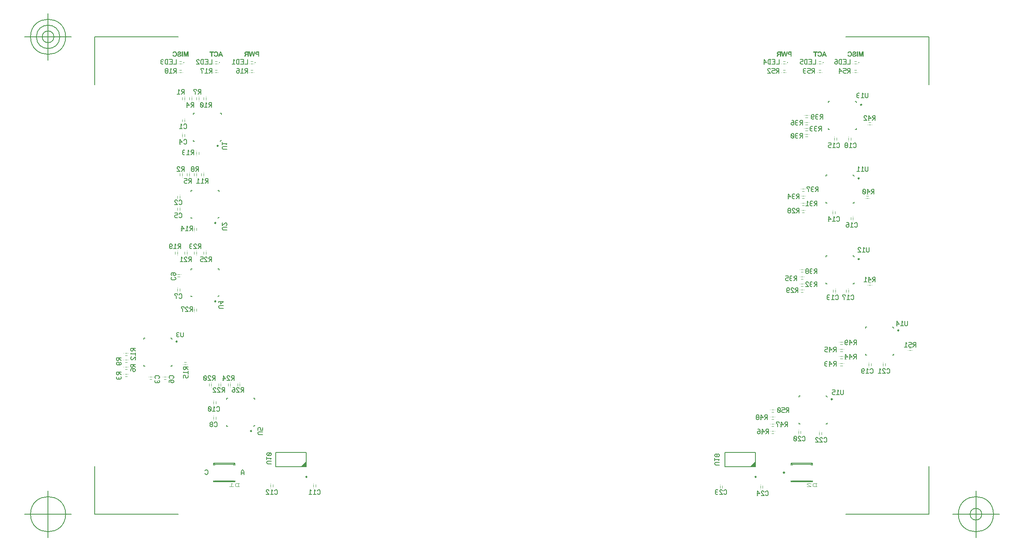
<source format=gbr>
G04 Generated by Ultiboard 14.1 *
%FSLAX24Y24*%
%MOIN*%

%ADD10C,0.0001*%
%ADD11C,0.0001*%
%ADD12C,0.0080*%
%ADD13C,0.0010*%
%ADD14C,0.0061*%
%ADD15C,0.0098*%
%ADD16C,0.0079*%
%ADD17C,0.0050*%
%ADD18C,0.00800*%


G04 ColorRGB FF14FF for the following layer *
%LNSilkscreen Bottom*%
%LPD*%
G54D10*
G54D11*
G36*
X61449Y38464D02*
X61449Y38464D01*
X61336Y38625D01*
X61297Y38859D01*
X61449Y38464D01*
D02*
G37*
X61336Y38625D01*
X61297Y38859D01*
X61449Y38464D01*
G36*
X61336Y38625D02*
X61336Y38625D01*
X61449Y38464D01*
X61350Y38584D01*
X61336Y38625D01*
D02*
G37*
X61449Y38464D01*
X61350Y38584D01*
X61336Y38625D01*
G36*
X61350Y38584D02*
X61350Y38584D01*
X61200Y38625D01*
X61336Y38625D01*
X61350Y38584D01*
D02*
G37*
X61200Y38625D01*
X61336Y38625D01*
X61350Y38584D01*
G36*
X61200Y38625D02*
X61200Y38625D01*
X61350Y38584D01*
X61185Y38584D01*
X61200Y38625D01*
D02*
G37*
X61350Y38584D01*
X61185Y38584D01*
X61200Y38625D01*
G36*
X61185Y38584D02*
X61185Y38584D01*
X61241Y38859D01*
X61200Y38625D01*
X61185Y38584D01*
D02*
G37*
X61241Y38859D01*
X61200Y38625D01*
X61185Y38584D01*
G36*
X61241Y38859D02*
X61241Y38859D01*
X61185Y38584D01*
X61139Y38464D01*
X61241Y38859D01*
D02*
G37*
X61185Y38584D01*
X61139Y38464D01*
X61241Y38859D01*
G36*
X61139Y38464D02*
X61139Y38464D01*
X61080Y38464D01*
X61241Y38859D01*
X61139Y38464D01*
D02*
G37*
X61080Y38464D01*
X61241Y38859D01*
X61139Y38464D01*
G36*
X61269Y38809D02*
X61269Y38809D01*
X61200Y38625D01*
X61241Y38859D01*
X61269Y38809D01*
D02*
G37*
X61200Y38625D01*
X61241Y38859D01*
X61269Y38809D01*
G36*
X61269Y38809D01*
X61241Y38859D01*
X61297Y38859D01*
X61269Y38809D01*
D02*
G37*
X61241Y38859D01*
X61297Y38859D01*
X61269Y38809D01*
G36*
X61269Y38809D01*
X61297Y38859D01*
X61336Y38625D01*
X61269Y38809D01*
D02*
G37*
X61297Y38859D01*
X61336Y38625D01*
X61269Y38809D01*
G36*
X61350Y38584D02*
X61350Y38584D01*
X61449Y38464D01*
X61394Y38464D01*
X61350Y38584D01*
D02*
G37*
X61449Y38464D01*
X61394Y38464D01*
X61350Y38584D01*
G36*
X61052Y38617D02*
X61052Y38617D01*
X61052Y38706D01*
X61055Y38661D01*
X61052Y38617D01*
D02*
G37*
X61052Y38706D01*
X61055Y38661D01*
X61052Y38617D01*
G36*
X61052Y38706D02*
X61052Y38706D01*
X61052Y38617D01*
X61027Y38542D01*
X61052Y38706D01*
D02*
G37*
X61052Y38617D01*
X61027Y38542D01*
X61052Y38706D01*
G36*
X61027Y38542D02*
X61027Y38542D01*
X61027Y38780D01*
X61052Y38706D01*
X61027Y38542D01*
D02*
G37*
X61027Y38780D01*
X61052Y38706D01*
X61027Y38542D01*
G36*
X61027Y38780D02*
X61027Y38780D01*
X61027Y38542D01*
X61005Y38512D01*
X61027Y38780D01*
D02*
G37*
X61027Y38542D01*
X61005Y38512D01*
X61027Y38780D01*
G36*
X61005Y38512D02*
X61005Y38512D01*
X61005Y38810D01*
X61027Y38780D01*
X61005Y38512D01*
D02*
G37*
X61005Y38810D01*
X61027Y38780D01*
X61005Y38512D01*
G36*
X61005Y38810D02*
X61005Y38810D01*
X61005Y38512D01*
X61001Y38661D01*
X61005Y38810D01*
D02*
G37*
X61005Y38512D01*
X61001Y38661D01*
X61005Y38810D01*
G36*
X61001Y38661D02*
X61001Y38661D01*
X60998Y38697D01*
X61005Y38810D01*
X61001Y38661D01*
D02*
G37*
X60998Y38697D01*
X61005Y38810D01*
X61001Y38661D01*
G36*
X60966Y38543D02*
X60966Y38543D01*
X60978Y38488D01*
X60947Y38525D01*
X60966Y38543D01*
D02*
G37*
X60978Y38488D01*
X60947Y38525D01*
X60966Y38543D01*
G36*
X60978Y38488D02*
X60978Y38488D01*
X60966Y38543D01*
X60981Y38566D01*
X60978Y38488D01*
D02*
G37*
X60966Y38543D01*
X60981Y38566D01*
X60978Y38488D01*
G36*
X60981Y38566D02*
X60981Y38566D01*
X61005Y38512D01*
X60978Y38488D01*
X60981Y38566D01*
D02*
G37*
X61005Y38512D01*
X60978Y38488D01*
X60981Y38566D01*
G36*
X61005Y38512D02*
X61005Y38512D01*
X60981Y38566D01*
X60998Y38625D01*
X61005Y38512D01*
D02*
G37*
X60981Y38566D01*
X60998Y38625D01*
X61005Y38512D01*
G36*
X60998Y38625D02*
X60998Y38625D01*
X61001Y38661D01*
X61005Y38512D01*
X60998Y38625D01*
D02*
G37*
X61001Y38661D01*
X61005Y38512D01*
X60998Y38625D01*
G36*
X60911Y38461D02*
X60911Y38461D01*
X60871Y38457D01*
X60872Y38502D01*
X60911Y38461D01*
D02*
G37*
X60871Y38457D01*
X60872Y38502D01*
X60911Y38461D01*
G36*
X60911Y38461D01*
X60872Y38502D01*
X60900Y38505D01*
X60911Y38461D01*
D02*
G37*
X60872Y38502D01*
X60900Y38505D01*
X60911Y38461D01*
G36*
X60911Y38461D01*
X60900Y38505D01*
X60947Y38525D01*
X60911Y38461D01*
D02*
G37*
X60900Y38505D01*
X60947Y38525D01*
X60911Y38461D01*
G36*
X60911Y38461D01*
X60947Y38525D01*
X60978Y38488D01*
X60911Y38461D01*
D02*
G37*
X60947Y38525D01*
X60978Y38488D01*
X60911Y38461D01*
G36*
X60839Y38459D02*
X60839Y38459D01*
X60784Y38477D01*
X60797Y38525D01*
X60839Y38459D01*
D02*
G37*
X60784Y38477D01*
X60797Y38525D01*
X60839Y38459D01*
G36*
X60839Y38459D01*
X60797Y38525D01*
X60830Y38508D01*
X60839Y38459D01*
D02*
G37*
X60797Y38525D01*
X60830Y38508D01*
X60839Y38459D01*
G36*
X60839Y38459D01*
X60830Y38508D01*
X60872Y38502D01*
X60839Y38459D01*
D02*
G37*
X60830Y38508D01*
X60872Y38502D01*
X60839Y38459D01*
G36*
X60839Y38459D01*
X60872Y38502D01*
X60871Y38457D01*
X60839Y38459D01*
D02*
G37*
X60872Y38502D01*
X60871Y38457D01*
X60839Y38459D01*
G36*
X60784Y38477D02*
X60784Y38477D01*
X60760Y38492D01*
X60765Y38589D01*
X60784Y38477D01*
D02*
G37*
X60760Y38492D01*
X60765Y38589D01*
X60784Y38477D01*
G36*
X60784Y38477D01*
X60765Y38589D01*
X60775Y38552D01*
X60784Y38477D01*
D02*
G37*
X60765Y38589D01*
X60775Y38552D01*
X60784Y38477D01*
G36*
X60784Y38477D01*
X60775Y38552D01*
X60797Y38525D01*
X60784Y38477D01*
D02*
G37*
X60775Y38552D01*
X60797Y38525D01*
X60784Y38477D01*
G36*
X60765Y38589D02*
X60765Y38589D01*
X60760Y38492D01*
X60741Y38511D01*
X60765Y38589D01*
D02*
G37*
X60760Y38492D01*
X60741Y38511D01*
X60765Y38589D01*
G36*
X60765Y38589D01*
X60741Y38511D01*
X60716Y38559D01*
X60765Y38589D01*
D02*
G37*
X60741Y38511D01*
X60716Y38559D01*
X60765Y38589D01*
G36*
X60765Y38589D01*
X60716Y38559D01*
X60711Y38589D01*
X60765Y38589D01*
D02*
G37*
X60716Y38559D01*
X60711Y38589D01*
X60765Y38589D01*
G36*
X60981Y38756D02*
X60981Y38756D01*
X60966Y38779D01*
X60978Y38834D01*
X60981Y38756D01*
D02*
G37*
X60966Y38779D01*
X60978Y38834D01*
X60981Y38756D01*
G36*
X60981Y38756D01*
X60978Y38834D01*
X61005Y38810D01*
X60981Y38756D01*
D02*
G37*
X60978Y38834D01*
X61005Y38810D01*
X60981Y38756D01*
G36*
X60981Y38756D01*
X61005Y38810D01*
X60998Y38697D01*
X60981Y38756D01*
D02*
G37*
X61005Y38810D01*
X60998Y38697D01*
X60981Y38756D01*
G36*
X60871Y38865D02*
X60871Y38865D01*
X60899Y38818D01*
X60871Y38821D01*
X60871Y38865D01*
D02*
G37*
X60899Y38818D01*
X60871Y38821D01*
X60871Y38865D01*
G36*
X60899Y38818D02*
X60899Y38818D01*
X60871Y38865D01*
X60911Y38862D01*
X60899Y38818D01*
D02*
G37*
X60871Y38865D01*
X60911Y38862D01*
X60899Y38818D01*
G36*
X60911Y38862D02*
X60911Y38862D01*
X60947Y38797D01*
X60899Y38818D01*
X60911Y38862D01*
D02*
G37*
X60947Y38797D01*
X60899Y38818D01*
X60911Y38862D01*
G36*
X60947Y38797D02*
X60947Y38797D01*
X60911Y38862D01*
X60978Y38834D01*
X60947Y38797D01*
D02*
G37*
X60911Y38862D01*
X60978Y38834D01*
X60947Y38797D01*
G36*
X60978Y38834D02*
X60978Y38834D01*
X60966Y38779D01*
X60947Y38797D01*
X60978Y38834D01*
D02*
G37*
X60966Y38779D01*
X60947Y38797D01*
X60978Y38834D01*
G36*
X60830Y38815D02*
X60830Y38815D01*
X60797Y38799D01*
X60812Y38857D01*
X60830Y38815D01*
D02*
G37*
X60797Y38799D01*
X60812Y38857D01*
X60830Y38815D01*
G36*
X60830Y38815D01*
X60812Y38857D01*
X60871Y38865D01*
X60830Y38815D01*
D02*
G37*
X60812Y38857D01*
X60871Y38865D01*
X60830Y38815D01*
G36*
X60830Y38815D01*
X60871Y38865D01*
X60871Y38821D01*
X60830Y38815D01*
D02*
G37*
X60871Y38865D01*
X60871Y38821D01*
X60830Y38815D01*
G36*
X60742Y38812D02*
X60742Y38812D01*
X60765Y38739D01*
X60716Y38766D01*
X60742Y38812D01*
D02*
G37*
X60765Y38739D01*
X60716Y38766D01*
X60742Y38812D01*
G36*
X60765Y38739D02*
X60765Y38739D01*
X60742Y38812D01*
X60762Y38831D01*
X60765Y38739D01*
D02*
G37*
X60742Y38812D01*
X60762Y38831D01*
X60765Y38739D01*
G36*
X60762Y38831D02*
X60762Y38831D01*
X60774Y38773D01*
X60765Y38739D01*
X60762Y38831D01*
D02*
G37*
X60774Y38773D01*
X60765Y38739D01*
X60762Y38831D01*
G36*
X60774Y38773D02*
X60774Y38773D01*
X60762Y38831D01*
X60812Y38857D01*
X60774Y38773D01*
D02*
G37*
X60762Y38831D01*
X60812Y38857D01*
X60774Y38773D01*
G36*
X60812Y38857D02*
X60812Y38857D01*
X60797Y38799D01*
X60774Y38773D01*
X60812Y38857D01*
D02*
G37*
X60797Y38799D01*
X60774Y38773D01*
X60812Y38857D01*
G36*
X60716Y38766D02*
X60716Y38766D01*
X60765Y38739D01*
X60711Y38739D01*
X60716Y38766D01*
D02*
G37*
X60765Y38739D01*
X60711Y38739D01*
X60716Y38766D01*
G36*
X60488Y38464D02*
X60488Y38464D01*
X60541Y38812D01*
X60541Y38464D01*
X60488Y38464D01*
D02*
G37*
X60541Y38812D01*
X60541Y38464D01*
X60488Y38464D01*
G36*
X60541Y38812D02*
X60541Y38812D01*
X60488Y38464D01*
X60488Y38812D01*
X60541Y38812D01*
D02*
G37*
X60488Y38464D01*
X60488Y38812D01*
X60541Y38812D01*
G36*
X60488Y38812D02*
X60488Y38812D01*
X60670Y38859D01*
X60541Y38812D01*
X60488Y38812D01*
D02*
G37*
X60670Y38859D01*
X60541Y38812D01*
X60488Y38812D01*
G36*
X60670Y38859D02*
X60670Y38859D01*
X60488Y38812D01*
X60358Y38812D01*
X60670Y38859D01*
D02*
G37*
X60488Y38812D01*
X60358Y38812D01*
X60670Y38859D01*
G36*
X60358Y38812D02*
X60358Y38812D01*
X60358Y38859D01*
X60670Y38859D01*
X60358Y38812D01*
D02*
G37*
X60358Y38859D01*
X60670Y38859D01*
X60358Y38812D01*
G36*
X60541Y38812D02*
X60541Y38812D01*
X60670Y38859D01*
X60670Y38812D01*
X60541Y38812D01*
D02*
G37*
X60670Y38859D01*
X60670Y38812D01*
X60541Y38812D01*
G36*
X64221Y38800D02*
X64221Y38800D01*
X64221Y38464D01*
X64171Y38464D01*
X64221Y38800D01*
D02*
G37*
X64221Y38464D01*
X64171Y38464D01*
X64221Y38800D01*
G36*
X64221Y38800D01*
X64171Y38464D01*
X64171Y38859D01*
X64221Y38800D01*
D02*
G37*
X64171Y38464D01*
X64171Y38859D01*
X64221Y38800D01*
G36*
X64221Y38800D01*
X64171Y38859D01*
X64249Y38859D01*
X64221Y38800D01*
D02*
G37*
X64171Y38859D01*
X64249Y38859D01*
X64221Y38800D01*
G36*
X64221Y38800D01*
X64249Y38859D01*
X64333Y38464D01*
X64221Y38800D01*
D02*
G37*
X64249Y38859D01*
X64333Y38464D01*
X64221Y38800D01*
G36*
X64492Y38464D02*
X64492Y38464D01*
X64542Y38859D01*
X64542Y38464D01*
X64492Y38464D01*
D02*
G37*
X64542Y38859D01*
X64542Y38464D01*
X64492Y38464D01*
G36*
X64542Y38859D02*
X64542Y38859D01*
X64492Y38464D01*
X64492Y38800D01*
X64542Y38859D01*
D02*
G37*
X64492Y38464D01*
X64492Y38800D01*
X64542Y38859D01*
G36*
X64492Y38800D02*
X64492Y38800D01*
X64464Y38859D01*
X64542Y38859D01*
X64492Y38800D01*
D02*
G37*
X64464Y38859D01*
X64542Y38859D01*
X64492Y38800D01*
G36*
X64464Y38859D02*
X64464Y38859D01*
X64492Y38800D01*
X64380Y38464D01*
X64464Y38859D01*
D02*
G37*
X64492Y38800D01*
X64380Y38464D01*
X64464Y38859D01*
G36*
X64380Y38464D02*
X64380Y38464D01*
X64357Y38530D01*
X64464Y38859D01*
X64380Y38464D01*
D02*
G37*
X64357Y38530D01*
X64464Y38859D01*
X64380Y38464D01*
G36*
X64357Y38530D02*
X64357Y38530D01*
X64380Y38464D01*
X64333Y38464D01*
X64357Y38530D01*
D02*
G37*
X64380Y38464D01*
X64333Y38464D01*
X64357Y38530D01*
G36*
X64333Y38464D02*
X64333Y38464D01*
X64249Y38859D01*
X64357Y38530D01*
X64333Y38464D01*
D02*
G37*
X64249Y38859D01*
X64357Y38530D01*
X64333Y38464D01*
G36*
X64024Y38464D02*
X64024Y38464D01*
X64024Y38859D01*
X64076Y38859D01*
X64024Y38464D01*
D02*
G37*
X64024Y38859D01*
X64076Y38859D01*
X64024Y38464D01*
G36*
X64024Y38464D01*
X64076Y38859D01*
X64076Y38464D01*
X64024Y38464D01*
D02*
G37*
X64076Y38859D01*
X64076Y38464D01*
X64024Y38464D01*
G36*
X63899Y38591D02*
X63899Y38591D01*
X63905Y38495D01*
X63887Y38552D01*
X63899Y38591D01*
D02*
G37*
X63905Y38495D01*
X63887Y38552D01*
X63899Y38591D01*
G36*
X63905Y38495D02*
X63905Y38495D01*
X63899Y38591D01*
X63949Y38591D01*
X63905Y38495D01*
D02*
G37*
X63899Y38591D01*
X63949Y38591D01*
X63905Y38495D01*
G36*
X63949Y38591D02*
X63949Y38591D01*
X63924Y38515D01*
X63905Y38495D01*
X63949Y38591D01*
D02*
G37*
X63924Y38515D01*
X63905Y38495D01*
X63949Y38591D01*
G36*
X63924Y38515D02*
X63924Y38515D01*
X63949Y38591D01*
X63945Y38563D01*
X63924Y38515D01*
D02*
G37*
X63949Y38591D01*
X63945Y38563D01*
X63924Y38515D01*
G36*
X63882Y38478D02*
X63882Y38478D01*
X63820Y38460D01*
X63826Y38510D01*
X63882Y38478D01*
D02*
G37*
X63820Y38460D01*
X63826Y38510D01*
X63882Y38478D01*
G36*
X63882Y38478D01*
X63826Y38510D01*
X63862Y38526D01*
X63882Y38478D01*
D02*
G37*
X63826Y38510D01*
X63862Y38526D01*
X63882Y38478D01*
G36*
X63882Y38478D01*
X63862Y38526D01*
X63887Y38552D01*
X63882Y38478D01*
D02*
G37*
X63862Y38526D01*
X63887Y38552D01*
X63882Y38478D01*
G36*
X63882Y38478D01*
X63887Y38552D01*
X63905Y38495D01*
X63882Y38478D01*
D02*
G37*
X63887Y38552D01*
X63905Y38495D01*
X63882Y38478D01*
G36*
X63783Y38504D02*
X63783Y38504D01*
X63826Y38510D01*
X63820Y38460D01*
X63783Y38504D01*
D02*
G37*
X63826Y38510D01*
X63820Y38460D01*
X63783Y38504D01*
G36*
X63783Y38504D01*
X63820Y38460D01*
X63781Y38457D01*
X63783Y38504D01*
D02*
G37*
X63820Y38460D01*
X63781Y38457D01*
X63783Y38504D01*
G36*
X63783Y38504D01*
X63781Y38457D01*
X63750Y38459D01*
X63783Y38504D01*
D02*
G37*
X63781Y38457D01*
X63750Y38459D01*
X63783Y38504D01*
G36*
X63783Y38504D01*
X63750Y38459D01*
X63743Y38509D01*
X63783Y38504D01*
D02*
G37*
X63750Y38459D01*
X63743Y38509D01*
X63783Y38504D01*
G36*
X63692Y38544D02*
X63692Y38544D01*
X63697Y38476D01*
X63685Y38571D01*
X63692Y38544D01*
D02*
G37*
X63697Y38476D01*
X63685Y38571D01*
X63692Y38544D01*
G36*
X63697Y38476D02*
X63697Y38476D01*
X63692Y38544D01*
X63712Y38522D01*
X63697Y38476D01*
D02*
G37*
X63692Y38544D01*
X63712Y38522D01*
X63697Y38476D01*
G36*
X63712Y38522D02*
X63712Y38522D01*
X63750Y38459D01*
X63697Y38476D01*
X63712Y38522D01*
D02*
G37*
X63750Y38459D01*
X63697Y38476D01*
X63712Y38522D01*
G36*
X63750Y38459D02*
X63750Y38459D01*
X63712Y38522D01*
X63743Y38509D01*
X63750Y38459D01*
D02*
G37*
X63712Y38522D01*
X63743Y38509D01*
X63750Y38459D01*
G36*
X63657Y38639D02*
X63657Y38639D01*
X63657Y38509D01*
X63640Y38611D01*
X63657Y38639D01*
D02*
G37*
X63657Y38509D01*
X63640Y38611D01*
X63657Y38639D01*
G36*
X63657Y38509D02*
X63657Y38509D01*
X63657Y38639D01*
X63681Y38660D01*
X63657Y38509D01*
D02*
G37*
X63657Y38639D01*
X63681Y38660D01*
X63657Y38509D01*
G36*
X63681Y38660D02*
X63681Y38660D01*
X63675Y38491D01*
X63657Y38509D01*
X63681Y38660D01*
D02*
G37*
X63675Y38491D01*
X63657Y38509D01*
X63681Y38660D01*
G36*
X63675Y38491D02*
X63675Y38491D01*
X63681Y38660D01*
X63685Y38571D01*
X63675Y38491D01*
D02*
G37*
X63681Y38660D01*
X63685Y38571D01*
X63675Y38491D01*
G36*
X63685Y38571D02*
X63685Y38571D01*
X63697Y38476D01*
X63675Y38491D01*
X63685Y38571D01*
D02*
G37*
X63697Y38476D01*
X63675Y38491D01*
X63685Y38571D01*
G36*
X63637Y38551D02*
X63637Y38551D01*
X63635Y38575D01*
X63640Y38611D01*
X63637Y38551D01*
D02*
G37*
X63635Y38575D01*
X63640Y38611D01*
X63637Y38551D01*
G36*
X63637Y38551D01*
X63640Y38611D01*
X63657Y38509D01*
X63637Y38551D01*
D02*
G37*
X63640Y38611D01*
X63657Y38509D01*
X63637Y38551D01*
G36*
X63897Y38835D02*
X63897Y38835D01*
X63906Y38688D01*
X63884Y38758D01*
X63897Y38835D01*
D02*
G37*
X63906Y38688D01*
X63884Y38758D01*
X63897Y38835D01*
G36*
X63906Y38688D02*
X63906Y38688D01*
X63897Y38835D01*
X63914Y38818D01*
X63906Y38688D01*
D02*
G37*
X63897Y38835D01*
X63914Y38818D01*
X63906Y38688D01*
G36*
X63914Y38818D02*
X63914Y38818D01*
X63928Y38718D01*
X63906Y38688D01*
X63914Y38818D01*
D02*
G37*
X63928Y38718D01*
X63906Y38688D01*
X63914Y38818D01*
G36*
X63928Y38718D02*
X63928Y38718D01*
X63914Y38818D01*
X63933Y38779D01*
X63928Y38718D01*
D02*
G37*
X63914Y38818D01*
X63933Y38779D01*
X63928Y38718D01*
G36*
X63933Y38779D02*
X63933Y38779D01*
X63935Y38756D01*
X63928Y38718D01*
X63933Y38779D01*
D02*
G37*
X63935Y38756D01*
X63928Y38718D01*
X63933Y38779D01*
G36*
X63865Y38721D02*
X63865Y38721D01*
X63867Y38665D01*
X63838Y38709D01*
X63865Y38721D01*
D02*
G37*
X63867Y38665D01*
X63838Y38709D01*
X63865Y38721D01*
G36*
X63867Y38665D02*
X63867Y38665D01*
X63865Y38721D01*
X63880Y38737D01*
X63867Y38665D01*
D02*
G37*
X63865Y38721D01*
X63880Y38737D01*
X63867Y38665D01*
G36*
X63880Y38737D02*
X63880Y38737D01*
X63906Y38688D01*
X63867Y38665D01*
X63880Y38737D01*
D02*
G37*
X63906Y38688D01*
X63867Y38665D01*
X63880Y38737D01*
G36*
X63906Y38688D02*
X63906Y38688D01*
X63880Y38737D01*
X63884Y38758D01*
X63906Y38688D01*
D02*
G37*
X63880Y38737D01*
X63884Y38758D01*
X63906Y38688D01*
G36*
X63710Y38674D02*
X63710Y38674D01*
X63713Y38619D01*
X63692Y38600D01*
X63710Y38674D01*
D02*
G37*
X63713Y38619D01*
X63692Y38600D01*
X63710Y38674D01*
G36*
X63713Y38619D02*
X63713Y38619D01*
X63710Y38674D01*
X63746Y38686D01*
X63713Y38619D01*
D02*
G37*
X63710Y38674D01*
X63746Y38686D01*
X63713Y38619D01*
G36*
X63746Y38686D02*
X63746Y38686D01*
X63751Y38633D01*
X63713Y38619D01*
X63746Y38686D01*
D02*
G37*
X63751Y38633D01*
X63713Y38619D01*
X63746Y38686D01*
G36*
X63751Y38633D02*
X63751Y38633D01*
X63746Y38686D01*
X63793Y38697D01*
X63751Y38633D01*
D02*
G37*
X63746Y38686D01*
X63793Y38697D01*
X63751Y38633D01*
G36*
X63793Y38697D02*
X63793Y38697D01*
X63809Y38648D01*
X63751Y38633D01*
X63793Y38697D01*
D02*
G37*
X63809Y38648D01*
X63751Y38633D01*
X63793Y38697D01*
G36*
X63809Y38648D02*
X63809Y38648D01*
X63793Y38697D01*
X63838Y38709D01*
X63809Y38648D01*
D02*
G37*
X63793Y38697D01*
X63838Y38709D01*
X63809Y38648D01*
G36*
X63838Y38709D02*
X63838Y38709D01*
X63867Y38665D01*
X63809Y38648D01*
X63838Y38709D01*
D02*
G37*
X63867Y38665D01*
X63809Y38648D01*
X63838Y38709D01*
G36*
X63685Y38571D02*
X63685Y38571D01*
X63681Y38660D01*
X63710Y38674D01*
X63685Y38571D01*
D02*
G37*
X63681Y38660D01*
X63710Y38674D01*
X63685Y38571D01*
G36*
X63685Y38571D01*
X63710Y38674D01*
X63692Y38600D01*
X63685Y38571D01*
D02*
G37*
X63710Y38674D01*
X63692Y38600D01*
X63685Y38571D01*
G36*
X63878Y38783D02*
X63878Y38783D01*
X63897Y38835D01*
X63884Y38758D01*
X63878Y38783D01*
D02*
G37*
X63897Y38835D01*
X63884Y38758D01*
X63878Y38783D01*
G36*
X63897Y38835D02*
X63897Y38835D01*
X63878Y38783D01*
X63860Y38802D01*
X63897Y38835D01*
D02*
G37*
X63878Y38783D01*
X63860Y38802D01*
X63897Y38835D01*
G36*
X63860Y38802D02*
X63860Y38802D01*
X63852Y38858D01*
X63897Y38835D01*
X63860Y38802D01*
D02*
G37*
X63852Y38858D01*
X63897Y38835D01*
X63860Y38802D01*
G36*
X63852Y38858D02*
X63852Y38858D01*
X63860Y38802D01*
X63832Y38814D01*
X63852Y38858D01*
D02*
G37*
X63860Y38802D01*
X63832Y38814D01*
X63852Y38858D01*
G36*
X63832Y38814D02*
X63832Y38814D01*
X63795Y38865D01*
X63852Y38858D01*
X63832Y38814D01*
D02*
G37*
X63795Y38865D01*
X63852Y38858D01*
X63832Y38814D01*
G36*
X63795Y38865D02*
X63795Y38865D01*
X63832Y38814D01*
X63793Y38818D01*
X63795Y38865D01*
D02*
G37*
X63832Y38814D01*
X63793Y38818D01*
X63795Y38865D01*
G36*
X63793Y38818D02*
X63793Y38818D01*
X63753Y38814D01*
X63795Y38865D01*
X63793Y38818D01*
D02*
G37*
X63753Y38814D01*
X63795Y38865D01*
X63793Y38818D01*
G36*
X63669Y38817D02*
X63669Y38817D01*
X63695Y38747D01*
X63648Y38774D01*
X63669Y38817D01*
D02*
G37*
X63695Y38747D01*
X63648Y38774D01*
X63669Y38817D01*
G36*
X63695Y38747D02*
X63695Y38747D01*
X63669Y38817D01*
X63687Y38834D01*
X63695Y38747D01*
D02*
G37*
X63669Y38817D01*
X63687Y38834D01*
X63695Y38747D01*
G36*
X63687Y38834D02*
X63687Y38834D01*
X63704Y38778D01*
X63695Y38747D01*
X63687Y38834D01*
D02*
G37*
X63704Y38778D01*
X63695Y38747D01*
X63687Y38834D01*
G36*
X63704Y38778D02*
X63704Y38778D01*
X63687Y38834D01*
X63735Y38858D01*
X63704Y38778D01*
D02*
G37*
X63687Y38834D01*
X63735Y38858D01*
X63704Y38778D01*
G36*
X63735Y38858D02*
X63735Y38858D01*
X63753Y38814D01*
X63704Y38778D01*
X63735Y38858D01*
D02*
G37*
X63753Y38814D01*
X63704Y38778D01*
X63735Y38858D01*
G36*
X63753Y38814D02*
X63753Y38814D01*
X63735Y38858D01*
X63795Y38865D01*
X63753Y38814D01*
D02*
G37*
X63735Y38858D01*
X63795Y38865D01*
X63753Y38814D01*
G36*
X63648Y38774D02*
X63648Y38774D01*
X63695Y38747D01*
X63644Y38747D01*
X63648Y38774D01*
D02*
G37*
X63695Y38747D01*
X63644Y38747D01*
X63648Y38774D01*
G36*
X63577Y38617D02*
X63577Y38617D01*
X63577Y38706D01*
X63580Y38661D01*
X63577Y38617D01*
D02*
G37*
X63577Y38706D01*
X63580Y38661D01*
X63577Y38617D01*
G36*
X63577Y38706D02*
X63577Y38706D01*
X63577Y38617D01*
X63552Y38542D01*
X63577Y38706D01*
D02*
G37*
X63577Y38617D01*
X63552Y38542D01*
X63577Y38706D01*
G36*
X63552Y38542D02*
X63552Y38542D01*
X63552Y38780D01*
X63577Y38706D01*
X63552Y38542D01*
D02*
G37*
X63552Y38780D01*
X63577Y38706D01*
X63552Y38542D01*
G36*
X63552Y38780D02*
X63552Y38780D01*
X63552Y38542D01*
X63530Y38512D01*
X63552Y38780D01*
D02*
G37*
X63552Y38542D01*
X63530Y38512D01*
X63552Y38780D01*
G36*
X63530Y38512D02*
X63530Y38512D01*
X63530Y38810D01*
X63552Y38780D01*
X63530Y38512D01*
D02*
G37*
X63530Y38810D01*
X63552Y38780D01*
X63530Y38512D01*
G36*
X63530Y38810D02*
X63530Y38810D01*
X63530Y38512D01*
X63526Y38661D01*
X63530Y38810D01*
D02*
G37*
X63530Y38512D01*
X63526Y38661D01*
X63530Y38810D01*
G36*
X63526Y38661D02*
X63526Y38661D01*
X63524Y38697D01*
X63530Y38810D01*
X63526Y38661D01*
D02*
G37*
X63524Y38697D01*
X63530Y38810D01*
X63526Y38661D01*
G36*
X63491Y38543D02*
X63491Y38543D01*
X63503Y38488D01*
X63473Y38525D01*
X63491Y38543D01*
D02*
G37*
X63503Y38488D01*
X63473Y38525D01*
X63491Y38543D01*
G36*
X63503Y38488D02*
X63503Y38488D01*
X63491Y38543D01*
X63507Y38566D01*
X63503Y38488D01*
D02*
G37*
X63491Y38543D01*
X63507Y38566D01*
X63503Y38488D01*
G36*
X63507Y38566D02*
X63507Y38566D01*
X63530Y38512D01*
X63503Y38488D01*
X63507Y38566D01*
D02*
G37*
X63530Y38512D01*
X63503Y38488D01*
X63507Y38566D01*
G36*
X63530Y38512D02*
X63530Y38512D01*
X63507Y38566D01*
X63524Y38625D01*
X63530Y38512D01*
D02*
G37*
X63507Y38566D01*
X63524Y38625D01*
X63530Y38512D01*
G36*
X63524Y38625D02*
X63524Y38625D01*
X63526Y38661D01*
X63530Y38512D01*
X63524Y38625D01*
D02*
G37*
X63526Y38661D01*
X63530Y38512D01*
X63524Y38625D01*
G36*
X63436Y38461D02*
X63436Y38461D01*
X63397Y38457D01*
X63397Y38502D01*
X63436Y38461D01*
D02*
G37*
X63397Y38457D01*
X63397Y38502D01*
X63436Y38461D01*
G36*
X63436Y38461D01*
X63397Y38502D01*
X63425Y38505D01*
X63436Y38461D01*
D02*
G37*
X63397Y38502D01*
X63425Y38505D01*
X63436Y38461D01*
G36*
X63436Y38461D01*
X63425Y38505D01*
X63473Y38525D01*
X63436Y38461D01*
D02*
G37*
X63425Y38505D01*
X63473Y38525D01*
X63436Y38461D01*
G36*
X63436Y38461D01*
X63473Y38525D01*
X63503Y38488D01*
X63436Y38461D01*
D02*
G37*
X63473Y38525D01*
X63503Y38488D01*
X63436Y38461D01*
G36*
X63365Y38459D02*
X63365Y38459D01*
X63309Y38477D01*
X63322Y38525D01*
X63365Y38459D01*
D02*
G37*
X63309Y38477D01*
X63322Y38525D01*
X63365Y38459D01*
G36*
X63365Y38459D01*
X63322Y38525D01*
X63355Y38508D01*
X63365Y38459D01*
D02*
G37*
X63322Y38525D01*
X63355Y38508D01*
X63365Y38459D01*
G36*
X63365Y38459D01*
X63355Y38508D01*
X63397Y38502D01*
X63365Y38459D01*
D02*
G37*
X63355Y38508D01*
X63397Y38502D01*
X63365Y38459D01*
G36*
X63365Y38459D01*
X63397Y38502D01*
X63397Y38457D01*
X63365Y38459D01*
D02*
G37*
X63397Y38502D01*
X63397Y38457D01*
X63365Y38459D01*
G36*
X63309Y38477D02*
X63309Y38477D01*
X63286Y38492D01*
X63290Y38589D01*
X63309Y38477D01*
D02*
G37*
X63286Y38492D01*
X63290Y38589D01*
X63309Y38477D01*
G36*
X63309Y38477D01*
X63290Y38589D01*
X63300Y38552D01*
X63309Y38477D01*
D02*
G37*
X63290Y38589D01*
X63300Y38552D01*
X63309Y38477D01*
G36*
X63309Y38477D01*
X63300Y38552D01*
X63322Y38525D01*
X63309Y38477D01*
D02*
G37*
X63300Y38552D01*
X63322Y38525D01*
X63309Y38477D01*
G36*
X63290Y38589D02*
X63290Y38589D01*
X63286Y38492D01*
X63266Y38511D01*
X63290Y38589D01*
D02*
G37*
X63286Y38492D01*
X63266Y38511D01*
X63290Y38589D01*
G36*
X63290Y38589D01*
X63266Y38511D01*
X63242Y38559D01*
X63290Y38589D01*
D02*
G37*
X63266Y38511D01*
X63242Y38559D01*
X63290Y38589D01*
G36*
X63290Y38589D01*
X63242Y38559D01*
X63236Y38589D01*
X63290Y38589D01*
D02*
G37*
X63242Y38559D01*
X63236Y38589D01*
X63290Y38589D01*
G36*
X63506Y38756D02*
X63506Y38756D01*
X63491Y38779D01*
X63503Y38834D01*
X63506Y38756D01*
D02*
G37*
X63491Y38779D01*
X63503Y38834D01*
X63506Y38756D01*
G36*
X63506Y38756D01*
X63503Y38834D01*
X63530Y38810D01*
X63506Y38756D01*
D02*
G37*
X63503Y38834D01*
X63530Y38810D01*
X63506Y38756D01*
G36*
X63506Y38756D01*
X63530Y38810D01*
X63524Y38697D01*
X63506Y38756D01*
D02*
G37*
X63530Y38810D01*
X63524Y38697D01*
X63506Y38756D01*
G36*
X63397Y38865D02*
X63397Y38865D01*
X63425Y38818D01*
X63396Y38821D01*
X63397Y38865D01*
D02*
G37*
X63425Y38818D01*
X63396Y38821D01*
X63397Y38865D01*
G36*
X63425Y38818D02*
X63425Y38818D01*
X63397Y38865D01*
X63436Y38862D01*
X63425Y38818D01*
D02*
G37*
X63397Y38865D01*
X63436Y38862D01*
X63425Y38818D01*
G36*
X63436Y38862D02*
X63436Y38862D01*
X63472Y38797D01*
X63425Y38818D01*
X63436Y38862D01*
D02*
G37*
X63472Y38797D01*
X63425Y38818D01*
X63436Y38862D01*
G36*
X63472Y38797D02*
X63472Y38797D01*
X63436Y38862D01*
X63503Y38834D01*
X63472Y38797D01*
D02*
G37*
X63436Y38862D01*
X63503Y38834D01*
X63472Y38797D01*
G36*
X63503Y38834D02*
X63503Y38834D01*
X63491Y38779D01*
X63472Y38797D01*
X63503Y38834D01*
D02*
G37*
X63491Y38779D01*
X63472Y38797D01*
X63503Y38834D01*
G36*
X63356Y38815D02*
X63356Y38815D01*
X63323Y38799D01*
X63337Y38857D01*
X63356Y38815D01*
D02*
G37*
X63323Y38799D01*
X63337Y38857D01*
X63356Y38815D01*
G36*
X63356Y38815D01*
X63337Y38857D01*
X63397Y38865D01*
X63356Y38815D01*
D02*
G37*
X63337Y38857D01*
X63397Y38865D01*
X63356Y38815D01*
G36*
X63356Y38815D01*
X63397Y38865D01*
X63396Y38821D01*
X63356Y38815D01*
D02*
G37*
X63397Y38865D01*
X63396Y38821D01*
X63356Y38815D01*
G36*
X63267Y38812D02*
X63267Y38812D01*
X63290Y38739D01*
X63242Y38766D01*
X63267Y38812D01*
D02*
G37*
X63290Y38739D01*
X63242Y38766D01*
X63267Y38812D01*
G36*
X63290Y38739D02*
X63290Y38739D01*
X63267Y38812D01*
X63287Y38831D01*
X63290Y38739D01*
D02*
G37*
X63267Y38812D01*
X63287Y38831D01*
X63290Y38739D01*
G36*
X63287Y38831D02*
X63287Y38831D01*
X63300Y38773D01*
X63290Y38739D01*
X63287Y38831D01*
D02*
G37*
X63300Y38773D01*
X63290Y38739D01*
X63287Y38831D01*
G36*
X63300Y38773D02*
X63300Y38773D01*
X63287Y38831D01*
X63337Y38857D01*
X63300Y38773D01*
D02*
G37*
X63287Y38831D01*
X63337Y38857D01*
X63300Y38773D01*
G36*
X63337Y38857D02*
X63337Y38857D01*
X63323Y38799D01*
X63300Y38773D01*
X63337Y38857D01*
D02*
G37*
X63323Y38799D01*
X63300Y38773D01*
X63337Y38857D01*
G36*
X63242Y38766D02*
X63242Y38766D01*
X63290Y38739D01*
X63236Y38739D01*
X63242Y38766D01*
D02*
G37*
X63290Y38739D01*
X63236Y38739D01*
X63242Y38766D01*
G36*
X58444Y38462D02*
X58444Y38462D01*
X58496Y38857D01*
X58496Y38462D01*
X58444Y38462D01*
D02*
G37*
X58496Y38857D01*
X58496Y38462D01*
X58444Y38462D01*
G36*
X58496Y38857D02*
X58496Y38857D01*
X58444Y38462D01*
X58444Y38620D01*
X58496Y38857D01*
D02*
G37*
X58444Y38462D01*
X58444Y38620D01*
X58496Y38857D01*
G36*
X58444Y38620D02*
X58444Y38620D01*
X58444Y38667D01*
X58496Y38857D01*
X58444Y38620D01*
D02*
G37*
X58444Y38667D01*
X58496Y38857D01*
X58444Y38620D01*
G36*
X58444Y38667D02*
X58444Y38667D01*
X58444Y38620D01*
X58344Y38620D01*
X58444Y38667D01*
D02*
G37*
X58444Y38620D01*
X58344Y38620D01*
X58444Y38667D01*
G36*
X58344Y38620D02*
X58344Y38620D01*
X58344Y38667D01*
X58444Y38667D01*
X58344Y38620D01*
D02*
G37*
X58344Y38667D01*
X58444Y38667D01*
X58344Y38620D01*
G36*
X58344Y38667D02*
X58344Y38667D01*
X58344Y38620D01*
X58301Y38672D01*
X58344Y38667D01*
D02*
G37*
X58344Y38620D01*
X58301Y38672D01*
X58344Y38667D01*
G36*
X58281Y38628D02*
X58281Y38628D01*
X58235Y38651D01*
X58256Y38709D01*
X58281Y38628D01*
D02*
G37*
X58235Y38651D01*
X58256Y38709D01*
X58281Y38628D01*
G36*
X58281Y38628D01*
X58256Y38709D01*
X58272Y38686D01*
X58281Y38628D01*
D02*
G37*
X58256Y38709D01*
X58272Y38686D01*
X58281Y38628D01*
G36*
X58281Y38628D01*
X58272Y38686D01*
X58301Y38672D01*
X58281Y38628D01*
D02*
G37*
X58272Y38686D01*
X58301Y38672D01*
X58281Y38628D01*
G36*
X58281Y38628D01*
X58301Y38672D01*
X58344Y38620D01*
X58281Y38628D01*
D02*
G37*
X58301Y38672D01*
X58344Y38620D01*
X58281Y38628D01*
G36*
X58262Y38782D02*
X58262Y38782D01*
X58267Y38848D01*
X58276Y38797D01*
X58262Y38782D01*
D02*
G37*
X58267Y38848D01*
X58276Y38797D01*
X58262Y38782D01*
G36*
X58267Y38848D02*
X58267Y38848D01*
X58262Y38782D01*
X58254Y38762D01*
X58267Y38848D01*
D02*
G37*
X58262Y38782D01*
X58254Y38762D01*
X58267Y38848D01*
G36*
X58254Y38762D02*
X58254Y38762D01*
X58238Y38834D01*
X58267Y38848D01*
X58254Y38762D01*
D02*
G37*
X58238Y38834D01*
X58267Y38848D01*
X58254Y38762D01*
G36*
X58238Y38834D02*
X58238Y38834D01*
X58254Y38762D01*
X58251Y38740D01*
X58238Y38834D01*
D02*
G37*
X58254Y38762D01*
X58251Y38740D01*
X58238Y38834D01*
G36*
X58251Y38740D02*
X58251Y38740D01*
X58235Y38651D01*
X58238Y38834D01*
X58251Y38740D01*
D02*
G37*
X58235Y38651D01*
X58238Y38834D01*
X58251Y38740D01*
G36*
X58235Y38651D02*
X58235Y38651D01*
X58251Y38740D01*
X58256Y38709D01*
X58235Y38651D01*
D02*
G37*
X58251Y38740D01*
X58256Y38709D01*
X58235Y38651D01*
G36*
X58218Y38668D02*
X58218Y38668D01*
X58199Y38714D01*
X58201Y38777D01*
X58218Y38668D01*
D02*
G37*
X58199Y38714D01*
X58201Y38777D01*
X58218Y38668D01*
G36*
X58218Y38668D01*
X58201Y38777D01*
X58216Y38809D01*
X58218Y38668D01*
D02*
G37*
X58201Y38777D01*
X58216Y38809D01*
X58218Y38668D01*
G36*
X58218Y38668D01*
X58216Y38809D01*
X58238Y38834D01*
X58218Y38668D01*
D02*
G37*
X58216Y38809D01*
X58238Y38834D01*
X58218Y38668D01*
G36*
X58218Y38668D01*
X58238Y38834D01*
X58235Y38651D01*
X58218Y38668D01*
D02*
G37*
X58238Y38834D01*
X58235Y38651D01*
X58218Y38668D01*
G36*
X58444Y38810D02*
X58444Y38810D01*
X58345Y38810D01*
X58349Y38857D01*
X58444Y38810D01*
D02*
G37*
X58345Y38810D01*
X58349Y38857D01*
X58444Y38810D01*
G36*
X58444Y38810D01*
X58349Y38857D01*
X58496Y38857D01*
X58444Y38810D01*
D02*
G37*
X58349Y38857D01*
X58496Y38857D01*
X58444Y38810D01*
G36*
X58444Y38810D01*
X58496Y38857D01*
X58444Y38667D01*
X58444Y38810D01*
D02*
G37*
X58496Y38857D01*
X58444Y38667D01*
X58444Y38810D01*
G36*
X58315Y38809D02*
X58315Y38809D01*
X58293Y38805D01*
X58304Y38855D01*
X58315Y38809D01*
D02*
G37*
X58293Y38805D01*
X58304Y38855D01*
X58315Y38809D01*
G36*
X58315Y38809D01*
X58304Y38855D01*
X58349Y38857D01*
X58315Y38809D01*
D02*
G37*
X58304Y38855D01*
X58349Y38857D01*
X58315Y38809D01*
G36*
X58315Y38809D01*
X58349Y38857D01*
X58345Y38810D01*
X58315Y38809D01*
D02*
G37*
X58349Y38857D01*
X58345Y38810D01*
X58315Y38809D01*
G36*
X58276Y38797D02*
X58276Y38797D01*
X58267Y38848D01*
X58304Y38855D01*
X58276Y38797D01*
D02*
G37*
X58267Y38848D01*
X58304Y38855D01*
X58276Y38797D01*
G36*
X58276Y38797D01*
X58304Y38855D01*
X58293Y38805D01*
X58276Y38797D01*
D02*
G37*
X58304Y38855D01*
X58293Y38805D01*
X58276Y38797D01*
G36*
X58201Y38777D02*
X58201Y38777D01*
X58199Y38714D01*
X58197Y38742D01*
X58201Y38777D01*
D02*
G37*
X58199Y38714D01*
X58197Y38742D01*
X58201Y38777D01*
G36*
X57713Y38857D02*
X57713Y38857D01*
X57767Y38462D01*
X57657Y38857D01*
X57713Y38857D01*
D02*
G37*
X57767Y38462D01*
X57657Y38857D01*
X57713Y38857D01*
G36*
X57767Y38462D02*
X57767Y38462D01*
X57713Y38857D01*
X57792Y38535D01*
X57767Y38462D01*
D02*
G37*
X57713Y38857D01*
X57792Y38535D01*
X57767Y38462D01*
G36*
X57792Y38535D02*
X57792Y38535D01*
X57817Y38462D01*
X57767Y38462D01*
X57792Y38535D01*
D02*
G37*
X57817Y38462D01*
X57767Y38462D01*
X57792Y38535D01*
G36*
X57817Y38462D02*
X57817Y38462D01*
X57792Y38535D01*
X57880Y38857D01*
X57817Y38462D01*
D02*
G37*
X57792Y38535D01*
X57880Y38857D01*
X57817Y38462D01*
G36*
X57880Y38857D02*
X57880Y38857D01*
X57912Y38805D01*
X57817Y38462D01*
X57880Y38857D01*
D02*
G37*
X57912Y38805D01*
X57817Y38462D01*
X57880Y38857D01*
G36*
X57912Y38805D02*
X57912Y38805D01*
X57880Y38857D01*
X57943Y38857D01*
X57912Y38805D01*
D02*
G37*
X57880Y38857D01*
X57943Y38857D01*
X57912Y38805D01*
G36*
X57943Y38857D02*
X57943Y38857D01*
X58007Y38462D01*
X57912Y38805D01*
X57943Y38857D01*
D02*
G37*
X58007Y38462D01*
X57912Y38805D01*
X57943Y38857D01*
G36*
X58007Y38462D02*
X58007Y38462D01*
X57943Y38857D01*
X58032Y38535D01*
X58007Y38462D01*
D02*
G37*
X57943Y38857D01*
X58032Y38535D01*
X58007Y38462D01*
G36*
X58032Y38535D02*
X58032Y38535D01*
X58057Y38462D01*
X58007Y38462D01*
X58032Y38535D01*
D02*
G37*
X58057Y38462D01*
X58007Y38462D01*
X58032Y38535D01*
G36*
X58057Y38462D02*
X58057Y38462D01*
X58032Y38535D01*
X58111Y38857D01*
X58057Y38462D01*
D02*
G37*
X58032Y38535D01*
X58111Y38857D01*
X58057Y38462D01*
G36*
X58111Y38857D02*
X58111Y38857D01*
X58166Y38857D01*
X58057Y38462D01*
X58111Y38857D01*
D02*
G37*
X58166Y38857D01*
X58057Y38462D01*
X58111Y38857D01*
G36*
X57431Y38627D02*
X57431Y38627D01*
X57439Y38678D01*
X57459Y38631D01*
X57431Y38627D01*
D02*
G37*
X57439Y38678D01*
X57459Y38631D01*
X57431Y38627D01*
G36*
X57439Y38678D02*
X57439Y38678D01*
X57431Y38627D01*
X57406Y38613D01*
X57439Y38678D01*
D02*
G37*
X57431Y38627D01*
X57406Y38613D01*
X57439Y38678D01*
G36*
X57406Y38613D02*
X57406Y38613D01*
X57397Y38682D01*
X57439Y38678D01*
X57406Y38613D01*
D02*
G37*
X57397Y38682D01*
X57439Y38678D01*
X57406Y38613D01*
G36*
X57397Y38682D02*
X57397Y38682D01*
X57406Y38613D01*
X57386Y38593D01*
X57397Y38682D01*
D02*
G37*
X57406Y38613D01*
X57386Y38593D01*
X57397Y38682D01*
G36*
X57386Y38593D02*
X57386Y38593D01*
X57381Y38641D01*
X57397Y38682D01*
X57386Y38593D01*
D02*
G37*
X57381Y38641D01*
X57397Y38682D01*
X57386Y38593D01*
G36*
X57381Y38641D02*
X57381Y38641D01*
X57386Y38593D01*
X57373Y38567D01*
X57381Y38641D01*
D02*
G37*
X57386Y38593D01*
X57373Y38567D01*
X57381Y38641D01*
G36*
X57373Y38567D02*
X57373Y38567D01*
X57362Y38632D01*
X57381Y38641D01*
X57373Y38567D01*
D02*
G37*
X57362Y38632D01*
X57381Y38641D01*
X57373Y38567D01*
G36*
X57362Y38632D02*
X57362Y38632D01*
X57373Y38567D01*
X57336Y38462D01*
X57362Y38632D01*
D02*
G37*
X57373Y38567D01*
X57336Y38462D01*
X57362Y38632D01*
G36*
X57336Y38462D02*
X57336Y38462D01*
X57331Y38596D01*
X57362Y38632D01*
X57336Y38462D01*
D02*
G37*
X57331Y38596D01*
X57362Y38632D01*
X57336Y38462D01*
G36*
X57331Y38596D02*
X57331Y38596D01*
X57336Y38462D01*
X57319Y38570D01*
X57331Y38596D01*
D02*
G37*
X57336Y38462D01*
X57319Y38570D01*
X57331Y38596D01*
G36*
X57556Y38462D02*
X57556Y38462D01*
X57608Y38857D01*
X57608Y38462D01*
X57556Y38462D01*
D02*
G37*
X57608Y38857D01*
X57608Y38462D01*
X57556Y38462D01*
G36*
X57608Y38857D02*
X57608Y38857D01*
X57556Y38462D01*
X57556Y38631D01*
X57608Y38857D01*
D02*
G37*
X57556Y38462D01*
X57556Y38631D01*
X57608Y38857D01*
G36*
X57556Y38631D02*
X57556Y38631D01*
X57556Y38678D01*
X57608Y38857D01*
X57556Y38631D01*
D02*
G37*
X57556Y38678D01*
X57608Y38857D01*
X57556Y38631D01*
G36*
X57556Y38678D02*
X57556Y38678D01*
X57556Y38631D01*
X57459Y38631D01*
X57556Y38678D01*
D02*
G37*
X57556Y38631D01*
X57459Y38631D01*
X57556Y38678D01*
G36*
X57459Y38631D02*
X57459Y38631D01*
X57439Y38678D01*
X57556Y38678D01*
X57459Y38631D01*
D02*
G37*
X57439Y38678D01*
X57556Y38678D01*
X57459Y38631D01*
G36*
X57381Y38642D02*
X57381Y38642D01*
X57345Y38655D01*
X57352Y38714D01*
X57381Y38642D01*
D02*
G37*
X57345Y38655D01*
X57352Y38714D01*
X57381Y38642D01*
G36*
X57381Y38642D01*
X57352Y38714D01*
X57369Y38693D01*
X57381Y38642D01*
D02*
G37*
X57352Y38714D01*
X57369Y38693D01*
X57381Y38642D01*
G36*
X57381Y38642D01*
X57369Y38693D01*
X57397Y38682D01*
X57381Y38642D01*
D02*
G37*
X57369Y38693D01*
X57397Y38682D01*
X57381Y38642D01*
G36*
X57381Y38642D01*
X57397Y38682D01*
X57381Y38641D01*
X57381Y38642D01*
D02*
G37*
X57397Y38682D01*
X57381Y38641D01*
X57381Y38642D01*
G36*
X57297Y38780D02*
X57297Y38780D01*
X57299Y38709D01*
X57293Y38746D01*
X57297Y38780D01*
D02*
G37*
X57299Y38709D01*
X57293Y38746D01*
X57297Y38780D01*
G36*
X57299Y38709D02*
X57299Y38709D01*
X57297Y38780D01*
X57311Y38811D01*
X57299Y38709D01*
D02*
G37*
X57297Y38780D01*
X57311Y38811D01*
X57299Y38709D01*
G36*
X57311Y38811D02*
X57311Y38811D01*
X57316Y38678D01*
X57299Y38709D01*
X57311Y38811D01*
D02*
G37*
X57316Y38678D01*
X57299Y38709D01*
X57311Y38811D01*
G36*
X57316Y38678D02*
X57316Y38678D01*
X57311Y38811D01*
X57332Y38834D01*
X57316Y38678D01*
D02*
G37*
X57311Y38811D01*
X57332Y38834D01*
X57316Y38678D01*
G36*
X57332Y38834D02*
X57332Y38834D01*
X57345Y38655D01*
X57316Y38678D01*
X57332Y38834D01*
D02*
G37*
X57345Y38655D01*
X57316Y38678D01*
X57332Y38834D01*
G36*
X57345Y38655D02*
X57345Y38655D01*
X57332Y38834D01*
X57347Y38746D01*
X57345Y38655D01*
D02*
G37*
X57332Y38834D01*
X57347Y38746D01*
X57345Y38655D01*
G36*
X57347Y38746D02*
X57347Y38746D01*
X57352Y38714D01*
X57345Y38655D01*
X57347Y38746D01*
D02*
G37*
X57352Y38714D01*
X57345Y38655D01*
X57347Y38746D01*
G36*
X57556Y38813D02*
X57556Y38813D01*
X57431Y38813D01*
X57433Y38857D01*
X57556Y38813D01*
D02*
G37*
X57431Y38813D01*
X57433Y38857D01*
X57556Y38813D01*
G36*
X57556Y38813D01*
X57433Y38857D01*
X57608Y38857D01*
X57556Y38813D01*
D02*
G37*
X57433Y38857D01*
X57608Y38857D01*
X57556Y38813D01*
G36*
X57556Y38813D01*
X57608Y38857D01*
X57556Y38678D01*
X57556Y38813D01*
D02*
G37*
X57608Y38857D01*
X57556Y38678D01*
X57556Y38813D01*
G36*
X57394Y38809D02*
X57394Y38809D01*
X57352Y38776D01*
X57358Y38848D01*
X57394Y38809D01*
D02*
G37*
X57352Y38776D01*
X57358Y38848D01*
X57394Y38809D01*
G36*
X57394Y38809D01*
X57358Y38848D01*
X57392Y38855D01*
X57394Y38809D01*
D02*
G37*
X57358Y38848D01*
X57392Y38855D01*
X57394Y38809D01*
G36*
X57394Y38809D01*
X57392Y38855D01*
X57433Y38857D01*
X57394Y38809D01*
D02*
G37*
X57392Y38855D01*
X57433Y38857D01*
X57394Y38809D01*
G36*
X57394Y38809D01*
X57433Y38857D01*
X57431Y38813D01*
X57394Y38809D01*
D02*
G37*
X57433Y38857D01*
X57431Y38813D01*
X57394Y38809D01*
G36*
X57347Y38746D02*
X57347Y38746D01*
X57332Y38834D01*
X57358Y38848D01*
X57347Y38746D01*
D02*
G37*
X57332Y38834D01*
X57358Y38848D01*
X57347Y38746D01*
G36*
X57347Y38746D01*
X57358Y38848D01*
X57352Y38776D01*
X57347Y38746D01*
D02*
G37*
X57358Y38848D01*
X57352Y38776D01*
X57347Y38746D01*
G36*
X57319Y38570D02*
X57319Y38570D01*
X57336Y38462D01*
X57279Y38462D01*
X57319Y38570D01*
D02*
G37*
X57336Y38462D01*
X57279Y38462D01*
X57319Y38570D01*
X58094Y37100D02*
X58094Y37100D01*
X57700Y37100D02*
X57700Y37100D01*
X61094Y37100D02*
X61094Y37100D01*
X60700Y37100D02*
X60700Y37100D01*
X64094Y37100D02*
X64094Y37100D01*
X63700Y37100D02*
X63700Y37100D01*
X61094Y37850D02*
X61094Y37850D01*
X60700Y37850D02*
X60700Y37850D01*
X64094Y37850D02*
X64094Y37850D01*
X63700Y37850D02*
X63700Y37850D01*
X58094Y37850D02*
X58094Y37850D01*
X57700Y37850D02*
X57700Y37850D01*
X66210Y12300D02*
X66210Y12300D01*
X66210Y12694D02*
X66210Y12694D01*
X65010Y12300D02*
X65010Y12300D01*
X65010Y12694D02*
X65010Y12694D01*
X62512Y12596D02*
X62512Y12596D01*
X62906Y12596D02*
X62906Y12596D01*
X62512Y13196D02*
X62512Y13196D01*
X62906Y13196D02*
X62906Y13196D01*
X62512Y13796D02*
X62512Y13796D01*
X62906Y13796D02*
X62906Y13796D01*
X62512Y14396D02*
X62512Y14396D01*
X62906Y14396D02*
X62906Y14396D01*
X68700Y13696D02*
X68700Y13695D01*
X68306Y13696D02*
X68306Y13695D01*
G36*
X10649Y38464D02*
X10649Y38464D01*
X10536Y38625D01*
X10497Y38859D01*
X10649Y38464D01*
D02*
G37*
X10536Y38625D01*
X10497Y38859D01*
X10649Y38464D01*
G36*
X10536Y38625D02*
X10536Y38625D01*
X10649Y38464D01*
X10550Y38584D01*
X10536Y38625D01*
D02*
G37*
X10649Y38464D01*
X10550Y38584D01*
X10536Y38625D01*
G36*
X10550Y38584D02*
X10550Y38584D01*
X10400Y38625D01*
X10536Y38625D01*
X10550Y38584D01*
D02*
G37*
X10400Y38625D01*
X10536Y38625D01*
X10550Y38584D01*
G36*
X10400Y38625D02*
X10400Y38625D01*
X10550Y38584D01*
X10385Y38584D01*
X10400Y38625D01*
D02*
G37*
X10550Y38584D01*
X10385Y38584D01*
X10400Y38625D01*
G36*
X10385Y38584D02*
X10385Y38584D01*
X10441Y38859D01*
X10400Y38625D01*
X10385Y38584D01*
D02*
G37*
X10441Y38859D01*
X10400Y38625D01*
X10385Y38584D01*
G36*
X10441Y38859D02*
X10441Y38859D01*
X10385Y38584D01*
X10339Y38464D01*
X10441Y38859D01*
D02*
G37*
X10385Y38584D01*
X10339Y38464D01*
X10441Y38859D01*
G36*
X10339Y38464D02*
X10339Y38464D01*
X10280Y38464D01*
X10441Y38859D01*
X10339Y38464D01*
D02*
G37*
X10280Y38464D01*
X10441Y38859D01*
X10339Y38464D01*
G36*
X10469Y38809D02*
X10469Y38809D01*
X10400Y38625D01*
X10441Y38859D01*
X10469Y38809D01*
D02*
G37*
X10400Y38625D01*
X10441Y38859D01*
X10469Y38809D01*
G36*
X10469Y38809D01*
X10441Y38859D01*
X10497Y38859D01*
X10469Y38809D01*
D02*
G37*
X10441Y38859D01*
X10497Y38859D01*
X10469Y38809D01*
G36*
X10469Y38809D01*
X10497Y38859D01*
X10536Y38625D01*
X10469Y38809D01*
D02*
G37*
X10497Y38859D01*
X10536Y38625D01*
X10469Y38809D01*
G36*
X10550Y38584D02*
X10550Y38584D01*
X10649Y38464D01*
X10594Y38464D01*
X10550Y38584D01*
D02*
G37*
X10649Y38464D01*
X10594Y38464D01*
X10550Y38584D01*
G36*
X10252Y38617D02*
X10252Y38617D01*
X10252Y38706D01*
X10255Y38661D01*
X10252Y38617D01*
D02*
G37*
X10252Y38706D01*
X10255Y38661D01*
X10252Y38617D01*
G36*
X10252Y38706D02*
X10252Y38706D01*
X10252Y38617D01*
X10227Y38542D01*
X10252Y38706D01*
D02*
G37*
X10252Y38617D01*
X10227Y38542D01*
X10252Y38706D01*
G36*
X10227Y38542D02*
X10227Y38542D01*
X10227Y38780D01*
X10252Y38706D01*
X10227Y38542D01*
D02*
G37*
X10227Y38780D01*
X10252Y38706D01*
X10227Y38542D01*
G36*
X10227Y38780D02*
X10227Y38780D01*
X10227Y38542D01*
X10205Y38512D01*
X10227Y38780D01*
D02*
G37*
X10227Y38542D01*
X10205Y38512D01*
X10227Y38780D01*
G36*
X10205Y38512D02*
X10205Y38512D01*
X10205Y38810D01*
X10227Y38780D01*
X10205Y38512D01*
D02*
G37*
X10205Y38810D01*
X10227Y38780D01*
X10205Y38512D01*
G36*
X10205Y38810D02*
X10205Y38810D01*
X10205Y38512D01*
X10201Y38661D01*
X10205Y38810D01*
D02*
G37*
X10205Y38512D01*
X10201Y38661D01*
X10205Y38810D01*
G36*
X10201Y38661D02*
X10201Y38661D01*
X10198Y38697D01*
X10205Y38810D01*
X10201Y38661D01*
D02*
G37*
X10198Y38697D01*
X10205Y38810D01*
X10201Y38661D01*
G36*
X10166Y38543D02*
X10166Y38543D01*
X10178Y38488D01*
X10147Y38525D01*
X10166Y38543D01*
D02*
G37*
X10178Y38488D01*
X10147Y38525D01*
X10166Y38543D01*
G36*
X10178Y38488D02*
X10178Y38488D01*
X10166Y38543D01*
X10181Y38566D01*
X10178Y38488D01*
D02*
G37*
X10166Y38543D01*
X10181Y38566D01*
X10178Y38488D01*
G36*
X10181Y38566D02*
X10181Y38566D01*
X10205Y38512D01*
X10178Y38488D01*
X10181Y38566D01*
D02*
G37*
X10205Y38512D01*
X10178Y38488D01*
X10181Y38566D01*
G36*
X10205Y38512D02*
X10205Y38512D01*
X10181Y38566D01*
X10198Y38625D01*
X10205Y38512D01*
D02*
G37*
X10181Y38566D01*
X10198Y38625D01*
X10205Y38512D01*
G36*
X10198Y38625D02*
X10198Y38625D01*
X10201Y38661D01*
X10205Y38512D01*
X10198Y38625D01*
D02*
G37*
X10201Y38661D01*
X10205Y38512D01*
X10198Y38625D01*
G36*
X10111Y38461D02*
X10111Y38461D01*
X10071Y38457D01*
X10072Y38502D01*
X10111Y38461D01*
D02*
G37*
X10071Y38457D01*
X10072Y38502D01*
X10111Y38461D01*
G36*
X10111Y38461D01*
X10072Y38502D01*
X10100Y38505D01*
X10111Y38461D01*
D02*
G37*
X10072Y38502D01*
X10100Y38505D01*
X10111Y38461D01*
G36*
X10111Y38461D01*
X10100Y38505D01*
X10147Y38525D01*
X10111Y38461D01*
D02*
G37*
X10100Y38505D01*
X10147Y38525D01*
X10111Y38461D01*
G36*
X10111Y38461D01*
X10147Y38525D01*
X10178Y38488D01*
X10111Y38461D01*
D02*
G37*
X10147Y38525D01*
X10178Y38488D01*
X10111Y38461D01*
G36*
X10039Y38459D02*
X10039Y38459D01*
X9984Y38477D01*
X9997Y38525D01*
X10039Y38459D01*
D02*
G37*
X9984Y38477D01*
X9997Y38525D01*
X10039Y38459D01*
G36*
X10039Y38459D01*
X9997Y38525D01*
X10030Y38508D01*
X10039Y38459D01*
D02*
G37*
X9997Y38525D01*
X10030Y38508D01*
X10039Y38459D01*
G36*
X10039Y38459D01*
X10030Y38508D01*
X10072Y38502D01*
X10039Y38459D01*
D02*
G37*
X10030Y38508D01*
X10072Y38502D01*
X10039Y38459D01*
G36*
X10039Y38459D01*
X10072Y38502D01*
X10071Y38457D01*
X10039Y38459D01*
D02*
G37*
X10072Y38502D01*
X10071Y38457D01*
X10039Y38459D01*
G36*
X9984Y38477D02*
X9984Y38477D01*
X9960Y38492D01*
X9965Y38589D01*
X9984Y38477D01*
D02*
G37*
X9960Y38492D01*
X9965Y38589D01*
X9984Y38477D01*
G36*
X9984Y38477D01*
X9965Y38589D01*
X9975Y38552D01*
X9984Y38477D01*
D02*
G37*
X9965Y38589D01*
X9975Y38552D01*
X9984Y38477D01*
G36*
X9984Y38477D01*
X9975Y38552D01*
X9997Y38525D01*
X9984Y38477D01*
D02*
G37*
X9975Y38552D01*
X9997Y38525D01*
X9984Y38477D01*
G36*
X9965Y38589D02*
X9965Y38589D01*
X9960Y38492D01*
X9941Y38511D01*
X9965Y38589D01*
D02*
G37*
X9960Y38492D01*
X9941Y38511D01*
X9965Y38589D01*
G36*
X9965Y38589D01*
X9941Y38511D01*
X9916Y38559D01*
X9965Y38589D01*
D02*
G37*
X9941Y38511D01*
X9916Y38559D01*
X9965Y38589D01*
G36*
X9965Y38589D01*
X9916Y38559D01*
X9911Y38589D01*
X9965Y38589D01*
D02*
G37*
X9916Y38559D01*
X9911Y38589D01*
X9965Y38589D01*
G36*
X10181Y38756D02*
X10181Y38756D01*
X10166Y38779D01*
X10178Y38834D01*
X10181Y38756D01*
D02*
G37*
X10166Y38779D01*
X10178Y38834D01*
X10181Y38756D01*
G36*
X10181Y38756D01*
X10178Y38834D01*
X10205Y38810D01*
X10181Y38756D01*
D02*
G37*
X10178Y38834D01*
X10205Y38810D01*
X10181Y38756D01*
G36*
X10181Y38756D01*
X10205Y38810D01*
X10198Y38697D01*
X10181Y38756D01*
D02*
G37*
X10205Y38810D01*
X10198Y38697D01*
X10181Y38756D01*
G36*
X10071Y38865D02*
X10071Y38865D01*
X10099Y38818D01*
X10071Y38821D01*
X10071Y38865D01*
D02*
G37*
X10099Y38818D01*
X10071Y38821D01*
X10071Y38865D01*
G36*
X10099Y38818D02*
X10099Y38818D01*
X10071Y38865D01*
X10111Y38862D01*
X10099Y38818D01*
D02*
G37*
X10071Y38865D01*
X10111Y38862D01*
X10099Y38818D01*
G36*
X10111Y38862D02*
X10111Y38862D01*
X10147Y38797D01*
X10099Y38818D01*
X10111Y38862D01*
D02*
G37*
X10147Y38797D01*
X10099Y38818D01*
X10111Y38862D01*
G36*
X10147Y38797D02*
X10147Y38797D01*
X10111Y38862D01*
X10178Y38834D01*
X10147Y38797D01*
D02*
G37*
X10111Y38862D01*
X10178Y38834D01*
X10147Y38797D01*
G36*
X10178Y38834D02*
X10178Y38834D01*
X10166Y38779D01*
X10147Y38797D01*
X10178Y38834D01*
D02*
G37*
X10166Y38779D01*
X10147Y38797D01*
X10178Y38834D01*
G36*
X10030Y38815D02*
X10030Y38815D01*
X9997Y38799D01*
X10012Y38857D01*
X10030Y38815D01*
D02*
G37*
X9997Y38799D01*
X10012Y38857D01*
X10030Y38815D01*
G36*
X10030Y38815D01*
X10012Y38857D01*
X10071Y38865D01*
X10030Y38815D01*
D02*
G37*
X10012Y38857D01*
X10071Y38865D01*
X10030Y38815D01*
G36*
X10030Y38815D01*
X10071Y38865D01*
X10071Y38821D01*
X10030Y38815D01*
D02*
G37*
X10071Y38865D01*
X10071Y38821D01*
X10030Y38815D01*
G36*
X9942Y38812D02*
X9942Y38812D01*
X9965Y38739D01*
X9916Y38766D01*
X9942Y38812D01*
D02*
G37*
X9965Y38739D01*
X9916Y38766D01*
X9942Y38812D01*
G36*
X9965Y38739D02*
X9965Y38739D01*
X9942Y38812D01*
X9962Y38831D01*
X9965Y38739D01*
D02*
G37*
X9942Y38812D01*
X9962Y38831D01*
X9965Y38739D01*
G36*
X9962Y38831D02*
X9962Y38831D01*
X9974Y38773D01*
X9965Y38739D01*
X9962Y38831D01*
D02*
G37*
X9974Y38773D01*
X9965Y38739D01*
X9962Y38831D01*
G36*
X9974Y38773D02*
X9974Y38773D01*
X9962Y38831D01*
X10012Y38857D01*
X9974Y38773D01*
D02*
G37*
X9962Y38831D01*
X10012Y38857D01*
X9974Y38773D01*
G36*
X10012Y38857D02*
X10012Y38857D01*
X9997Y38799D01*
X9974Y38773D01*
X10012Y38857D01*
D02*
G37*
X9997Y38799D01*
X9974Y38773D01*
X10012Y38857D01*
G36*
X9916Y38766D02*
X9916Y38766D01*
X9965Y38739D01*
X9911Y38739D01*
X9916Y38766D01*
D02*
G37*
X9965Y38739D01*
X9911Y38739D01*
X9916Y38766D01*
G36*
X9688Y38464D02*
X9688Y38464D01*
X9741Y38812D01*
X9741Y38464D01*
X9688Y38464D01*
D02*
G37*
X9741Y38812D01*
X9741Y38464D01*
X9688Y38464D01*
G36*
X9741Y38812D02*
X9741Y38812D01*
X9688Y38464D01*
X9688Y38812D01*
X9741Y38812D01*
D02*
G37*
X9688Y38464D01*
X9688Y38812D01*
X9741Y38812D01*
G36*
X9688Y38812D02*
X9688Y38812D01*
X9870Y38859D01*
X9741Y38812D01*
X9688Y38812D01*
D02*
G37*
X9870Y38859D01*
X9741Y38812D01*
X9688Y38812D01*
G36*
X9870Y38859D02*
X9870Y38859D01*
X9688Y38812D01*
X9558Y38812D01*
X9870Y38859D01*
D02*
G37*
X9688Y38812D01*
X9558Y38812D01*
X9870Y38859D01*
G36*
X9558Y38812D02*
X9558Y38812D01*
X9558Y38859D01*
X9870Y38859D01*
X9558Y38812D01*
D02*
G37*
X9558Y38859D01*
X9870Y38859D01*
X9558Y38812D01*
G36*
X9741Y38812D02*
X9741Y38812D01*
X9870Y38859D01*
X9870Y38812D01*
X9741Y38812D01*
D02*
G37*
X9870Y38859D01*
X9870Y38812D01*
X9741Y38812D01*
G36*
X7421Y38800D02*
X7421Y38800D01*
X7421Y38464D01*
X7371Y38464D01*
X7421Y38800D01*
D02*
G37*
X7421Y38464D01*
X7371Y38464D01*
X7421Y38800D01*
G36*
X7421Y38800D01*
X7371Y38464D01*
X7371Y38859D01*
X7421Y38800D01*
D02*
G37*
X7371Y38464D01*
X7371Y38859D01*
X7421Y38800D01*
G36*
X7421Y38800D01*
X7371Y38859D01*
X7449Y38859D01*
X7421Y38800D01*
D02*
G37*
X7371Y38859D01*
X7449Y38859D01*
X7421Y38800D01*
G36*
X7421Y38800D01*
X7449Y38859D01*
X7533Y38464D01*
X7421Y38800D01*
D02*
G37*
X7449Y38859D01*
X7533Y38464D01*
X7421Y38800D01*
G36*
X7692Y38464D02*
X7692Y38464D01*
X7742Y38859D01*
X7742Y38464D01*
X7692Y38464D01*
D02*
G37*
X7742Y38859D01*
X7742Y38464D01*
X7692Y38464D01*
G36*
X7742Y38859D02*
X7742Y38859D01*
X7692Y38464D01*
X7692Y38800D01*
X7742Y38859D01*
D02*
G37*
X7692Y38464D01*
X7692Y38800D01*
X7742Y38859D01*
G36*
X7692Y38800D02*
X7692Y38800D01*
X7664Y38859D01*
X7742Y38859D01*
X7692Y38800D01*
D02*
G37*
X7664Y38859D01*
X7742Y38859D01*
X7692Y38800D01*
G36*
X7664Y38859D02*
X7664Y38859D01*
X7692Y38800D01*
X7580Y38464D01*
X7664Y38859D01*
D02*
G37*
X7692Y38800D01*
X7580Y38464D01*
X7664Y38859D01*
G36*
X7580Y38464D02*
X7580Y38464D01*
X7557Y38530D01*
X7664Y38859D01*
X7580Y38464D01*
D02*
G37*
X7557Y38530D01*
X7664Y38859D01*
X7580Y38464D01*
G36*
X7557Y38530D02*
X7557Y38530D01*
X7580Y38464D01*
X7533Y38464D01*
X7557Y38530D01*
D02*
G37*
X7580Y38464D01*
X7533Y38464D01*
X7557Y38530D01*
G36*
X7533Y38464D02*
X7533Y38464D01*
X7449Y38859D01*
X7557Y38530D01*
X7533Y38464D01*
D02*
G37*
X7449Y38859D01*
X7557Y38530D01*
X7533Y38464D01*
G36*
X7224Y38464D02*
X7224Y38464D01*
X7224Y38859D01*
X7276Y38859D01*
X7224Y38464D01*
D02*
G37*
X7224Y38859D01*
X7276Y38859D01*
X7224Y38464D01*
G36*
X7224Y38464D01*
X7276Y38859D01*
X7276Y38464D01*
X7224Y38464D01*
D02*
G37*
X7276Y38859D01*
X7276Y38464D01*
X7224Y38464D01*
G36*
X7099Y38591D02*
X7099Y38591D01*
X7105Y38495D01*
X7087Y38552D01*
X7099Y38591D01*
D02*
G37*
X7105Y38495D01*
X7087Y38552D01*
X7099Y38591D01*
G36*
X7105Y38495D02*
X7105Y38495D01*
X7099Y38591D01*
X7149Y38591D01*
X7105Y38495D01*
D02*
G37*
X7099Y38591D01*
X7149Y38591D01*
X7105Y38495D01*
G36*
X7149Y38591D02*
X7149Y38591D01*
X7124Y38515D01*
X7105Y38495D01*
X7149Y38591D01*
D02*
G37*
X7124Y38515D01*
X7105Y38495D01*
X7149Y38591D01*
G36*
X7124Y38515D02*
X7124Y38515D01*
X7149Y38591D01*
X7145Y38563D01*
X7124Y38515D01*
D02*
G37*
X7149Y38591D01*
X7145Y38563D01*
X7124Y38515D01*
G36*
X7082Y38478D02*
X7082Y38478D01*
X7020Y38460D01*
X7026Y38510D01*
X7082Y38478D01*
D02*
G37*
X7020Y38460D01*
X7026Y38510D01*
X7082Y38478D01*
G36*
X7082Y38478D01*
X7026Y38510D01*
X7062Y38526D01*
X7082Y38478D01*
D02*
G37*
X7026Y38510D01*
X7062Y38526D01*
X7082Y38478D01*
G36*
X7082Y38478D01*
X7062Y38526D01*
X7087Y38552D01*
X7082Y38478D01*
D02*
G37*
X7062Y38526D01*
X7087Y38552D01*
X7082Y38478D01*
G36*
X7082Y38478D01*
X7087Y38552D01*
X7105Y38495D01*
X7082Y38478D01*
D02*
G37*
X7087Y38552D01*
X7105Y38495D01*
X7082Y38478D01*
G36*
X6983Y38504D02*
X6983Y38504D01*
X7026Y38510D01*
X7020Y38460D01*
X6983Y38504D01*
D02*
G37*
X7026Y38510D01*
X7020Y38460D01*
X6983Y38504D01*
G36*
X6983Y38504D01*
X7020Y38460D01*
X6981Y38457D01*
X6983Y38504D01*
D02*
G37*
X7020Y38460D01*
X6981Y38457D01*
X6983Y38504D01*
G36*
X6983Y38504D01*
X6981Y38457D01*
X6950Y38459D01*
X6983Y38504D01*
D02*
G37*
X6981Y38457D01*
X6950Y38459D01*
X6983Y38504D01*
G36*
X6983Y38504D01*
X6950Y38459D01*
X6943Y38509D01*
X6983Y38504D01*
D02*
G37*
X6950Y38459D01*
X6943Y38509D01*
X6983Y38504D01*
G36*
X6892Y38544D02*
X6892Y38544D01*
X6897Y38476D01*
X6885Y38571D01*
X6892Y38544D01*
D02*
G37*
X6897Y38476D01*
X6885Y38571D01*
X6892Y38544D01*
G36*
X6897Y38476D02*
X6897Y38476D01*
X6892Y38544D01*
X6912Y38522D01*
X6897Y38476D01*
D02*
G37*
X6892Y38544D01*
X6912Y38522D01*
X6897Y38476D01*
G36*
X6912Y38522D02*
X6912Y38522D01*
X6950Y38459D01*
X6897Y38476D01*
X6912Y38522D01*
D02*
G37*
X6950Y38459D01*
X6897Y38476D01*
X6912Y38522D01*
G36*
X6950Y38459D02*
X6950Y38459D01*
X6912Y38522D01*
X6943Y38509D01*
X6950Y38459D01*
D02*
G37*
X6912Y38522D01*
X6943Y38509D01*
X6950Y38459D01*
G36*
X6857Y38639D02*
X6857Y38639D01*
X6857Y38509D01*
X6840Y38611D01*
X6857Y38639D01*
D02*
G37*
X6857Y38509D01*
X6840Y38611D01*
X6857Y38639D01*
G36*
X6857Y38509D02*
X6857Y38509D01*
X6857Y38639D01*
X6881Y38660D01*
X6857Y38509D01*
D02*
G37*
X6857Y38639D01*
X6881Y38660D01*
X6857Y38509D01*
G36*
X6881Y38660D02*
X6881Y38660D01*
X6875Y38491D01*
X6857Y38509D01*
X6881Y38660D01*
D02*
G37*
X6875Y38491D01*
X6857Y38509D01*
X6881Y38660D01*
G36*
X6875Y38491D02*
X6875Y38491D01*
X6881Y38660D01*
X6885Y38571D01*
X6875Y38491D01*
D02*
G37*
X6881Y38660D01*
X6885Y38571D01*
X6875Y38491D01*
G36*
X6885Y38571D02*
X6885Y38571D01*
X6897Y38476D01*
X6875Y38491D01*
X6885Y38571D01*
D02*
G37*
X6897Y38476D01*
X6875Y38491D01*
X6885Y38571D01*
G36*
X6837Y38551D02*
X6837Y38551D01*
X6835Y38575D01*
X6840Y38611D01*
X6837Y38551D01*
D02*
G37*
X6835Y38575D01*
X6840Y38611D01*
X6837Y38551D01*
G36*
X6837Y38551D01*
X6840Y38611D01*
X6857Y38509D01*
X6837Y38551D01*
D02*
G37*
X6840Y38611D01*
X6857Y38509D01*
X6837Y38551D01*
G36*
X7097Y38835D02*
X7097Y38835D01*
X7106Y38688D01*
X7084Y38758D01*
X7097Y38835D01*
D02*
G37*
X7106Y38688D01*
X7084Y38758D01*
X7097Y38835D01*
G36*
X7106Y38688D02*
X7106Y38688D01*
X7097Y38835D01*
X7114Y38818D01*
X7106Y38688D01*
D02*
G37*
X7097Y38835D01*
X7114Y38818D01*
X7106Y38688D01*
G36*
X7114Y38818D02*
X7114Y38818D01*
X7128Y38718D01*
X7106Y38688D01*
X7114Y38818D01*
D02*
G37*
X7128Y38718D01*
X7106Y38688D01*
X7114Y38818D01*
G36*
X7128Y38718D02*
X7128Y38718D01*
X7114Y38818D01*
X7133Y38779D01*
X7128Y38718D01*
D02*
G37*
X7114Y38818D01*
X7133Y38779D01*
X7128Y38718D01*
G36*
X7133Y38779D02*
X7133Y38779D01*
X7135Y38756D01*
X7128Y38718D01*
X7133Y38779D01*
D02*
G37*
X7135Y38756D01*
X7128Y38718D01*
X7133Y38779D01*
G36*
X7065Y38721D02*
X7065Y38721D01*
X7067Y38665D01*
X7038Y38709D01*
X7065Y38721D01*
D02*
G37*
X7067Y38665D01*
X7038Y38709D01*
X7065Y38721D01*
G36*
X7067Y38665D02*
X7067Y38665D01*
X7065Y38721D01*
X7080Y38737D01*
X7067Y38665D01*
D02*
G37*
X7065Y38721D01*
X7080Y38737D01*
X7067Y38665D01*
G36*
X7080Y38737D02*
X7080Y38737D01*
X7106Y38688D01*
X7067Y38665D01*
X7080Y38737D01*
D02*
G37*
X7106Y38688D01*
X7067Y38665D01*
X7080Y38737D01*
G36*
X7106Y38688D02*
X7106Y38688D01*
X7080Y38737D01*
X7084Y38758D01*
X7106Y38688D01*
D02*
G37*
X7080Y38737D01*
X7084Y38758D01*
X7106Y38688D01*
G36*
X6910Y38674D02*
X6910Y38674D01*
X6913Y38619D01*
X6892Y38600D01*
X6910Y38674D01*
D02*
G37*
X6913Y38619D01*
X6892Y38600D01*
X6910Y38674D01*
G36*
X6913Y38619D02*
X6913Y38619D01*
X6910Y38674D01*
X6946Y38686D01*
X6913Y38619D01*
D02*
G37*
X6910Y38674D01*
X6946Y38686D01*
X6913Y38619D01*
G36*
X6946Y38686D02*
X6946Y38686D01*
X6951Y38633D01*
X6913Y38619D01*
X6946Y38686D01*
D02*
G37*
X6951Y38633D01*
X6913Y38619D01*
X6946Y38686D01*
G36*
X6951Y38633D02*
X6951Y38633D01*
X6946Y38686D01*
X6993Y38697D01*
X6951Y38633D01*
D02*
G37*
X6946Y38686D01*
X6993Y38697D01*
X6951Y38633D01*
G36*
X6993Y38697D02*
X6993Y38697D01*
X7009Y38648D01*
X6951Y38633D01*
X6993Y38697D01*
D02*
G37*
X7009Y38648D01*
X6951Y38633D01*
X6993Y38697D01*
G36*
X7009Y38648D02*
X7009Y38648D01*
X6993Y38697D01*
X7038Y38709D01*
X7009Y38648D01*
D02*
G37*
X6993Y38697D01*
X7038Y38709D01*
X7009Y38648D01*
G36*
X7038Y38709D02*
X7038Y38709D01*
X7067Y38665D01*
X7009Y38648D01*
X7038Y38709D01*
D02*
G37*
X7067Y38665D01*
X7009Y38648D01*
X7038Y38709D01*
G36*
X6885Y38571D02*
X6885Y38571D01*
X6881Y38660D01*
X6910Y38674D01*
X6885Y38571D01*
D02*
G37*
X6881Y38660D01*
X6910Y38674D01*
X6885Y38571D01*
G36*
X6885Y38571D01*
X6910Y38674D01*
X6892Y38600D01*
X6885Y38571D01*
D02*
G37*
X6910Y38674D01*
X6892Y38600D01*
X6885Y38571D01*
G36*
X7078Y38783D02*
X7078Y38783D01*
X7097Y38835D01*
X7084Y38758D01*
X7078Y38783D01*
D02*
G37*
X7097Y38835D01*
X7084Y38758D01*
X7078Y38783D01*
G36*
X7097Y38835D02*
X7097Y38835D01*
X7078Y38783D01*
X7060Y38802D01*
X7097Y38835D01*
D02*
G37*
X7078Y38783D01*
X7060Y38802D01*
X7097Y38835D01*
G36*
X7060Y38802D02*
X7060Y38802D01*
X7052Y38858D01*
X7097Y38835D01*
X7060Y38802D01*
D02*
G37*
X7052Y38858D01*
X7097Y38835D01*
X7060Y38802D01*
G36*
X7052Y38858D02*
X7052Y38858D01*
X7060Y38802D01*
X7032Y38814D01*
X7052Y38858D01*
D02*
G37*
X7060Y38802D01*
X7032Y38814D01*
X7052Y38858D01*
G36*
X7032Y38814D02*
X7032Y38814D01*
X6995Y38865D01*
X7052Y38858D01*
X7032Y38814D01*
D02*
G37*
X6995Y38865D01*
X7052Y38858D01*
X7032Y38814D01*
G36*
X6995Y38865D02*
X6995Y38865D01*
X7032Y38814D01*
X6993Y38818D01*
X6995Y38865D01*
D02*
G37*
X7032Y38814D01*
X6993Y38818D01*
X6995Y38865D01*
G36*
X6993Y38818D02*
X6993Y38818D01*
X6953Y38814D01*
X6995Y38865D01*
X6993Y38818D01*
D02*
G37*
X6953Y38814D01*
X6995Y38865D01*
X6993Y38818D01*
G36*
X6869Y38817D02*
X6869Y38817D01*
X6895Y38747D01*
X6848Y38774D01*
X6869Y38817D01*
D02*
G37*
X6895Y38747D01*
X6848Y38774D01*
X6869Y38817D01*
G36*
X6895Y38747D02*
X6895Y38747D01*
X6869Y38817D01*
X6887Y38834D01*
X6895Y38747D01*
D02*
G37*
X6869Y38817D01*
X6887Y38834D01*
X6895Y38747D01*
G36*
X6887Y38834D02*
X6887Y38834D01*
X6904Y38778D01*
X6895Y38747D01*
X6887Y38834D01*
D02*
G37*
X6904Y38778D01*
X6895Y38747D01*
X6887Y38834D01*
G36*
X6904Y38778D02*
X6904Y38778D01*
X6887Y38834D01*
X6935Y38858D01*
X6904Y38778D01*
D02*
G37*
X6887Y38834D01*
X6935Y38858D01*
X6904Y38778D01*
G36*
X6935Y38858D02*
X6935Y38858D01*
X6953Y38814D01*
X6904Y38778D01*
X6935Y38858D01*
D02*
G37*
X6953Y38814D01*
X6904Y38778D01*
X6935Y38858D01*
G36*
X6953Y38814D02*
X6953Y38814D01*
X6935Y38858D01*
X6995Y38865D01*
X6953Y38814D01*
D02*
G37*
X6935Y38858D01*
X6995Y38865D01*
X6953Y38814D01*
G36*
X6848Y38774D02*
X6848Y38774D01*
X6895Y38747D01*
X6844Y38747D01*
X6848Y38774D01*
D02*
G37*
X6895Y38747D01*
X6844Y38747D01*
X6848Y38774D01*
G36*
X6777Y38617D02*
X6777Y38617D01*
X6777Y38706D01*
X6780Y38661D01*
X6777Y38617D01*
D02*
G37*
X6777Y38706D01*
X6780Y38661D01*
X6777Y38617D01*
G36*
X6777Y38706D02*
X6777Y38706D01*
X6777Y38617D01*
X6752Y38542D01*
X6777Y38706D01*
D02*
G37*
X6777Y38617D01*
X6752Y38542D01*
X6777Y38706D01*
G36*
X6752Y38542D02*
X6752Y38542D01*
X6752Y38780D01*
X6777Y38706D01*
X6752Y38542D01*
D02*
G37*
X6752Y38780D01*
X6777Y38706D01*
X6752Y38542D01*
G36*
X6752Y38780D02*
X6752Y38780D01*
X6752Y38542D01*
X6730Y38512D01*
X6752Y38780D01*
D02*
G37*
X6752Y38542D01*
X6730Y38512D01*
X6752Y38780D01*
G36*
X6730Y38512D02*
X6730Y38512D01*
X6730Y38810D01*
X6752Y38780D01*
X6730Y38512D01*
D02*
G37*
X6730Y38810D01*
X6752Y38780D01*
X6730Y38512D01*
G36*
X6730Y38810D02*
X6730Y38810D01*
X6730Y38512D01*
X6726Y38661D01*
X6730Y38810D01*
D02*
G37*
X6730Y38512D01*
X6726Y38661D01*
X6730Y38810D01*
G36*
X6726Y38661D02*
X6726Y38661D01*
X6724Y38697D01*
X6730Y38810D01*
X6726Y38661D01*
D02*
G37*
X6724Y38697D01*
X6730Y38810D01*
X6726Y38661D01*
G36*
X6691Y38543D02*
X6691Y38543D01*
X6703Y38488D01*
X6673Y38525D01*
X6691Y38543D01*
D02*
G37*
X6703Y38488D01*
X6673Y38525D01*
X6691Y38543D01*
G36*
X6703Y38488D02*
X6703Y38488D01*
X6691Y38543D01*
X6707Y38566D01*
X6703Y38488D01*
D02*
G37*
X6691Y38543D01*
X6707Y38566D01*
X6703Y38488D01*
G36*
X6707Y38566D02*
X6707Y38566D01*
X6730Y38512D01*
X6703Y38488D01*
X6707Y38566D01*
D02*
G37*
X6730Y38512D01*
X6703Y38488D01*
X6707Y38566D01*
G36*
X6730Y38512D02*
X6730Y38512D01*
X6707Y38566D01*
X6724Y38625D01*
X6730Y38512D01*
D02*
G37*
X6707Y38566D01*
X6724Y38625D01*
X6730Y38512D01*
G36*
X6724Y38625D02*
X6724Y38625D01*
X6726Y38661D01*
X6730Y38512D01*
X6724Y38625D01*
D02*
G37*
X6726Y38661D01*
X6730Y38512D01*
X6724Y38625D01*
G36*
X6636Y38461D02*
X6636Y38461D01*
X6597Y38457D01*
X6597Y38502D01*
X6636Y38461D01*
D02*
G37*
X6597Y38457D01*
X6597Y38502D01*
X6636Y38461D01*
G36*
X6636Y38461D01*
X6597Y38502D01*
X6625Y38505D01*
X6636Y38461D01*
D02*
G37*
X6597Y38502D01*
X6625Y38505D01*
X6636Y38461D01*
G36*
X6636Y38461D01*
X6625Y38505D01*
X6673Y38525D01*
X6636Y38461D01*
D02*
G37*
X6625Y38505D01*
X6673Y38525D01*
X6636Y38461D01*
G36*
X6636Y38461D01*
X6673Y38525D01*
X6703Y38488D01*
X6636Y38461D01*
D02*
G37*
X6673Y38525D01*
X6703Y38488D01*
X6636Y38461D01*
G36*
X6565Y38459D02*
X6565Y38459D01*
X6509Y38477D01*
X6522Y38525D01*
X6565Y38459D01*
D02*
G37*
X6509Y38477D01*
X6522Y38525D01*
X6565Y38459D01*
G36*
X6565Y38459D01*
X6522Y38525D01*
X6555Y38508D01*
X6565Y38459D01*
D02*
G37*
X6522Y38525D01*
X6555Y38508D01*
X6565Y38459D01*
G36*
X6565Y38459D01*
X6555Y38508D01*
X6597Y38502D01*
X6565Y38459D01*
D02*
G37*
X6555Y38508D01*
X6597Y38502D01*
X6565Y38459D01*
G36*
X6565Y38459D01*
X6597Y38502D01*
X6597Y38457D01*
X6565Y38459D01*
D02*
G37*
X6597Y38502D01*
X6597Y38457D01*
X6565Y38459D01*
G36*
X6509Y38477D02*
X6509Y38477D01*
X6486Y38492D01*
X6490Y38589D01*
X6509Y38477D01*
D02*
G37*
X6486Y38492D01*
X6490Y38589D01*
X6509Y38477D01*
G36*
X6509Y38477D01*
X6490Y38589D01*
X6500Y38552D01*
X6509Y38477D01*
D02*
G37*
X6490Y38589D01*
X6500Y38552D01*
X6509Y38477D01*
G36*
X6509Y38477D01*
X6500Y38552D01*
X6522Y38525D01*
X6509Y38477D01*
D02*
G37*
X6500Y38552D01*
X6522Y38525D01*
X6509Y38477D01*
G36*
X6490Y38589D02*
X6490Y38589D01*
X6486Y38492D01*
X6466Y38511D01*
X6490Y38589D01*
D02*
G37*
X6486Y38492D01*
X6466Y38511D01*
X6490Y38589D01*
G36*
X6490Y38589D01*
X6466Y38511D01*
X6442Y38559D01*
X6490Y38589D01*
D02*
G37*
X6466Y38511D01*
X6442Y38559D01*
X6490Y38589D01*
G36*
X6490Y38589D01*
X6442Y38559D01*
X6436Y38589D01*
X6490Y38589D01*
D02*
G37*
X6442Y38559D01*
X6436Y38589D01*
X6490Y38589D01*
G36*
X6706Y38756D02*
X6706Y38756D01*
X6691Y38779D01*
X6703Y38834D01*
X6706Y38756D01*
D02*
G37*
X6691Y38779D01*
X6703Y38834D01*
X6706Y38756D01*
G36*
X6706Y38756D01*
X6703Y38834D01*
X6730Y38810D01*
X6706Y38756D01*
D02*
G37*
X6703Y38834D01*
X6730Y38810D01*
X6706Y38756D01*
G36*
X6706Y38756D01*
X6730Y38810D01*
X6724Y38697D01*
X6706Y38756D01*
D02*
G37*
X6730Y38810D01*
X6724Y38697D01*
X6706Y38756D01*
G36*
X6597Y38865D02*
X6597Y38865D01*
X6625Y38818D01*
X6596Y38821D01*
X6597Y38865D01*
D02*
G37*
X6625Y38818D01*
X6596Y38821D01*
X6597Y38865D01*
G36*
X6625Y38818D02*
X6625Y38818D01*
X6597Y38865D01*
X6636Y38862D01*
X6625Y38818D01*
D02*
G37*
X6597Y38865D01*
X6636Y38862D01*
X6625Y38818D01*
G36*
X6636Y38862D02*
X6636Y38862D01*
X6672Y38797D01*
X6625Y38818D01*
X6636Y38862D01*
D02*
G37*
X6672Y38797D01*
X6625Y38818D01*
X6636Y38862D01*
G36*
X6672Y38797D02*
X6672Y38797D01*
X6636Y38862D01*
X6703Y38834D01*
X6672Y38797D01*
D02*
G37*
X6636Y38862D01*
X6703Y38834D01*
X6672Y38797D01*
G36*
X6703Y38834D02*
X6703Y38834D01*
X6691Y38779D01*
X6672Y38797D01*
X6703Y38834D01*
D02*
G37*
X6691Y38779D01*
X6672Y38797D01*
X6703Y38834D01*
G36*
X6556Y38815D02*
X6556Y38815D01*
X6523Y38799D01*
X6537Y38857D01*
X6556Y38815D01*
D02*
G37*
X6523Y38799D01*
X6537Y38857D01*
X6556Y38815D01*
G36*
X6556Y38815D01*
X6537Y38857D01*
X6597Y38865D01*
X6556Y38815D01*
D02*
G37*
X6537Y38857D01*
X6597Y38865D01*
X6556Y38815D01*
G36*
X6556Y38815D01*
X6597Y38865D01*
X6596Y38821D01*
X6556Y38815D01*
D02*
G37*
X6597Y38865D01*
X6596Y38821D01*
X6556Y38815D01*
G36*
X6467Y38812D02*
X6467Y38812D01*
X6490Y38739D01*
X6442Y38766D01*
X6467Y38812D01*
D02*
G37*
X6490Y38739D01*
X6442Y38766D01*
X6467Y38812D01*
G36*
X6490Y38739D02*
X6490Y38739D01*
X6467Y38812D01*
X6487Y38831D01*
X6490Y38739D01*
D02*
G37*
X6467Y38812D01*
X6487Y38831D01*
X6490Y38739D01*
G36*
X6487Y38831D02*
X6487Y38831D01*
X6500Y38773D01*
X6490Y38739D01*
X6487Y38831D01*
D02*
G37*
X6500Y38773D01*
X6490Y38739D01*
X6487Y38831D01*
G36*
X6500Y38773D02*
X6500Y38773D01*
X6487Y38831D01*
X6537Y38857D01*
X6500Y38773D01*
D02*
G37*
X6487Y38831D01*
X6537Y38857D01*
X6500Y38773D01*
G36*
X6537Y38857D02*
X6537Y38857D01*
X6523Y38799D01*
X6500Y38773D01*
X6537Y38857D01*
D02*
G37*
X6523Y38799D01*
X6500Y38773D01*
X6537Y38857D01*
G36*
X6442Y38766D02*
X6442Y38766D01*
X6490Y38739D01*
X6436Y38739D01*
X6442Y38766D01*
D02*
G37*
X6490Y38739D01*
X6436Y38739D01*
X6442Y38766D01*
G36*
X13644Y38462D02*
X13644Y38462D01*
X13696Y38857D01*
X13696Y38462D01*
X13644Y38462D01*
D02*
G37*
X13696Y38857D01*
X13696Y38462D01*
X13644Y38462D01*
G36*
X13696Y38857D02*
X13696Y38857D01*
X13644Y38462D01*
X13644Y38620D01*
X13696Y38857D01*
D02*
G37*
X13644Y38462D01*
X13644Y38620D01*
X13696Y38857D01*
G36*
X13644Y38620D02*
X13644Y38620D01*
X13644Y38667D01*
X13696Y38857D01*
X13644Y38620D01*
D02*
G37*
X13644Y38667D01*
X13696Y38857D01*
X13644Y38620D01*
G36*
X13644Y38667D02*
X13644Y38667D01*
X13644Y38620D01*
X13544Y38620D01*
X13644Y38667D01*
D02*
G37*
X13644Y38620D01*
X13544Y38620D01*
X13644Y38667D01*
G36*
X13544Y38620D02*
X13544Y38620D01*
X13544Y38667D01*
X13644Y38667D01*
X13544Y38620D01*
D02*
G37*
X13544Y38667D01*
X13644Y38667D01*
X13544Y38620D01*
G36*
X13544Y38667D02*
X13544Y38667D01*
X13544Y38620D01*
X13501Y38672D01*
X13544Y38667D01*
D02*
G37*
X13544Y38620D01*
X13501Y38672D01*
X13544Y38667D01*
G36*
X13481Y38628D02*
X13481Y38628D01*
X13435Y38651D01*
X13456Y38709D01*
X13481Y38628D01*
D02*
G37*
X13435Y38651D01*
X13456Y38709D01*
X13481Y38628D01*
G36*
X13481Y38628D01*
X13456Y38709D01*
X13472Y38686D01*
X13481Y38628D01*
D02*
G37*
X13456Y38709D01*
X13472Y38686D01*
X13481Y38628D01*
G36*
X13481Y38628D01*
X13472Y38686D01*
X13501Y38672D01*
X13481Y38628D01*
D02*
G37*
X13472Y38686D01*
X13501Y38672D01*
X13481Y38628D01*
G36*
X13481Y38628D01*
X13501Y38672D01*
X13544Y38620D01*
X13481Y38628D01*
D02*
G37*
X13501Y38672D01*
X13544Y38620D01*
X13481Y38628D01*
G36*
X13462Y38782D02*
X13462Y38782D01*
X13467Y38848D01*
X13476Y38797D01*
X13462Y38782D01*
D02*
G37*
X13467Y38848D01*
X13476Y38797D01*
X13462Y38782D01*
G36*
X13467Y38848D02*
X13467Y38848D01*
X13462Y38782D01*
X13454Y38762D01*
X13467Y38848D01*
D02*
G37*
X13462Y38782D01*
X13454Y38762D01*
X13467Y38848D01*
G36*
X13454Y38762D02*
X13454Y38762D01*
X13438Y38834D01*
X13467Y38848D01*
X13454Y38762D01*
D02*
G37*
X13438Y38834D01*
X13467Y38848D01*
X13454Y38762D01*
G36*
X13438Y38834D02*
X13438Y38834D01*
X13454Y38762D01*
X13451Y38740D01*
X13438Y38834D01*
D02*
G37*
X13454Y38762D01*
X13451Y38740D01*
X13438Y38834D01*
G36*
X13451Y38740D02*
X13451Y38740D01*
X13435Y38651D01*
X13438Y38834D01*
X13451Y38740D01*
D02*
G37*
X13435Y38651D01*
X13438Y38834D01*
X13451Y38740D01*
G36*
X13435Y38651D02*
X13435Y38651D01*
X13451Y38740D01*
X13456Y38709D01*
X13435Y38651D01*
D02*
G37*
X13451Y38740D01*
X13456Y38709D01*
X13435Y38651D01*
G36*
X13418Y38668D02*
X13418Y38668D01*
X13399Y38714D01*
X13401Y38777D01*
X13418Y38668D01*
D02*
G37*
X13399Y38714D01*
X13401Y38777D01*
X13418Y38668D01*
G36*
X13418Y38668D01*
X13401Y38777D01*
X13416Y38809D01*
X13418Y38668D01*
D02*
G37*
X13401Y38777D01*
X13416Y38809D01*
X13418Y38668D01*
G36*
X13418Y38668D01*
X13416Y38809D01*
X13438Y38834D01*
X13418Y38668D01*
D02*
G37*
X13416Y38809D01*
X13438Y38834D01*
X13418Y38668D01*
G36*
X13418Y38668D01*
X13438Y38834D01*
X13435Y38651D01*
X13418Y38668D01*
D02*
G37*
X13438Y38834D01*
X13435Y38651D01*
X13418Y38668D01*
G36*
X13644Y38810D02*
X13644Y38810D01*
X13545Y38810D01*
X13549Y38857D01*
X13644Y38810D01*
D02*
G37*
X13545Y38810D01*
X13549Y38857D01*
X13644Y38810D01*
G36*
X13644Y38810D01*
X13549Y38857D01*
X13696Y38857D01*
X13644Y38810D01*
D02*
G37*
X13549Y38857D01*
X13696Y38857D01*
X13644Y38810D01*
G36*
X13644Y38810D01*
X13696Y38857D01*
X13644Y38667D01*
X13644Y38810D01*
D02*
G37*
X13696Y38857D01*
X13644Y38667D01*
X13644Y38810D01*
G36*
X13515Y38809D02*
X13515Y38809D01*
X13492Y38805D01*
X13504Y38855D01*
X13515Y38809D01*
D02*
G37*
X13492Y38805D01*
X13504Y38855D01*
X13515Y38809D01*
G36*
X13515Y38809D01*
X13504Y38855D01*
X13549Y38857D01*
X13515Y38809D01*
D02*
G37*
X13504Y38855D01*
X13549Y38857D01*
X13515Y38809D01*
G36*
X13515Y38809D01*
X13549Y38857D01*
X13545Y38810D01*
X13515Y38809D01*
D02*
G37*
X13549Y38857D01*
X13545Y38810D01*
X13515Y38809D01*
G36*
X13476Y38797D02*
X13476Y38797D01*
X13467Y38848D01*
X13504Y38855D01*
X13476Y38797D01*
D02*
G37*
X13467Y38848D01*
X13504Y38855D01*
X13476Y38797D01*
G36*
X13476Y38797D01*
X13504Y38855D01*
X13492Y38805D01*
X13476Y38797D01*
D02*
G37*
X13504Y38855D01*
X13492Y38805D01*
X13476Y38797D01*
G36*
X13401Y38777D02*
X13401Y38777D01*
X13399Y38714D01*
X13397Y38742D01*
X13401Y38777D01*
D02*
G37*
X13399Y38714D01*
X13397Y38742D01*
X13401Y38777D01*
G36*
X12913Y38857D02*
X12913Y38857D01*
X12967Y38462D01*
X12857Y38857D01*
X12913Y38857D01*
D02*
G37*
X12967Y38462D01*
X12857Y38857D01*
X12913Y38857D01*
G36*
X12967Y38462D02*
X12967Y38462D01*
X12913Y38857D01*
X12992Y38535D01*
X12967Y38462D01*
D02*
G37*
X12913Y38857D01*
X12992Y38535D01*
X12967Y38462D01*
G36*
X12992Y38535D02*
X12992Y38535D01*
X13017Y38462D01*
X12967Y38462D01*
X12992Y38535D01*
D02*
G37*
X13017Y38462D01*
X12967Y38462D01*
X12992Y38535D01*
G36*
X13017Y38462D02*
X13017Y38462D01*
X12992Y38535D01*
X13080Y38857D01*
X13017Y38462D01*
D02*
G37*
X12992Y38535D01*
X13080Y38857D01*
X13017Y38462D01*
G36*
X13080Y38857D02*
X13080Y38857D01*
X13112Y38805D01*
X13017Y38462D01*
X13080Y38857D01*
D02*
G37*
X13112Y38805D01*
X13017Y38462D01*
X13080Y38857D01*
G36*
X13112Y38805D02*
X13112Y38805D01*
X13080Y38857D01*
X13143Y38857D01*
X13112Y38805D01*
D02*
G37*
X13080Y38857D01*
X13143Y38857D01*
X13112Y38805D01*
G36*
X13143Y38857D02*
X13143Y38857D01*
X13207Y38462D01*
X13112Y38805D01*
X13143Y38857D01*
D02*
G37*
X13207Y38462D01*
X13112Y38805D01*
X13143Y38857D01*
G36*
X13207Y38462D02*
X13207Y38462D01*
X13143Y38857D01*
X13232Y38535D01*
X13207Y38462D01*
D02*
G37*
X13143Y38857D01*
X13232Y38535D01*
X13207Y38462D01*
G36*
X13232Y38535D02*
X13232Y38535D01*
X13257Y38462D01*
X13207Y38462D01*
X13232Y38535D01*
D02*
G37*
X13257Y38462D01*
X13207Y38462D01*
X13232Y38535D01*
G36*
X13257Y38462D02*
X13257Y38462D01*
X13232Y38535D01*
X13311Y38857D01*
X13257Y38462D01*
D02*
G37*
X13232Y38535D01*
X13311Y38857D01*
X13257Y38462D01*
G36*
X13311Y38857D02*
X13311Y38857D01*
X13366Y38857D01*
X13257Y38462D01*
X13311Y38857D01*
D02*
G37*
X13366Y38857D01*
X13257Y38462D01*
X13311Y38857D01*
G36*
X12631Y38627D02*
X12631Y38627D01*
X12639Y38678D01*
X12659Y38631D01*
X12631Y38627D01*
D02*
G37*
X12639Y38678D01*
X12659Y38631D01*
X12631Y38627D01*
G36*
X12639Y38678D02*
X12639Y38678D01*
X12631Y38627D01*
X12606Y38613D01*
X12639Y38678D01*
D02*
G37*
X12631Y38627D01*
X12606Y38613D01*
X12639Y38678D01*
G36*
X12606Y38613D02*
X12606Y38613D01*
X12597Y38682D01*
X12639Y38678D01*
X12606Y38613D01*
D02*
G37*
X12597Y38682D01*
X12639Y38678D01*
X12606Y38613D01*
G36*
X12597Y38682D02*
X12597Y38682D01*
X12606Y38613D01*
X12586Y38593D01*
X12597Y38682D01*
D02*
G37*
X12606Y38613D01*
X12586Y38593D01*
X12597Y38682D01*
G36*
X12586Y38593D02*
X12586Y38593D01*
X12581Y38641D01*
X12597Y38682D01*
X12586Y38593D01*
D02*
G37*
X12581Y38641D01*
X12597Y38682D01*
X12586Y38593D01*
G36*
X12581Y38641D02*
X12581Y38641D01*
X12586Y38593D01*
X12573Y38567D01*
X12581Y38641D01*
D02*
G37*
X12586Y38593D01*
X12573Y38567D01*
X12581Y38641D01*
G36*
X12573Y38567D02*
X12573Y38567D01*
X12562Y38632D01*
X12581Y38641D01*
X12573Y38567D01*
D02*
G37*
X12562Y38632D01*
X12581Y38641D01*
X12573Y38567D01*
G36*
X12562Y38632D02*
X12562Y38632D01*
X12573Y38567D01*
X12536Y38462D01*
X12562Y38632D01*
D02*
G37*
X12573Y38567D01*
X12536Y38462D01*
X12562Y38632D01*
G36*
X12536Y38462D02*
X12536Y38462D01*
X12531Y38596D01*
X12562Y38632D01*
X12536Y38462D01*
D02*
G37*
X12531Y38596D01*
X12562Y38632D01*
X12536Y38462D01*
G36*
X12531Y38596D02*
X12531Y38596D01*
X12536Y38462D01*
X12519Y38570D01*
X12531Y38596D01*
D02*
G37*
X12536Y38462D01*
X12519Y38570D01*
X12531Y38596D01*
G36*
X12756Y38462D02*
X12756Y38462D01*
X12808Y38857D01*
X12808Y38462D01*
X12756Y38462D01*
D02*
G37*
X12808Y38857D01*
X12808Y38462D01*
X12756Y38462D01*
G36*
X12808Y38857D02*
X12808Y38857D01*
X12756Y38462D01*
X12756Y38631D01*
X12808Y38857D01*
D02*
G37*
X12756Y38462D01*
X12756Y38631D01*
X12808Y38857D01*
G36*
X12756Y38631D02*
X12756Y38631D01*
X12756Y38678D01*
X12808Y38857D01*
X12756Y38631D01*
D02*
G37*
X12756Y38678D01*
X12808Y38857D01*
X12756Y38631D01*
G36*
X12756Y38678D02*
X12756Y38678D01*
X12756Y38631D01*
X12659Y38631D01*
X12756Y38678D01*
D02*
G37*
X12756Y38631D01*
X12659Y38631D01*
X12756Y38678D01*
G36*
X12659Y38631D02*
X12659Y38631D01*
X12639Y38678D01*
X12756Y38678D01*
X12659Y38631D01*
D02*
G37*
X12639Y38678D01*
X12756Y38678D01*
X12659Y38631D01*
G36*
X12581Y38642D02*
X12581Y38642D01*
X12545Y38655D01*
X12552Y38714D01*
X12581Y38642D01*
D02*
G37*
X12545Y38655D01*
X12552Y38714D01*
X12581Y38642D01*
G36*
X12581Y38642D01*
X12552Y38714D01*
X12569Y38693D01*
X12581Y38642D01*
D02*
G37*
X12552Y38714D01*
X12569Y38693D01*
X12581Y38642D01*
G36*
X12581Y38642D01*
X12569Y38693D01*
X12597Y38682D01*
X12581Y38642D01*
D02*
G37*
X12569Y38693D01*
X12597Y38682D01*
X12581Y38642D01*
G36*
X12581Y38642D01*
X12597Y38682D01*
X12581Y38641D01*
X12581Y38642D01*
D02*
G37*
X12597Y38682D01*
X12581Y38641D01*
X12581Y38642D01*
G36*
X12497Y38780D02*
X12497Y38780D01*
X12499Y38709D01*
X12493Y38746D01*
X12497Y38780D01*
D02*
G37*
X12499Y38709D01*
X12493Y38746D01*
X12497Y38780D01*
G36*
X12499Y38709D02*
X12499Y38709D01*
X12497Y38780D01*
X12511Y38811D01*
X12499Y38709D01*
D02*
G37*
X12497Y38780D01*
X12511Y38811D01*
X12499Y38709D01*
G36*
X12511Y38811D02*
X12511Y38811D01*
X12516Y38678D01*
X12499Y38709D01*
X12511Y38811D01*
D02*
G37*
X12516Y38678D01*
X12499Y38709D01*
X12511Y38811D01*
G36*
X12516Y38678D02*
X12516Y38678D01*
X12511Y38811D01*
X12532Y38834D01*
X12516Y38678D01*
D02*
G37*
X12511Y38811D01*
X12532Y38834D01*
X12516Y38678D01*
G36*
X12532Y38834D02*
X12532Y38834D01*
X12545Y38655D01*
X12516Y38678D01*
X12532Y38834D01*
D02*
G37*
X12545Y38655D01*
X12516Y38678D01*
X12532Y38834D01*
G36*
X12545Y38655D02*
X12545Y38655D01*
X12532Y38834D01*
X12547Y38746D01*
X12545Y38655D01*
D02*
G37*
X12532Y38834D01*
X12547Y38746D01*
X12545Y38655D01*
G36*
X12547Y38746D02*
X12547Y38746D01*
X12552Y38714D01*
X12545Y38655D01*
X12547Y38746D01*
D02*
G37*
X12552Y38714D01*
X12545Y38655D01*
X12547Y38746D01*
G36*
X12756Y38813D02*
X12756Y38813D01*
X12631Y38813D01*
X12633Y38857D01*
X12756Y38813D01*
D02*
G37*
X12631Y38813D01*
X12633Y38857D01*
X12756Y38813D01*
G36*
X12756Y38813D01*
X12633Y38857D01*
X12808Y38857D01*
X12756Y38813D01*
D02*
G37*
X12633Y38857D01*
X12808Y38857D01*
X12756Y38813D01*
G36*
X12756Y38813D01*
X12808Y38857D01*
X12756Y38678D01*
X12756Y38813D01*
D02*
G37*
X12808Y38857D01*
X12756Y38678D01*
X12756Y38813D01*
G36*
X12594Y38809D02*
X12594Y38809D01*
X12552Y38776D01*
X12558Y38848D01*
X12594Y38809D01*
D02*
G37*
X12552Y38776D01*
X12558Y38848D01*
X12594Y38809D01*
G36*
X12594Y38809D01*
X12558Y38848D01*
X12592Y38855D01*
X12594Y38809D01*
D02*
G37*
X12558Y38848D01*
X12592Y38855D01*
X12594Y38809D01*
G36*
X12594Y38809D01*
X12592Y38855D01*
X12633Y38857D01*
X12594Y38809D01*
D02*
G37*
X12592Y38855D01*
X12633Y38857D01*
X12594Y38809D01*
G36*
X12594Y38809D01*
X12633Y38857D01*
X12631Y38813D01*
X12594Y38809D01*
D02*
G37*
X12633Y38857D01*
X12631Y38813D01*
X12594Y38809D01*
G36*
X12547Y38746D02*
X12547Y38746D01*
X12532Y38834D01*
X12558Y38848D01*
X12547Y38746D01*
D02*
G37*
X12532Y38834D01*
X12558Y38848D01*
X12547Y38746D01*
G36*
X12547Y38746D01*
X12558Y38848D01*
X12552Y38776D01*
X12547Y38746D01*
D02*
G37*
X12558Y38848D01*
X12552Y38776D01*
X12547Y38746D01*
G36*
X12519Y38570D02*
X12519Y38570D01*
X12536Y38462D01*
X12479Y38462D01*
X12519Y38570D01*
D02*
G37*
X12536Y38462D01*
X12479Y38462D01*
X12519Y38570D01*
X7294Y37100D02*
X7294Y37100D01*
X6900Y37100D02*
X6900Y37100D01*
X10294Y37100D02*
X10294Y37100D01*
X9900Y37100D02*
X9900Y37100D01*
X13294Y37100D02*
X13294Y37100D01*
X12900Y37100D02*
X12900Y37100D01*
X7294Y37850D02*
X7294Y37850D01*
X6900Y37850D02*
X6900Y37850D01*
X10294Y37850D02*
X10294Y37850D01*
X9900Y37850D02*
X9900Y37850D01*
X13294Y37850D02*
X13294Y37850D01*
X12900Y37850D02*
X12900Y37850D01*
X59203Y19899D02*
X59203Y19899D01*
X59597Y19899D02*
X59597Y19899D01*
X59203Y20499D02*
X59203Y20499D01*
X59597Y20499D02*
X59597Y20499D01*
X59203Y19299D02*
X59203Y19299D01*
X59597Y19299D02*
X59597Y19299D01*
X65300Y19198D02*
X65300Y19198D01*
X64906Y19198D02*
X64906Y19198D01*
X59203Y18796D02*
X59203Y18796D01*
X59597Y18796D02*
X59597Y18796D01*
X63300Y18894D02*
X63300Y18894D01*
X63300Y18500D02*
X63300Y18500D01*
X62202Y18894D02*
X62202Y18894D01*
X62202Y18500D02*
X62202Y18500D01*
X2330Y13452D02*
X2330Y13452D01*
X2724Y13452D02*
X2724Y13452D01*
X2330Y12899D02*
X2330Y12899D01*
X2724Y12899D02*
X2724Y12899D01*
X2330Y12299D02*
X2330Y12299D01*
X2724Y12299D02*
X2724Y12299D01*
X2330Y11699D02*
X2330Y11699D01*
X2724Y11699D02*
X2724Y11699D01*
X4403Y11452D02*
X4403Y11452D01*
X4797Y11452D02*
X4797Y11452D01*
X5603Y11452D02*
X5603Y11452D01*
X5997Y11452D02*
X5997Y11452D01*
X7700Y12501D02*
X7700Y12501D01*
X7306Y12501D02*
X7306Y12501D01*
X9252Y35094D02*
X9252Y35094D01*
X9252Y34700D02*
X9252Y34700D01*
X8052Y35094D02*
X8052Y35094D01*
X8052Y34700D02*
X8052Y34700D01*
X8652Y35094D02*
X8652Y35094D01*
X8652Y34700D02*
X8652Y34700D01*
X8455Y30100D02*
X8455Y30100D01*
X8455Y30494D02*
X8455Y30494D01*
X7256Y31603D02*
X7256Y31603D01*
X7256Y31997D02*
X7256Y31997D01*
X7453Y33247D02*
X7453Y33247D01*
X7453Y32854D02*
X7453Y32853D01*
X7452Y35094D02*
X7452Y35094D01*
X7452Y34700D02*
X7452Y34700D01*
X63307Y31300D02*
X63307Y31300D01*
X63307Y31694D02*
X63307Y31694D01*
X65300Y32701D02*
X65300Y32701D01*
X64906Y32701D02*
X64906Y32701D01*
X59582Y33499D02*
X59582Y33499D01*
X59975Y33499D02*
X59975Y33499D01*
X62107Y31300D02*
X62107Y31300D01*
X62107Y31694D02*
X62107Y31694D01*
X59582Y32396D02*
X59582Y32396D01*
X59975Y32396D02*
X59975Y32396D01*
X59582Y32899D02*
X59582Y32899D01*
X59975Y32899D02*
X59975Y32899D01*
X59582Y31899D02*
X59582Y31899D01*
X59975Y31899D02*
X59975Y31899D01*
X12055Y2218D02*
X11833Y2218D01*
X11722Y2278D01*
X11722Y2456D01*
X11833Y2516D01*
X12055Y2516D01*
X12000Y2516D02*
X12000Y2218D01*
X11500Y2456D02*
X11388Y2516D01*
X11388Y2218D01*
X11555Y2218D02*
X11222Y2218D01*
X60655Y2218D02*
X60433Y2218D01*
X60322Y2278D01*
X60322Y2456D01*
X60433Y2516D01*
X60655Y2516D01*
X60600Y2516D02*
X60600Y2218D01*
X60155Y2456D02*
X60044Y2516D01*
X59933Y2516D01*
X59822Y2456D01*
X59822Y2427D01*
X60155Y2218D01*
X59822Y2218D01*
X59822Y2248D01*
X18300Y2100D02*
X18300Y2100D01*
X18300Y2494D02*
X18300Y2494D01*
X12099Y10991D02*
X12099Y10991D01*
X12099Y10597D02*
X12099Y10597D01*
X9878Y7797D02*
X9878Y7797D01*
X9878Y8191D02*
X9878Y8191D01*
X9878Y9100D02*
X9878Y9100D01*
X9878Y9494D02*
X9878Y9494D01*
X10499Y10991D02*
X10499Y10991D01*
X10499Y10597D02*
X10499Y10597D01*
X11299Y10991D02*
X11299Y10991D01*
X11299Y10597D02*
X11299Y10597D01*
X9699Y10991D02*
X9699Y10991D01*
X9699Y10597D02*
X9699Y10597D01*
X7052Y25797D02*
X7052Y25797D01*
X7052Y25403D02*
X7052Y25403D01*
X7052Y26797D02*
X7052Y26797D01*
X7052Y26403D02*
X7052Y26403D01*
X9050Y28694D02*
X9050Y28694D01*
X9050Y28300D02*
X9050Y28300D01*
X8450Y28694D02*
X8450Y28694D01*
X8450Y28300D02*
X8450Y28300D01*
X7850Y28694D02*
X7850Y28694D01*
X7850Y28300D02*
X7850Y28300D01*
X8253Y23700D02*
X8253Y23700D01*
X8253Y24094D02*
X8253Y24094D01*
X7250Y28694D02*
X7250Y28694D01*
X7250Y28300D02*
X7250Y28300D01*
X61998Y25100D02*
X61998Y25100D01*
X61998Y25494D02*
X61998Y25494D01*
X59306Y25499D02*
X59306Y25499D01*
X59700Y25499D02*
X59700Y25499D01*
X59306Y26099D02*
X59306Y26099D01*
X59700Y26099D02*
X59700Y26099D01*
X65100Y26501D02*
X65100Y26501D01*
X64706Y26501D02*
X64706Y26501D01*
X59306Y26699D02*
X59306Y26699D01*
X59700Y26699D02*
X59700Y26699D01*
X59306Y27299D02*
X59306Y27299D01*
X59700Y27299D02*
X59700Y27299D01*
X14700Y2100D02*
X14700Y2100D01*
X14700Y2494D02*
X14700Y2494D01*
X60852Y6500D02*
X60852Y6500D01*
X60852Y6894D02*
X60852Y6894D01*
X56730Y8699D02*
X56730Y8699D01*
X57124Y8699D02*
X57124Y8699D01*
X56730Y8099D02*
X56730Y8099D01*
X57124Y8099D02*
X57124Y8099D01*
X56730Y7499D02*
X56730Y7499D01*
X57124Y7499D02*
X57124Y7499D01*
X56730Y6899D02*
X56730Y6899D01*
X57124Y6899D02*
X57124Y6899D01*
X59101Y6603D02*
X59101Y6603D01*
X59101Y6997D02*
X59101Y6997D01*
X52501Y2003D02*
X52501Y2003D01*
X52501Y2397D02*
X52501Y2397D01*
X55901Y2003D02*
X55901Y2003D01*
X55901Y2397D02*
X55901Y2397D01*
X63699Y24997D02*
X63699Y24997D01*
X63699Y24603D02*
X63699Y24603D01*
X8256Y16900D02*
X8256Y16900D01*
X8256Y17294D02*
X8256Y17294D01*
X9253Y22094D02*
X9253Y22094D01*
X9253Y21700D02*
X9253Y21700D01*
X6855Y18603D02*
X6855Y18603D01*
X6855Y18997D02*
X6855Y18997D01*
X7653Y22094D02*
X7653Y22094D01*
X7653Y21700D02*
X7653Y21700D01*
X8453Y22094D02*
X8453Y22094D01*
X8453Y21700D02*
X8453Y21700D01*
X6853Y22094D02*
X6853Y22094D01*
X6853Y21700D02*
X6853Y21700D01*
X6756Y20099D02*
X6756Y20099D01*
X7150Y20099D02*
X7150Y20099D01*
G54D12*
X57458Y37039D02*
X57458Y37433D01*
X57300Y37433D01*
X57221Y37354D01*
X57221Y37315D01*
X57300Y37236D01*
X57458Y37236D01*
X57418Y37236D02*
X57221Y37039D01*
X56867Y37433D02*
X57103Y37433D01*
X57103Y37276D01*
X56946Y37276D01*
X56867Y37197D01*
X56867Y37118D01*
X56946Y37039D01*
X57103Y37039D01*
X56749Y37354D02*
X56670Y37433D01*
X56592Y37433D01*
X56513Y37354D01*
X56513Y37315D01*
X56749Y37039D01*
X56513Y37039D01*
X56513Y37079D01*
X60458Y37041D02*
X60458Y37435D01*
X60300Y37435D01*
X60221Y37356D01*
X60221Y37317D01*
X60300Y37238D01*
X60458Y37238D01*
X60418Y37238D02*
X60221Y37041D01*
X59867Y37435D02*
X60103Y37435D01*
X60103Y37277D01*
X59946Y37277D01*
X59867Y37198D01*
X59867Y37120D01*
X59946Y37041D01*
X60103Y37041D01*
X59710Y37395D02*
X59670Y37435D01*
X59592Y37435D01*
X59513Y37356D01*
X59513Y37277D01*
X59552Y37238D01*
X59513Y37198D01*
X59513Y37120D01*
X59592Y37041D01*
X59670Y37041D01*
X59710Y37080D01*
X59670Y37238D02*
X59552Y37238D01*
X63458Y37039D02*
X63458Y37433D01*
X63300Y37433D01*
X63221Y37354D01*
X63221Y37315D01*
X63300Y37236D01*
X63458Y37236D01*
X63418Y37236D02*
X63221Y37039D01*
X62867Y37433D02*
X63103Y37433D01*
X63103Y37276D01*
X62946Y37276D01*
X62867Y37197D01*
X62867Y37118D01*
X62946Y37039D01*
X63103Y37039D01*
X62513Y37197D02*
X62749Y37197D01*
X62552Y37433D01*
X62552Y37039D01*
X62592Y37039D02*
X62513Y37039D01*
X60558Y38185D02*
X60558Y37791D01*
X60321Y37791D01*
X59967Y37791D02*
X60203Y37791D01*
X60203Y37988D01*
X60203Y38185D01*
X59967Y38185D01*
X60203Y37988D02*
X60046Y37988D01*
X59849Y37791D02*
X59692Y37791D01*
X59613Y37870D01*
X59613Y38106D01*
X59692Y38185D01*
X59849Y38185D01*
X59810Y38185D02*
X59810Y37791D01*
X59258Y38185D02*
X59495Y38185D01*
X59495Y38027D01*
X59337Y38027D01*
X59258Y37948D01*
X59258Y37870D01*
X59337Y37791D01*
X59495Y37791D01*
X63458Y38185D02*
X63458Y37791D01*
X63221Y37791D01*
X62867Y37791D02*
X63103Y37791D01*
X63103Y37988D01*
X63103Y38185D01*
X62867Y38185D01*
X63103Y37988D02*
X62946Y37988D01*
X62749Y37791D02*
X62592Y37791D01*
X62513Y37870D01*
X62513Y38106D01*
X62592Y38185D01*
X62749Y38185D01*
X62710Y38185D02*
X62710Y37791D01*
X62198Y38185D02*
X62316Y38185D01*
X62395Y38106D01*
X62395Y37948D01*
X62395Y37870D01*
X62316Y37791D01*
X62237Y37791D01*
X62158Y37870D01*
X62158Y37948D01*
X62237Y38027D01*
X62316Y38027D01*
X62395Y37948D01*
X57481Y38185D02*
X57481Y37791D01*
X57245Y37791D01*
X56890Y37791D02*
X57127Y37791D01*
X57127Y37988D01*
X57127Y38185D01*
X56890Y38185D01*
X57127Y37988D02*
X56969Y37988D01*
X56772Y37791D02*
X56615Y37791D01*
X56536Y37870D01*
X56536Y38106D01*
X56615Y38185D01*
X56772Y38185D01*
X56733Y38185D02*
X56733Y37791D01*
X56182Y37948D02*
X56418Y37948D01*
X56221Y38185D01*
X56221Y37791D01*
X56260Y37791D02*
X56182Y37791D01*
X66539Y11846D02*
X66618Y11767D01*
X66697Y11767D01*
X66776Y11846D01*
X66776Y12082D01*
X66697Y12161D01*
X66618Y12161D01*
X66539Y12082D01*
X66421Y12082D02*
X66343Y12161D01*
X66264Y12161D01*
X66185Y12082D01*
X66185Y12043D01*
X66421Y11767D01*
X66185Y11767D01*
X66185Y11806D01*
X66028Y12082D02*
X65949Y12161D01*
X65949Y11767D01*
X66067Y11767D02*
X65831Y11767D01*
X65133Y11843D02*
X65212Y11764D01*
X65291Y11764D01*
X65370Y11843D01*
X65370Y12079D01*
X65291Y12158D01*
X65212Y12158D01*
X65133Y12079D01*
X64976Y12079D02*
X64897Y12158D01*
X64897Y11764D01*
X65015Y11764D02*
X64779Y11764D01*
X64661Y11843D02*
X64582Y11764D01*
X64503Y11764D01*
X64425Y11843D01*
X64425Y12000D01*
X64425Y12079D01*
X64503Y12158D01*
X64582Y12158D01*
X64661Y12079D01*
X64661Y12000D01*
X64582Y11921D01*
X64503Y11921D01*
X64425Y12000D01*
X62273Y12364D02*
X62273Y12758D01*
X62115Y12758D01*
X62036Y12679D01*
X62036Y12640D01*
X62115Y12561D01*
X62273Y12561D01*
X62233Y12561D02*
X62036Y12364D01*
X61682Y12521D02*
X61918Y12521D01*
X61721Y12758D01*
X61721Y12364D01*
X61761Y12364D02*
X61682Y12364D01*
X61525Y12718D02*
X61485Y12758D01*
X61406Y12758D01*
X61328Y12679D01*
X61328Y12600D01*
X61367Y12561D01*
X61328Y12521D01*
X61328Y12443D01*
X61406Y12364D01*
X61485Y12364D01*
X61525Y12403D01*
X61485Y12561D02*
X61367Y12561D01*
X63970Y12964D02*
X63970Y13358D01*
X63812Y13358D01*
X63733Y13279D01*
X63733Y13240D01*
X63812Y13161D01*
X63970Y13161D01*
X63930Y13161D02*
X63733Y12964D01*
X63379Y13121D02*
X63615Y13121D01*
X63418Y13358D01*
X63418Y12964D01*
X63458Y12964D02*
X63379Y12964D01*
X63025Y13121D02*
X63261Y13121D01*
X63064Y13358D01*
X63064Y12964D01*
X63103Y12964D02*
X63025Y12964D01*
X62270Y13564D02*
X62270Y13958D01*
X62112Y13958D01*
X62033Y13879D01*
X62033Y13840D01*
X62112Y13761D01*
X62270Y13761D01*
X62230Y13761D02*
X62033Y13564D01*
X61679Y13721D02*
X61915Y13721D01*
X61718Y13958D01*
X61718Y13564D01*
X61758Y13564D02*
X61679Y13564D01*
X61325Y13958D02*
X61561Y13958D01*
X61561Y13800D01*
X61403Y13800D01*
X61325Y13721D01*
X61325Y13643D01*
X61403Y13564D01*
X61561Y13564D01*
X63973Y14164D02*
X63973Y14558D01*
X63815Y14558D01*
X63736Y14479D01*
X63736Y14440D01*
X63815Y14361D01*
X63973Y14361D01*
X63933Y14361D02*
X63736Y14164D01*
X63382Y14321D02*
X63618Y14321D01*
X63421Y14558D01*
X63421Y14164D01*
X63461Y14164D02*
X63382Y14164D01*
X63264Y14243D02*
X63185Y14164D01*
X63106Y14164D01*
X63028Y14243D01*
X63028Y14400D01*
X63028Y14479D01*
X63106Y14558D01*
X63185Y14558D01*
X63264Y14479D01*
X63264Y14400D01*
X63185Y14321D01*
X63106Y14321D01*
X63028Y14400D01*
X68970Y13964D02*
X68970Y14358D01*
X68812Y14358D01*
X68733Y14279D01*
X68733Y14240D01*
X68812Y14161D01*
X68970Y14161D01*
X68930Y14161D02*
X68733Y13964D01*
X68379Y14358D02*
X68615Y14358D01*
X68615Y14200D01*
X68458Y14200D01*
X68379Y14121D01*
X68379Y14043D01*
X68458Y13964D01*
X68615Y13964D01*
X68222Y14279D02*
X68143Y14358D01*
X68143Y13964D01*
X68261Y13964D02*
X68025Y13964D01*
X6758Y37041D02*
X6758Y37435D01*
X6600Y37435D01*
X6521Y37356D01*
X6521Y37317D01*
X6600Y37238D01*
X6758Y37238D01*
X6718Y37238D02*
X6521Y37041D01*
X6364Y37356D02*
X6285Y37435D01*
X6285Y37041D01*
X6403Y37041D02*
X6167Y37041D01*
X5892Y37041D02*
X5970Y37041D01*
X6049Y37120D01*
X6049Y37198D01*
X6010Y37238D01*
X6049Y37277D01*
X6049Y37356D01*
X5970Y37435D01*
X5892Y37435D01*
X5813Y37356D01*
X5813Y37277D01*
X5852Y37238D01*
X5813Y37198D01*
X5813Y37120D01*
X5892Y37041D01*
X6010Y37238D02*
X5852Y37238D01*
X9758Y37041D02*
X9758Y37435D01*
X9600Y37435D01*
X9521Y37356D01*
X9521Y37317D01*
X9600Y37238D01*
X9758Y37238D01*
X9718Y37238D02*
X9521Y37041D01*
X9364Y37356D02*
X9285Y37435D01*
X9285Y37041D01*
X9403Y37041D02*
X9167Y37041D01*
X8931Y37041D02*
X8931Y37238D01*
X8813Y37356D01*
X8813Y37435D01*
X9049Y37435D01*
X9049Y37356D01*
X12758Y37041D02*
X12758Y37435D01*
X12600Y37435D01*
X12521Y37356D01*
X12521Y37317D01*
X12600Y37238D01*
X12758Y37238D01*
X12718Y37238D02*
X12521Y37041D01*
X12364Y37356D02*
X12285Y37435D01*
X12285Y37041D01*
X12403Y37041D02*
X12167Y37041D01*
X11852Y37435D02*
X11970Y37435D01*
X12049Y37356D01*
X12049Y37198D01*
X12049Y37120D01*
X11970Y37041D01*
X11892Y37041D01*
X11813Y37120D01*
X11813Y37198D01*
X11892Y37277D01*
X11970Y37277D01*
X12049Y37198D01*
X6758Y38185D02*
X6758Y37791D01*
X6521Y37791D01*
X6167Y37791D02*
X6403Y37791D01*
X6403Y37988D01*
X6403Y38185D01*
X6167Y38185D01*
X6403Y37988D02*
X6246Y37988D01*
X6049Y37791D02*
X5892Y37791D01*
X5813Y37870D01*
X5813Y38106D01*
X5892Y38185D01*
X6049Y38185D01*
X6010Y38185D02*
X6010Y37791D01*
X5655Y38145D02*
X5616Y38185D01*
X5537Y38185D01*
X5458Y38106D01*
X5458Y38027D01*
X5498Y37988D01*
X5458Y37948D01*
X5458Y37870D01*
X5537Y37791D01*
X5616Y37791D01*
X5655Y37830D01*
X5616Y37988D02*
X5498Y37988D01*
X9758Y38185D02*
X9758Y37791D01*
X9521Y37791D01*
X9167Y37791D02*
X9403Y37791D01*
X9403Y37988D01*
X9403Y38185D01*
X9167Y38185D01*
X9403Y37988D02*
X9246Y37988D01*
X9049Y37791D02*
X8892Y37791D01*
X8813Y37870D01*
X8813Y38106D01*
X8892Y38185D01*
X9049Y38185D01*
X9010Y38185D02*
X9010Y37791D01*
X8695Y38106D02*
X8616Y38185D01*
X8537Y38185D01*
X8458Y38106D01*
X8458Y38067D01*
X8695Y37791D01*
X8458Y37791D01*
X8458Y37830D01*
X12758Y38185D02*
X12758Y37791D01*
X12521Y37791D01*
X12167Y37791D02*
X12403Y37791D01*
X12403Y37988D01*
X12403Y38185D01*
X12167Y38185D01*
X12403Y37988D02*
X12246Y37988D01*
X12049Y37791D02*
X11892Y37791D01*
X11813Y37870D01*
X11813Y38106D01*
X11892Y38185D01*
X12049Y38185D01*
X12010Y38185D02*
X12010Y37791D01*
X11655Y38106D02*
X11577Y38185D01*
X11577Y37791D01*
X11695Y37791D02*
X11458Y37791D01*
X58961Y19567D02*
X58961Y19961D01*
X58804Y19961D01*
X58725Y19882D01*
X58725Y19843D01*
X58804Y19764D01*
X58961Y19764D01*
X58922Y19764D02*
X58725Y19567D01*
X58567Y19921D02*
X58528Y19961D01*
X58449Y19961D01*
X58370Y19882D01*
X58370Y19803D01*
X58410Y19764D01*
X58370Y19724D01*
X58370Y19646D01*
X58449Y19567D01*
X58528Y19567D01*
X58567Y19606D01*
X58528Y19764D02*
X58410Y19764D01*
X58016Y19961D02*
X58252Y19961D01*
X58252Y19803D01*
X58095Y19803D01*
X58016Y19724D01*
X58016Y19646D01*
X58095Y19567D01*
X58252Y19567D01*
X60661Y20167D02*
X60661Y20561D01*
X60503Y20561D01*
X60424Y20482D01*
X60424Y20443D01*
X60503Y20364D01*
X60661Y20364D01*
X60621Y20364D02*
X60424Y20167D01*
X60267Y20521D02*
X60228Y20561D01*
X60149Y20561D01*
X60070Y20482D01*
X60070Y20403D01*
X60109Y20364D01*
X60070Y20324D01*
X60070Y20246D01*
X60149Y20167D01*
X60228Y20167D01*
X60267Y20206D01*
X60228Y20364D02*
X60109Y20364D01*
X59794Y20167D02*
X59873Y20167D01*
X59952Y20246D01*
X59952Y20324D01*
X59913Y20364D01*
X59952Y20403D01*
X59952Y20482D01*
X59873Y20561D01*
X59794Y20561D01*
X59716Y20482D01*
X59716Y20403D01*
X59755Y20364D01*
X59716Y20324D01*
X59716Y20246D01*
X59794Y20167D01*
X59913Y20364D02*
X59755Y20364D01*
X60661Y19067D02*
X60661Y19461D01*
X60503Y19461D01*
X60424Y19382D01*
X60424Y19343D01*
X60503Y19264D01*
X60661Y19264D01*
X60621Y19264D02*
X60424Y19067D01*
X60267Y19421D02*
X60228Y19461D01*
X60149Y19461D01*
X60070Y19382D01*
X60070Y19303D01*
X60109Y19264D01*
X60070Y19224D01*
X60070Y19146D01*
X60149Y19067D01*
X60228Y19067D01*
X60267Y19106D01*
X60228Y19264D02*
X60109Y19264D01*
X59952Y19382D02*
X59873Y19461D01*
X59794Y19461D01*
X59716Y19382D01*
X59716Y19343D01*
X59952Y19067D01*
X59716Y19067D01*
X59716Y19106D01*
X65561Y19467D02*
X65561Y19861D01*
X65403Y19861D01*
X65324Y19782D01*
X65324Y19743D01*
X65403Y19664D01*
X65561Y19664D01*
X65521Y19664D02*
X65324Y19467D01*
X64970Y19624D02*
X65206Y19624D01*
X65009Y19861D01*
X65009Y19467D01*
X65049Y19467D02*
X64970Y19467D01*
X64813Y19782D02*
X64734Y19861D01*
X64734Y19467D01*
X64852Y19467D02*
X64616Y19467D01*
X59059Y18567D02*
X59059Y18961D01*
X58902Y18961D01*
X58823Y18882D01*
X58823Y18843D01*
X58902Y18764D01*
X59059Y18764D01*
X59020Y18764D02*
X58823Y18567D01*
X58705Y18882D02*
X58626Y18961D01*
X58548Y18961D01*
X58469Y18882D01*
X58469Y18843D01*
X58705Y18567D01*
X58469Y18567D01*
X58469Y18606D01*
X58351Y18646D02*
X58272Y18567D01*
X58193Y18567D01*
X58115Y18646D01*
X58115Y18803D01*
X58115Y18882D01*
X58193Y18961D01*
X58272Y18961D01*
X58351Y18882D01*
X58351Y18803D01*
X58272Y18724D01*
X58193Y18724D01*
X58115Y18803D01*
X63527Y18043D02*
X63606Y17964D01*
X63685Y17964D01*
X63764Y18043D01*
X63764Y18279D01*
X63685Y18358D01*
X63606Y18358D01*
X63527Y18279D01*
X63370Y18279D02*
X63291Y18358D01*
X63291Y17964D01*
X63409Y17964D02*
X63173Y17964D01*
X62937Y17964D02*
X62937Y18161D01*
X62819Y18279D01*
X62819Y18358D01*
X63055Y18358D01*
X63055Y18279D01*
X62229Y18043D02*
X62308Y17964D01*
X62386Y17964D01*
X62465Y18043D01*
X62465Y18279D01*
X62386Y18358D01*
X62308Y18358D01*
X62229Y18279D01*
X62071Y18279D02*
X61993Y18358D01*
X61993Y17964D01*
X62111Y17964D02*
X61874Y17964D01*
X61717Y18318D02*
X61678Y18358D01*
X61599Y18358D01*
X61520Y18279D01*
X61520Y18200D01*
X61560Y18161D01*
X61520Y18121D01*
X61520Y18043D01*
X61599Y17964D01*
X61678Y17964D01*
X61717Y18003D01*
X61678Y18161D02*
X61560Y18161D01*
X3312Y13861D02*
X2918Y13861D01*
X2918Y13703D01*
X2997Y13624D01*
X3036Y13624D01*
X3115Y13703D01*
X3115Y13861D01*
X3115Y13821D02*
X3312Y13624D01*
X2997Y13467D02*
X2918Y13388D01*
X3312Y13388D01*
X3312Y13506D02*
X3312Y13270D01*
X2997Y13152D02*
X2918Y13073D01*
X2918Y12994D01*
X2997Y12916D01*
X3036Y12916D01*
X3312Y13152D01*
X3312Y12916D01*
X3272Y12916D01*
X2112Y13061D02*
X1718Y13061D01*
X1718Y12903D01*
X1797Y12824D01*
X1836Y12824D01*
X1915Y12903D01*
X1915Y13061D01*
X1915Y13021D02*
X2112Y12824D01*
X2033Y12706D02*
X2112Y12628D01*
X2112Y12549D01*
X2033Y12470D01*
X1876Y12470D01*
X1797Y12470D01*
X1718Y12549D01*
X1718Y12628D01*
X1797Y12706D01*
X1876Y12706D01*
X1954Y12628D01*
X1954Y12549D01*
X1876Y12470D01*
X3312Y12507D02*
X2918Y12507D01*
X2918Y12350D01*
X2997Y12271D01*
X3036Y12271D01*
X3115Y12350D01*
X3115Y12507D01*
X3115Y12468D02*
X3312Y12271D01*
X2918Y11956D02*
X2918Y12074D01*
X2997Y12153D01*
X3154Y12153D01*
X3233Y12153D01*
X3312Y12074D01*
X3312Y11996D01*
X3233Y11917D01*
X3154Y11917D01*
X3076Y11996D01*
X3076Y12074D01*
X3154Y12153D01*
X2112Y11861D02*
X1718Y11861D01*
X1718Y11703D01*
X1797Y11624D01*
X1836Y11624D01*
X1915Y11703D01*
X1915Y11861D01*
X1915Y11821D02*
X2112Y11624D01*
X1757Y11467D02*
X1718Y11428D01*
X1718Y11349D01*
X1797Y11270D01*
X1876Y11270D01*
X1915Y11309D01*
X1954Y11270D01*
X2033Y11270D01*
X2112Y11349D01*
X2112Y11428D01*
X2072Y11467D01*
X1915Y11428D02*
X1915Y11309D01*
X5257Y11324D02*
X5336Y11403D01*
X5336Y11482D01*
X5257Y11561D01*
X5021Y11561D01*
X4942Y11482D01*
X4942Y11403D01*
X5021Y11324D01*
X4982Y11167D02*
X4942Y11128D01*
X4942Y11049D01*
X5021Y10970D01*
X5100Y10970D01*
X5139Y11009D01*
X5179Y10970D01*
X5257Y10970D01*
X5336Y11049D01*
X5336Y11128D01*
X5297Y11167D01*
X5139Y11128D02*
X5139Y11009D01*
X6457Y11324D02*
X6536Y11403D01*
X6536Y11482D01*
X6457Y11561D01*
X6221Y11561D01*
X6142Y11482D01*
X6142Y11403D01*
X6221Y11324D01*
X6142Y11009D02*
X6142Y11128D01*
X6221Y11206D01*
X6379Y11206D01*
X6457Y11206D01*
X6536Y11128D01*
X6536Y11049D01*
X6457Y10970D01*
X6379Y10970D01*
X6300Y11049D01*
X6300Y11128D01*
X6379Y11206D01*
X7739Y12307D02*
X7345Y12307D01*
X7345Y12150D01*
X7424Y12071D01*
X7463Y12071D01*
X7542Y12150D01*
X7542Y12307D01*
X7542Y12268D02*
X7739Y12071D01*
X7424Y11914D02*
X7345Y11835D01*
X7739Y11835D01*
X7739Y11953D02*
X7739Y11717D01*
X7345Y11363D02*
X7345Y11599D01*
X7503Y11599D01*
X7503Y11441D01*
X7582Y11363D01*
X7660Y11363D01*
X7739Y11441D01*
X7739Y11599D01*
X9714Y34164D02*
X9714Y34558D01*
X9556Y34558D01*
X9478Y34479D01*
X9478Y34440D01*
X9556Y34361D01*
X9714Y34361D01*
X9674Y34361D02*
X9478Y34164D01*
X9320Y34479D02*
X9241Y34558D01*
X9241Y34164D01*
X9359Y34164D02*
X9123Y34164D01*
X9005Y34479D02*
X8926Y34558D01*
X8848Y34558D01*
X8769Y34479D01*
X8769Y34243D01*
X8848Y34164D01*
X8926Y34164D01*
X9005Y34243D01*
X9005Y34479D01*
X8769Y34479D02*
X9005Y34243D01*
X8211Y34164D02*
X8211Y34558D01*
X8053Y34558D01*
X7974Y34479D01*
X7974Y34440D01*
X8053Y34361D01*
X8211Y34361D01*
X8171Y34361D02*
X7974Y34164D01*
X7620Y34321D02*
X7856Y34321D01*
X7659Y34558D01*
X7659Y34164D01*
X7699Y34164D02*
X7620Y34164D01*
X8814Y35264D02*
X8814Y35658D01*
X8656Y35658D01*
X8578Y35579D01*
X8578Y35540D01*
X8656Y35461D01*
X8814Y35461D01*
X8774Y35461D02*
X8578Y35264D01*
X8341Y35264D02*
X8341Y35461D01*
X8223Y35579D01*
X8223Y35658D01*
X8459Y35658D01*
X8459Y35579D01*
X8214Y30164D02*
X8214Y30558D01*
X8056Y30558D01*
X7978Y30479D01*
X7978Y30440D01*
X8056Y30361D01*
X8214Y30361D01*
X8174Y30361D02*
X7978Y30164D01*
X7820Y30479D02*
X7741Y30558D01*
X7741Y30164D01*
X7859Y30164D02*
X7623Y30164D01*
X7466Y30518D02*
X7426Y30558D01*
X7348Y30558D01*
X7269Y30479D01*
X7269Y30400D01*
X7308Y30361D01*
X7269Y30321D01*
X7269Y30243D01*
X7348Y30164D01*
X7426Y30164D01*
X7466Y30203D01*
X7426Y30361D02*
X7308Y30361D01*
X7378Y31143D02*
X7456Y31064D01*
X7535Y31064D01*
X7614Y31143D01*
X7614Y31379D01*
X7535Y31458D01*
X7456Y31458D01*
X7378Y31379D01*
X7023Y31221D02*
X7259Y31221D01*
X7063Y31458D01*
X7063Y31064D01*
X7102Y31064D02*
X7023Y31064D01*
X7378Y32443D02*
X7456Y32364D01*
X7535Y32364D01*
X7614Y32443D01*
X7614Y32679D01*
X7535Y32758D01*
X7456Y32758D01*
X7378Y32679D01*
X7220Y32679D02*
X7141Y32758D01*
X7141Y32364D01*
X7259Y32364D02*
X7023Y32364D01*
X7414Y35264D02*
X7414Y35658D01*
X7256Y35658D01*
X7178Y35579D01*
X7178Y35540D01*
X7256Y35461D01*
X7414Y35461D01*
X7374Y35461D02*
X7178Y35264D01*
X7020Y35579D02*
X6941Y35658D01*
X6941Y35264D01*
X7059Y35264D02*
X6823Y35264D01*
X63730Y30843D02*
X63809Y30764D01*
X63888Y30764D01*
X63967Y30843D01*
X63967Y31079D01*
X63888Y31158D01*
X63809Y31158D01*
X63730Y31079D01*
X63573Y31079D02*
X63494Y31158D01*
X63494Y30764D01*
X63612Y30764D02*
X63376Y30764D01*
X63100Y30764D02*
X63179Y30764D01*
X63258Y30843D01*
X63258Y30921D01*
X63219Y30961D01*
X63258Y31000D01*
X63258Y31079D01*
X63179Y31158D01*
X63100Y31158D01*
X63022Y31079D01*
X63022Y31000D01*
X63061Y30961D01*
X63022Y30921D01*
X63022Y30843D01*
X63100Y30764D01*
X63219Y30961D02*
X63061Y30961D01*
X65564Y33067D02*
X65564Y33461D01*
X65406Y33461D01*
X65327Y33382D01*
X65327Y33343D01*
X65406Y33264D01*
X65564Y33264D01*
X65524Y33264D02*
X65327Y33067D01*
X64973Y33224D02*
X65209Y33224D01*
X65012Y33461D01*
X65012Y33067D01*
X65052Y33067D02*
X64973Y33067D01*
X64855Y33382D02*
X64776Y33461D01*
X64697Y33461D01*
X64619Y33382D01*
X64619Y33343D01*
X64855Y33067D01*
X64619Y33067D01*
X64619Y33106D01*
X61139Y33167D02*
X61139Y33561D01*
X60982Y33561D01*
X60903Y33482D01*
X60903Y33443D01*
X60982Y33364D01*
X61139Y33364D01*
X61100Y33364D02*
X60903Y33167D01*
X60746Y33521D02*
X60706Y33561D01*
X60628Y33561D01*
X60549Y33482D01*
X60549Y33403D01*
X60588Y33364D01*
X60549Y33324D01*
X60549Y33246D01*
X60628Y33167D01*
X60706Y33167D01*
X60746Y33206D01*
X60706Y33364D02*
X60588Y33364D01*
X60431Y33246D02*
X60352Y33167D01*
X60273Y33167D01*
X60194Y33246D01*
X60194Y33403D01*
X60194Y33482D01*
X60273Y33561D01*
X60352Y33561D01*
X60431Y33482D01*
X60431Y33403D01*
X60352Y33324D01*
X60273Y33324D01*
X60194Y33403D01*
X62330Y30843D02*
X62409Y30764D01*
X62488Y30764D01*
X62567Y30843D01*
X62567Y31079D01*
X62488Y31158D01*
X62409Y31158D01*
X62330Y31079D01*
X62173Y31079D02*
X62094Y31158D01*
X62094Y30764D01*
X62212Y30764D02*
X61976Y30764D01*
X61622Y31158D02*
X61858Y31158D01*
X61858Y31000D01*
X61700Y31000D01*
X61622Y30921D01*
X61622Y30843D01*
X61700Y30764D01*
X61858Y30764D01*
X61036Y32167D02*
X61036Y32561D01*
X60879Y32561D01*
X60800Y32482D01*
X60800Y32443D01*
X60879Y32364D01*
X61036Y32364D01*
X60997Y32364D02*
X60800Y32167D01*
X60643Y32521D02*
X60603Y32561D01*
X60525Y32561D01*
X60446Y32482D01*
X60446Y32403D01*
X60485Y32364D01*
X60446Y32324D01*
X60446Y32246D01*
X60525Y32167D01*
X60603Y32167D01*
X60643Y32206D01*
X60603Y32364D02*
X60485Y32364D01*
X60288Y32521D02*
X60249Y32561D01*
X60170Y32561D01*
X60091Y32482D01*
X60091Y32403D01*
X60131Y32364D01*
X60091Y32324D01*
X60091Y32246D01*
X60170Y32167D01*
X60249Y32167D01*
X60288Y32206D01*
X60249Y32364D02*
X60131Y32364D01*
X59439Y32667D02*
X59439Y33061D01*
X59282Y33061D01*
X59203Y32982D01*
X59203Y32943D01*
X59282Y32864D01*
X59439Y32864D01*
X59400Y32864D02*
X59203Y32667D01*
X59046Y33021D02*
X59006Y33061D01*
X58928Y33061D01*
X58849Y32982D01*
X58849Y32903D01*
X58888Y32864D01*
X58849Y32824D01*
X58849Y32746D01*
X58928Y32667D01*
X59006Y32667D01*
X59046Y32706D01*
X59006Y32864D02*
X58888Y32864D01*
X58534Y33061D02*
X58652Y33061D01*
X58731Y32982D01*
X58731Y32824D01*
X58731Y32746D01*
X58652Y32667D01*
X58573Y32667D01*
X58494Y32746D01*
X58494Y32824D01*
X58573Y32903D01*
X58652Y32903D01*
X58731Y32824D01*
X59439Y31567D02*
X59439Y31961D01*
X59282Y31961D01*
X59203Y31882D01*
X59203Y31843D01*
X59282Y31764D01*
X59439Y31764D01*
X59400Y31764D02*
X59203Y31567D01*
X59046Y31921D02*
X59006Y31961D01*
X58928Y31961D01*
X58849Y31882D01*
X58849Y31803D01*
X58888Y31764D01*
X58849Y31724D01*
X58849Y31646D01*
X58928Y31567D01*
X59006Y31567D01*
X59046Y31606D01*
X59006Y31764D02*
X58888Y31764D01*
X58731Y31882D02*
X58652Y31961D01*
X58573Y31961D01*
X58494Y31882D01*
X58494Y31646D01*
X58573Y31567D01*
X58652Y31567D01*
X58731Y31646D01*
X58731Y31882D01*
X58494Y31882D02*
X58731Y31646D01*
X9900Y2650D02*
X11700Y2650D01*
X11600Y2700D02*
X11700Y2650D01*
X11700Y4200D02*
X9900Y4200D01*
X11600Y4100D02*
X11700Y4200D01*
X11700Y2650D02*
X11700Y2750D01*
X11700Y4050D02*
X11700Y4200D01*
X11600Y2700D02*
X10000Y2700D01*
X11600Y2750D02*
X11600Y2700D01*
X10000Y2700D02*
X9900Y2650D01*
X10000Y2700D02*
X10000Y2750D01*
X9900Y2650D02*
X9900Y2750D01*
X11600Y4100D02*
X10000Y4100D01*
X11600Y4050D02*
X11600Y4100D01*
X10000Y4100D02*
X9900Y4200D01*
X10000Y4100D02*
X10000Y4050D01*
X9900Y4200D02*
X9900Y4050D01*
X58500Y2650D02*
X60300Y2650D01*
X60200Y2700D02*
X60300Y2650D01*
X60300Y4200D02*
X58500Y4200D01*
X60200Y4100D02*
X60300Y4200D01*
X60300Y2650D02*
X60300Y2750D01*
X60300Y4050D02*
X60300Y4200D01*
X60200Y2700D02*
X58600Y2700D01*
X60200Y2750D02*
X60200Y2700D01*
X58600Y2700D02*
X58500Y2650D01*
X58600Y2700D02*
X58600Y2750D01*
X58500Y2650D02*
X58500Y2750D01*
X60200Y4100D02*
X58600Y4100D01*
X60200Y4050D02*
X60200Y4100D01*
X58600Y4100D02*
X58500Y4200D01*
X58600Y4100D02*
X58600Y4050D01*
X58500Y4200D02*
X58500Y4050D01*
X18623Y1643D02*
X18702Y1564D01*
X18780Y1564D01*
X18859Y1643D01*
X18859Y1879D01*
X18780Y1958D01*
X18702Y1958D01*
X18623Y1879D01*
X18465Y1879D02*
X18387Y1958D01*
X18387Y1564D01*
X18505Y1564D02*
X18269Y1564D01*
X18111Y1879D02*
X18032Y1958D01*
X18032Y1564D01*
X18150Y1564D02*
X17914Y1564D01*
X12407Y10158D02*
X12407Y10552D01*
X12250Y10552D01*
X12171Y10473D01*
X12171Y10434D01*
X12250Y10355D01*
X12407Y10355D01*
X12368Y10355D02*
X12171Y10158D01*
X12053Y10473D02*
X11974Y10552D01*
X11896Y10552D01*
X11817Y10473D01*
X11817Y10434D01*
X12053Y10158D01*
X11817Y10158D01*
X11817Y10197D01*
X11502Y10552D02*
X11620Y10552D01*
X11699Y10473D01*
X11699Y10315D01*
X11699Y10237D01*
X11620Y10158D01*
X11541Y10158D01*
X11463Y10237D01*
X11463Y10315D01*
X11541Y10394D01*
X11620Y10394D01*
X11699Y10315D01*
X9948Y7337D02*
X10027Y7258D01*
X10105Y7258D01*
X10184Y7337D01*
X10184Y7573D01*
X10105Y7652D01*
X10027Y7652D01*
X9948Y7573D01*
X9672Y7258D02*
X9751Y7258D01*
X9830Y7337D01*
X9830Y7415D01*
X9790Y7455D01*
X9830Y7494D01*
X9830Y7573D01*
X9751Y7652D01*
X9672Y7652D01*
X9594Y7573D01*
X9594Y7494D01*
X9633Y7455D01*
X9594Y7415D01*
X9594Y7337D01*
X9672Y7258D01*
X9790Y7455D02*
X9633Y7455D01*
X10148Y8640D02*
X10227Y8561D01*
X10305Y8561D01*
X10384Y8640D01*
X10384Y8876D01*
X10305Y8955D01*
X10227Y8955D01*
X10148Y8876D01*
X9990Y8876D02*
X9912Y8955D01*
X9912Y8561D01*
X10030Y8561D02*
X9794Y8561D01*
X9675Y8876D02*
X9597Y8955D01*
X9518Y8955D01*
X9439Y8876D01*
X9439Y8640D01*
X9518Y8561D01*
X9597Y8561D01*
X9675Y8640D01*
X9675Y8876D01*
X9439Y8876D02*
X9675Y8640D01*
X10807Y10158D02*
X10807Y10552D01*
X10650Y10552D01*
X10571Y10473D01*
X10571Y10434D01*
X10650Y10355D01*
X10807Y10355D01*
X10768Y10355D02*
X10571Y10158D01*
X10453Y10473D02*
X10374Y10552D01*
X10296Y10552D01*
X10217Y10473D01*
X10217Y10434D01*
X10453Y10158D01*
X10217Y10158D01*
X10217Y10197D01*
X10099Y10473D02*
X10020Y10552D01*
X9941Y10552D01*
X9863Y10473D01*
X9863Y10434D01*
X10099Y10158D01*
X9863Y10158D01*
X9863Y10197D01*
X11607Y11158D02*
X11607Y11552D01*
X11450Y11552D01*
X11371Y11473D01*
X11371Y11434D01*
X11450Y11355D01*
X11607Y11355D01*
X11568Y11355D02*
X11371Y11158D01*
X11253Y11473D02*
X11174Y11552D01*
X11096Y11552D01*
X11017Y11473D01*
X11017Y11434D01*
X11253Y11158D01*
X11017Y11158D01*
X11017Y11197D01*
X10663Y11315D02*
X10899Y11315D01*
X10702Y11552D01*
X10702Y11158D01*
X10741Y11158D02*
X10663Y11158D01*
X10007Y11158D02*
X10007Y11552D01*
X9850Y11552D01*
X9771Y11473D01*
X9771Y11434D01*
X9850Y11355D01*
X10007Y11355D01*
X9968Y11355D02*
X9771Y11158D01*
X9653Y11473D02*
X9574Y11552D01*
X9496Y11552D01*
X9417Y11473D01*
X9417Y11434D01*
X9653Y11158D01*
X9417Y11158D01*
X9417Y11197D01*
X9299Y11473D02*
X9220Y11552D01*
X9141Y11552D01*
X9063Y11473D01*
X9063Y11237D01*
X9141Y11158D01*
X9220Y11158D01*
X9299Y11237D01*
X9299Y11473D01*
X9063Y11473D02*
X9299Y11237D01*
X6976Y24943D02*
X7055Y24864D01*
X7133Y24864D01*
X7212Y24943D01*
X7212Y25179D01*
X7133Y25258D01*
X7055Y25258D01*
X6976Y25179D01*
X6622Y25258D02*
X6858Y25258D01*
X6858Y25100D01*
X6700Y25100D01*
X6622Y25021D01*
X6622Y24943D01*
X6700Y24864D01*
X6858Y24864D01*
X6976Y26043D02*
X7055Y25964D01*
X7133Y25964D01*
X7212Y26043D01*
X7212Y26279D01*
X7133Y26358D01*
X7055Y26358D01*
X6976Y26279D01*
X6858Y26279D02*
X6779Y26358D01*
X6700Y26358D01*
X6622Y26279D01*
X6622Y26240D01*
X6858Y25964D01*
X6622Y25964D01*
X6622Y26003D01*
X9411Y27761D02*
X9411Y28155D01*
X9253Y28155D01*
X9174Y28076D01*
X9174Y28037D01*
X9253Y27958D01*
X9411Y27958D01*
X9371Y27958D02*
X9174Y27761D01*
X9017Y28076D02*
X8938Y28155D01*
X8938Y27761D01*
X9056Y27761D02*
X8820Y27761D01*
X8663Y28076D02*
X8584Y28155D01*
X8584Y27761D01*
X8702Y27761D02*
X8466Y27761D01*
X8611Y28761D02*
X8611Y29155D01*
X8453Y29155D01*
X8374Y29076D01*
X8374Y29037D01*
X8453Y28958D01*
X8611Y28958D01*
X8571Y28958D02*
X8374Y28761D01*
X8099Y28761D02*
X8178Y28761D01*
X8256Y28840D01*
X8256Y28918D01*
X8217Y28958D01*
X8256Y28997D01*
X8256Y29076D01*
X8178Y29155D01*
X8099Y29155D01*
X8020Y29076D01*
X8020Y28997D01*
X8059Y28958D01*
X8020Y28918D01*
X8020Y28840D01*
X8099Y28761D01*
X8217Y28958D02*
X8059Y28958D01*
X8011Y27761D02*
X8011Y28155D01*
X7853Y28155D01*
X7774Y28076D01*
X7774Y28037D01*
X7853Y27958D01*
X8011Y27958D01*
X7971Y27958D02*
X7774Y27761D01*
X7420Y28155D02*
X7656Y28155D01*
X7656Y27997D01*
X7499Y27997D01*
X7420Y27918D01*
X7420Y27840D01*
X7499Y27761D01*
X7656Y27761D01*
X8111Y23761D02*
X8111Y24155D01*
X7953Y24155D01*
X7874Y24076D01*
X7874Y24037D01*
X7953Y23958D01*
X8111Y23958D01*
X8071Y23958D02*
X7874Y23761D01*
X7717Y24076D02*
X7638Y24155D01*
X7638Y23761D01*
X7756Y23761D02*
X7520Y23761D01*
X7166Y23918D02*
X7402Y23918D01*
X7205Y24155D01*
X7205Y23761D01*
X7244Y23761D02*
X7166Y23761D01*
X7411Y28761D02*
X7411Y29155D01*
X7253Y29155D01*
X7174Y29076D01*
X7174Y29037D01*
X7253Y28958D01*
X7411Y28958D01*
X7371Y28958D02*
X7174Y28761D01*
X7056Y29076D02*
X6978Y29155D01*
X6899Y29155D01*
X6820Y29076D01*
X6820Y29037D01*
X7056Y28761D01*
X6820Y28761D01*
X6820Y28800D01*
X62321Y24643D02*
X62400Y24564D01*
X62479Y24564D01*
X62558Y24643D01*
X62558Y24879D01*
X62479Y24958D01*
X62400Y24958D01*
X62321Y24879D01*
X62164Y24879D02*
X62085Y24958D01*
X62085Y24564D01*
X62203Y24564D02*
X61967Y24564D01*
X61613Y24721D02*
X61849Y24721D01*
X61652Y24958D01*
X61652Y24564D01*
X61692Y24564D02*
X61613Y24564D01*
X59167Y25267D02*
X59167Y25661D01*
X59009Y25661D01*
X58930Y25582D01*
X58930Y25543D01*
X59009Y25464D01*
X59167Y25464D01*
X59127Y25464D02*
X58930Y25267D01*
X58812Y25582D02*
X58734Y25661D01*
X58655Y25661D01*
X58576Y25582D01*
X58576Y25543D01*
X58812Y25267D01*
X58576Y25267D01*
X58576Y25306D01*
X58300Y25267D02*
X58379Y25267D01*
X58458Y25346D01*
X58458Y25424D01*
X58419Y25464D01*
X58458Y25503D01*
X58458Y25582D01*
X58379Y25661D01*
X58300Y25661D01*
X58222Y25582D01*
X58222Y25503D01*
X58261Y25464D01*
X58222Y25424D01*
X58222Y25346D01*
X58300Y25267D01*
X58419Y25464D02*
X58261Y25464D01*
X60667Y25867D02*
X60667Y26261D01*
X60509Y26261D01*
X60430Y26182D01*
X60430Y26143D01*
X60509Y26064D01*
X60667Y26064D01*
X60627Y26064D02*
X60430Y25867D01*
X60273Y26221D02*
X60234Y26261D01*
X60155Y26261D01*
X60076Y26182D01*
X60076Y26103D01*
X60115Y26064D01*
X60076Y26024D01*
X60076Y25946D01*
X60155Y25867D01*
X60234Y25867D01*
X60273Y25906D01*
X60234Y26064D02*
X60115Y26064D01*
X59919Y26182D02*
X59840Y26261D01*
X59840Y25867D01*
X59958Y25867D02*
X59722Y25867D01*
X65464Y26867D02*
X65464Y27261D01*
X65306Y27261D01*
X65227Y27182D01*
X65227Y27143D01*
X65306Y27064D01*
X65464Y27064D01*
X65424Y27064D02*
X65227Y26867D01*
X64873Y27024D02*
X65109Y27024D01*
X64912Y27261D01*
X64912Y26867D01*
X64952Y26867D02*
X64873Y26867D01*
X64755Y27182D02*
X64676Y27261D01*
X64597Y27261D01*
X64519Y27182D01*
X64519Y26946D01*
X64597Y26867D01*
X64676Y26867D01*
X64755Y26946D01*
X64755Y27182D01*
X64519Y27182D02*
X64755Y26946D01*
X59167Y26467D02*
X59167Y26861D01*
X59009Y26861D01*
X58930Y26782D01*
X58930Y26743D01*
X59009Y26664D01*
X59167Y26664D01*
X59127Y26664D02*
X58930Y26467D01*
X58773Y26821D02*
X58734Y26861D01*
X58655Y26861D01*
X58576Y26782D01*
X58576Y26703D01*
X58615Y26664D01*
X58576Y26624D01*
X58576Y26546D01*
X58655Y26467D01*
X58734Y26467D01*
X58773Y26506D01*
X58734Y26664D02*
X58615Y26664D01*
X58222Y26624D02*
X58458Y26624D01*
X58261Y26861D01*
X58261Y26467D01*
X58300Y26467D02*
X58222Y26467D01*
X60767Y27067D02*
X60767Y27461D01*
X60609Y27461D01*
X60530Y27382D01*
X60530Y27343D01*
X60609Y27264D01*
X60767Y27264D01*
X60727Y27264D02*
X60530Y27067D01*
X60373Y27421D02*
X60334Y27461D01*
X60255Y27461D01*
X60176Y27382D01*
X60176Y27303D01*
X60215Y27264D01*
X60176Y27224D01*
X60176Y27146D01*
X60255Y27067D01*
X60334Y27067D01*
X60373Y27106D01*
X60334Y27264D02*
X60215Y27264D01*
X59940Y27067D02*
X59940Y27264D01*
X59822Y27382D01*
X59822Y27461D01*
X60058Y27461D01*
X60058Y27382D01*
X15023Y1643D02*
X15102Y1564D01*
X15180Y1564D01*
X15259Y1643D01*
X15259Y1879D01*
X15180Y1958D01*
X15102Y1958D01*
X15023Y1879D01*
X14865Y1879D02*
X14787Y1958D01*
X14787Y1564D01*
X14905Y1564D02*
X14669Y1564D01*
X14550Y1879D02*
X14472Y1958D01*
X14393Y1958D01*
X14314Y1879D01*
X14314Y1840D01*
X14550Y1564D01*
X14314Y1564D01*
X14314Y1603D01*
X61251Y6043D02*
X61330Y5964D01*
X61409Y5964D01*
X61487Y6043D01*
X61487Y6279D01*
X61409Y6358D01*
X61330Y6358D01*
X61251Y6279D01*
X61133Y6279D02*
X61054Y6358D01*
X60976Y6358D01*
X60897Y6279D01*
X60897Y6240D01*
X61133Y5964D01*
X60897Y5964D01*
X60897Y6003D01*
X60779Y6279D02*
X60700Y6358D01*
X60621Y6358D01*
X60543Y6279D01*
X60543Y6240D01*
X60779Y5964D01*
X60543Y5964D01*
X60543Y6003D01*
X58291Y8467D02*
X58291Y8861D01*
X58133Y8861D01*
X58055Y8782D01*
X58055Y8743D01*
X58133Y8664D01*
X58291Y8664D01*
X58251Y8664D02*
X58055Y8467D01*
X57700Y8861D02*
X57937Y8861D01*
X57937Y8703D01*
X57779Y8703D01*
X57700Y8624D01*
X57700Y8546D01*
X57779Y8467D01*
X57937Y8467D01*
X57582Y8782D02*
X57503Y8861D01*
X57425Y8861D01*
X57346Y8782D01*
X57346Y8546D01*
X57425Y8467D01*
X57503Y8467D01*
X57582Y8546D01*
X57582Y8782D01*
X57346Y8782D02*
X57582Y8546D01*
X56491Y7867D02*
X56491Y8261D01*
X56333Y8261D01*
X56255Y8182D01*
X56255Y8143D01*
X56333Y8064D01*
X56491Y8064D01*
X56451Y8064D02*
X56255Y7867D01*
X55900Y8024D02*
X56137Y8024D01*
X55940Y8261D01*
X55940Y7867D01*
X55979Y7867D02*
X55900Y7867D01*
X55625Y7867D02*
X55703Y7867D01*
X55782Y7946D01*
X55782Y8024D01*
X55743Y8064D01*
X55782Y8103D01*
X55782Y8182D01*
X55703Y8261D01*
X55625Y8261D01*
X55546Y8182D01*
X55546Y8103D01*
X55585Y8064D01*
X55546Y8024D01*
X55546Y7946D01*
X55625Y7867D01*
X55743Y8064D02*
X55585Y8064D01*
X58191Y7267D02*
X58191Y7661D01*
X58033Y7661D01*
X57955Y7582D01*
X57955Y7543D01*
X58033Y7464D01*
X58191Y7464D01*
X58151Y7464D02*
X57955Y7267D01*
X57600Y7424D02*
X57837Y7424D01*
X57640Y7661D01*
X57640Y7267D01*
X57679Y7267D02*
X57600Y7267D01*
X57364Y7267D02*
X57364Y7464D01*
X57246Y7582D01*
X57246Y7661D01*
X57482Y7661D01*
X57482Y7582D01*
X56588Y6667D02*
X56588Y7061D01*
X56430Y7061D01*
X56352Y6982D01*
X56352Y6943D01*
X56430Y6864D01*
X56588Y6864D01*
X56549Y6864D02*
X56352Y6667D01*
X55997Y6824D02*
X56234Y6824D01*
X56037Y7061D01*
X56037Y6667D01*
X56076Y6667D02*
X55997Y6667D01*
X55682Y7061D02*
X55800Y7061D01*
X55879Y6982D01*
X55879Y6824D01*
X55879Y6746D01*
X55800Y6667D01*
X55722Y6667D01*
X55643Y6746D01*
X55643Y6824D01*
X55722Y6903D01*
X55800Y6903D01*
X55879Y6824D01*
X59424Y6146D02*
X59503Y6067D01*
X59582Y6067D01*
X59661Y6146D01*
X59661Y6382D01*
X59582Y6461D01*
X59503Y6461D01*
X59424Y6382D01*
X59306Y6382D02*
X59228Y6461D01*
X59149Y6461D01*
X59070Y6382D01*
X59070Y6343D01*
X59306Y6067D01*
X59070Y6067D01*
X59070Y6106D01*
X58952Y6382D02*
X58873Y6461D01*
X58794Y6461D01*
X58716Y6382D01*
X58716Y6146D01*
X58794Y6067D01*
X58873Y6067D01*
X58952Y6146D01*
X58952Y6382D01*
X58716Y6382D02*
X58952Y6146D01*
X52824Y1646D02*
X52903Y1567D01*
X52982Y1567D01*
X53061Y1646D01*
X53061Y1882D01*
X52982Y1961D01*
X52903Y1961D01*
X52824Y1882D01*
X52706Y1882D02*
X52628Y1961D01*
X52549Y1961D01*
X52470Y1882D01*
X52470Y1843D01*
X52706Y1567D01*
X52470Y1567D01*
X52470Y1606D01*
X52313Y1921D02*
X52273Y1961D01*
X52194Y1961D01*
X52116Y1882D01*
X52116Y1803D01*
X52155Y1764D01*
X52116Y1724D01*
X52116Y1646D01*
X52194Y1567D01*
X52273Y1567D01*
X52313Y1606D01*
X52273Y1764D02*
X52155Y1764D01*
X56324Y1546D02*
X56403Y1467D01*
X56482Y1467D01*
X56561Y1546D01*
X56561Y1782D01*
X56482Y1861D01*
X56403Y1861D01*
X56324Y1782D01*
X56206Y1782D02*
X56128Y1861D01*
X56049Y1861D01*
X55970Y1782D01*
X55970Y1743D01*
X56206Y1467D01*
X55970Y1467D01*
X55970Y1506D01*
X55616Y1624D02*
X55852Y1624D01*
X55655Y1861D01*
X55655Y1467D01*
X55694Y1467D02*
X55616Y1467D01*
X63824Y24146D02*
X63903Y24067D01*
X63982Y24067D01*
X64061Y24146D01*
X64061Y24382D01*
X63982Y24461D01*
X63903Y24461D01*
X63824Y24382D01*
X63667Y24382D02*
X63588Y24461D01*
X63588Y24067D01*
X63706Y24067D02*
X63470Y24067D01*
X63155Y24461D02*
X63273Y24461D01*
X63352Y24382D01*
X63352Y24224D01*
X63352Y24146D01*
X63273Y24067D01*
X63194Y24067D01*
X63116Y24146D01*
X63116Y24224D01*
X63194Y24303D01*
X63273Y24303D01*
X63352Y24224D01*
X8117Y16961D02*
X8117Y17355D01*
X7959Y17355D01*
X7881Y17276D01*
X7881Y17237D01*
X7959Y17158D01*
X8117Y17158D01*
X8078Y17158D02*
X7881Y16961D01*
X7763Y17276D02*
X7684Y17355D01*
X7605Y17355D01*
X7526Y17276D01*
X7526Y17237D01*
X7763Y16961D01*
X7526Y16961D01*
X7526Y17000D01*
X7290Y16961D02*
X7290Y17158D01*
X7172Y17276D01*
X7172Y17355D01*
X7408Y17355D01*
X7408Y17276D01*
X9715Y21164D02*
X9715Y21558D01*
X9558Y21558D01*
X9479Y21479D01*
X9479Y21440D01*
X9558Y21361D01*
X9715Y21361D01*
X9676Y21361D02*
X9479Y21164D01*
X9361Y21479D02*
X9282Y21558D01*
X9204Y21558D01*
X9125Y21479D01*
X9125Y21440D01*
X9361Y21164D01*
X9125Y21164D01*
X9125Y21203D01*
X8770Y21558D02*
X9007Y21558D01*
X9007Y21400D01*
X8849Y21400D01*
X8770Y21321D01*
X8770Y21243D01*
X8849Y21164D01*
X9007Y21164D01*
X6979Y18143D02*
X7058Y18064D01*
X7137Y18064D01*
X7215Y18143D01*
X7215Y18379D01*
X7137Y18458D01*
X7058Y18458D01*
X6979Y18379D01*
X6743Y18064D02*
X6743Y18261D01*
X6625Y18379D01*
X6625Y18458D01*
X6861Y18458D01*
X6861Y18379D01*
X8015Y21164D02*
X8015Y21558D01*
X7858Y21558D01*
X7779Y21479D01*
X7779Y21440D01*
X7858Y21361D01*
X8015Y21361D01*
X7976Y21361D02*
X7779Y21164D01*
X7661Y21479D02*
X7582Y21558D01*
X7504Y21558D01*
X7425Y21479D01*
X7425Y21440D01*
X7661Y21164D01*
X7425Y21164D01*
X7425Y21203D01*
X7267Y21479D02*
X7189Y21558D01*
X7189Y21164D01*
X7307Y21164D02*
X7070Y21164D01*
X8815Y22264D02*
X8815Y22658D01*
X8658Y22658D01*
X8579Y22579D01*
X8579Y22540D01*
X8658Y22461D01*
X8815Y22461D01*
X8776Y22461D02*
X8579Y22264D01*
X8461Y22579D02*
X8382Y22658D01*
X8304Y22658D01*
X8225Y22579D01*
X8225Y22540D01*
X8461Y22264D01*
X8225Y22264D01*
X8225Y22303D01*
X8067Y22618D02*
X8028Y22658D01*
X7949Y22658D01*
X7870Y22579D01*
X7870Y22500D01*
X7910Y22461D01*
X7870Y22421D01*
X7870Y22343D01*
X7949Y22264D01*
X8028Y22264D01*
X8067Y22303D01*
X8028Y22461D02*
X7910Y22461D01*
X7115Y22264D02*
X7115Y22658D01*
X6958Y22658D01*
X6879Y22579D01*
X6879Y22540D01*
X6958Y22461D01*
X7115Y22461D01*
X7076Y22461D02*
X6879Y22264D01*
X6722Y22579D02*
X6643Y22658D01*
X6643Y22264D01*
X6761Y22264D02*
X6525Y22264D01*
X6407Y22343D02*
X6328Y22264D01*
X6249Y22264D01*
X6170Y22343D01*
X6170Y22500D01*
X6170Y22579D01*
X6249Y22658D01*
X6328Y22658D01*
X6407Y22579D01*
X6407Y22500D01*
X6328Y22421D01*
X6249Y22421D01*
X6170Y22500D01*
X6396Y19874D02*
X6317Y19795D01*
X6317Y19717D01*
X6396Y19638D01*
X6632Y19638D01*
X6711Y19717D01*
X6711Y19795D01*
X6632Y19874D01*
X6396Y19992D02*
X6317Y20071D01*
X6317Y20150D01*
X6396Y20228D01*
X6553Y20228D01*
X6632Y20228D01*
X6711Y20150D01*
X6711Y20071D01*
X6632Y19992D01*
X6553Y19992D01*
X6475Y20071D01*
X6475Y20150D01*
X6553Y20228D01*
G54D13*
X57988Y37099D02*
X57804Y37099D01*
X57988Y37297D02*
X57804Y37297D01*
X60988Y37099D02*
X60804Y37099D01*
X60988Y37297D02*
X60804Y37297D01*
X63988Y37099D02*
X63804Y37099D01*
X63988Y37297D02*
X63804Y37297D01*
X60988Y37849D02*
X60804Y37849D01*
X60988Y38047D02*
X60804Y38047D01*
X63988Y37849D02*
X63804Y37849D01*
X63988Y38047D02*
X63804Y38047D01*
X57988Y37849D02*
X57804Y37849D01*
X57988Y38047D02*
X57804Y38047D01*
X66210Y12406D02*
X66210Y12590D01*
X66407Y12406D02*
X66407Y12590D01*
X65010Y12406D02*
X65010Y12590D01*
X65207Y12406D02*
X65207Y12590D01*
X62618Y12596D02*
X62802Y12596D01*
X62618Y12399D02*
X62802Y12399D01*
X62618Y13196D02*
X62802Y13196D01*
X62618Y12999D02*
X62802Y12999D01*
X62618Y13796D02*
X62802Y13796D01*
X62618Y13599D02*
X62802Y13599D01*
X62618Y14396D02*
X62802Y14396D01*
X62618Y14199D02*
X62802Y14199D01*
X68594Y13695D02*
X68410Y13695D01*
X68594Y13892D02*
X68410Y13892D01*
X7188Y37099D02*
X7004Y37099D01*
X7188Y37297D02*
X7004Y37297D01*
X10188Y37099D02*
X10004Y37099D01*
X10188Y37297D02*
X10004Y37297D01*
X13188Y37099D02*
X13004Y37099D01*
X13188Y37297D02*
X13004Y37297D01*
X7188Y37849D02*
X7004Y37849D01*
X7188Y38047D02*
X7004Y38047D01*
X10188Y37849D02*
X10004Y37849D01*
X10188Y38047D02*
X10004Y38047D01*
X13188Y37849D02*
X13004Y37849D01*
X13188Y38047D02*
X13004Y38047D01*
X59310Y19899D02*
X59493Y19899D01*
X59310Y19702D02*
X59493Y19702D01*
X59310Y20499D02*
X59493Y20499D01*
X59310Y20302D02*
X59493Y20302D01*
X59310Y19299D02*
X59493Y19299D01*
X59310Y19102D02*
X59493Y19102D01*
X65194Y19198D02*
X65010Y19198D01*
X65194Y19395D02*
X65010Y19395D01*
X59310Y18796D02*
X59493Y18796D01*
X59310Y18599D02*
X59493Y18599D01*
X63301Y18788D02*
X63301Y18604D01*
X63103Y18788D02*
X63103Y18604D01*
X62202Y18788D02*
X62202Y18604D01*
X62005Y18788D02*
X62005Y18604D01*
X2436Y13452D02*
X2620Y13452D01*
X2436Y13255D02*
X2620Y13255D01*
X2436Y12899D02*
X2620Y12899D01*
X2436Y12702D02*
X2620Y12702D01*
X2436Y12299D02*
X2620Y12299D01*
X2436Y12102D02*
X2620Y12102D01*
X2436Y11699D02*
X2620Y11699D01*
X2436Y11502D02*
X2620Y11502D01*
X4509Y11452D02*
X4693Y11452D01*
X4509Y11255D02*
X4693Y11255D01*
X5709Y11452D02*
X5893Y11452D01*
X5709Y11255D02*
X5893Y11255D01*
X7594Y12501D02*
X7410Y12501D01*
X7594Y12698D02*
X7410Y12698D01*
X9252Y34988D02*
X9252Y34804D01*
X9055Y34988D02*
X9055Y34804D01*
X8052Y34988D02*
X8052Y34804D01*
X7855Y34988D02*
X7855Y34804D01*
X8652Y34988D02*
X8652Y34804D01*
X8455Y34988D02*
X8455Y34804D01*
X8454Y30206D02*
X8454Y30390D01*
X8651Y30206D02*
X8651Y30390D01*
X7256Y31709D02*
X7256Y31893D01*
X7453Y31709D02*
X7453Y31893D01*
X7454Y33141D02*
X7454Y32957D01*
X7256Y33141D02*
X7256Y32957D01*
X7452Y34988D02*
X7452Y34804D01*
X7255Y34988D02*
X7255Y34804D01*
X63307Y31406D02*
X63307Y31590D01*
X63504Y31406D02*
X63504Y31590D01*
X65194Y32701D02*
X65010Y32701D01*
X65194Y32898D02*
X65010Y32898D01*
X59688Y33499D02*
X59872Y33499D01*
X59688Y33302D02*
X59872Y33302D01*
X62107Y31406D02*
X62107Y31590D01*
X62304Y31406D02*
X62304Y31590D01*
X59688Y32396D02*
X59872Y32396D01*
X59688Y32199D02*
X59872Y32199D01*
X59688Y32899D02*
X59872Y32899D01*
X59688Y32702D02*
X59872Y32702D01*
X59688Y31899D02*
X59872Y31899D01*
X59688Y31702D02*
X59872Y31702D01*
X18299Y2206D02*
X18299Y2390D01*
X18497Y2206D02*
X18497Y2390D01*
X12099Y10885D02*
X12099Y10701D01*
X11902Y10885D02*
X11902Y10701D01*
X9877Y7903D02*
X9877Y8087D01*
X10075Y7903D02*
X10075Y8087D01*
X9877Y9206D02*
X9877Y9390D01*
X10075Y9206D02*
X10075Y9390D01*
X10499Y10885D02*
X10499Y10701D01*
X10302Y10885D02*
X10302Y10701D01*
X11299Y10885D02*
X11299Y10701D01*
X11102Y10885D02*
X11102Y10701D01*
X9699Y10885D02*
X9699Y10701D01*
X9502Y10885D02*
X9502Y10701D01*
X7052Y25691D02*
X7052Y25507D01*
X6855Y25691D02*
X6855Y25507D01*
X7052Y26691D02*
X7052Y26507D01*
X6855Y26691D02*
X6855Y26507D01*
X9051Y28588D02*
X9051Y28404D01*
X8853Y28588D02*
X8853Y28404D01*
X8451Y28588D02*
X8451Y28404D01*
X8253Y28588D02*
X8253Y28404D01*
X7851Y28588D02*
X7851Y28404D01*
X7653Y28588D02*
X7653Y28404D01*
X8252Y23806D02*
X8252Y23990D01*
X8450Y23806D02*
X8450Y23990D01*
X7251Y28588D02*
X7251Y28404D01*
X7053Y28588D02*
X7053Y28404D01*
X61998Y25206D02*
X61998Y25390D01*
X62195Y25206D02*
X62195Y25390D01*
X59412Y25499D02*
X59596Y25499D01*
X59412Y25302D02*
X59596Y25302D01*
X59412Y26099D02*
X59596Y26099D01*
X59412Y25902D02*
X59596Y25902D01*
X64994Y26501D02*
X64810Y26501D01*
X64994Y26698D02*
X64810Y26698D01*
X59412Y26699D02*
X59596Y26699D01*
X59412Y26502D02*
X59596Y26502D01*
X59412Y27299D02*
X59596Y27299D01*
X59412Y27102D02*
X59596Y27102D01*
X14699Y2206D02*
X14699Y2390D01*
X14897Y2206D02*
X14897Y2390D01*
X60851Y6606D02*
X60851Y6790D01*
X61049Y6606D02*
X61049Y6790D01*
X56836Y8699D02*
X57020Y8699D01*
X56836Y8502D02*
X57020Y8502D01*
X56836Y8099D02*
X57020Y8099D01*
X56836Y7902D02*
X57020Y7902D01*
X56836Y7499D02*
X57020Y7499D01*
X56836Y7302D02*
X57020Y7302D01*
X56836Y6899D02*
X57020Y6899D01*
X56836Y6702D02*
X57020Y6702D01*
X59101Y6709D02*
X59101Y6893D01*
X59298Y6709D02*
X59298Y6893D01*
X52501Y2109D02*
X52501Y2293D01*
X52698Y2109D02*
X52698Y2293D01*
X55901Y2109D02*
X55901Y2293D01*
X56098Y2109D02*
X56098Y2293D01*
X63699Y24891D02*
X63699Y24707D01*
X63502Y24891D02*
X63502Y24707D01*
X8256Y17006D02*
X8256Y17190D01*
X8453Y17006D02*
X8453Y17190D01*
X9254Y21988D02*
X9254Y21804D01*
X9056Y21988D02*
X9056Y21804D01*
X6854Y18709D02*
X6854Y18893D01*
X7051Y18709D02*
X7051Y18893D01*
X7654Y21988D02*
X7654Y21804D01*
X7456Y21988D02*
X7456Y21804D01*
X8454Y21988D02*
X8454Y21804D01*
X8256Y21988D02*
X8256Y21804D01*
X6854Y21988D02*
X6854Y21804D01*
X6656Y21988D02*
X6656Y21804D01*
X6862Y20099D02*
X7046Y20099D01*
X6862Y19902D02*
X7046Y19902D01*
G54D14*
X68288Y16152D02*
X68288Y15837D01*
X68209Y15758D01*
X68131Y15758D01*
X68052Y15837D01*
X68052Y16152D01*
X67896Y16073D02*
X67817Y16152D01*
X67817Y15758D01*
X67935Y15758D02*
X67700Y15758D01*
X67347Y15915D02*
X67582Y15915D01*
X67386Y16152D01*
X67386Y15758D01*
X67425Y15758D02*
X67347Y15758D01*
X65062Y22358D02*
X65062Y22043D01*
X64984Y21964D01*
X64906Y21964D01*
X64827Y22043D01*
X64827Y22358D01*
X64670Y22279D02*
X64592Y22358D01*
X64592Y21964D01*
X64710Y21964D02*
X64474Y21964D01*
X64357Y22279D02*
X64278Y22358D01*
X64200Y22358D01*
X64122Y22279D01*
X64122Y22240D01*
X64357Y21964D01*
X64122Y21964D01*
X64122Y22003D01*
X7361Y15214D02*
X7361Y14899D01*
X7282Y14820D01*
X7204Y14820D01*
X7126Y14899D01*
X7126Y15214D01*
X6969Y15174D02*
X6930Y15214D01*
X6851Y15214D01*
X6773Y15135D01*
X6773Y15056D01*
X6812Y15017D01*
X6773Y14978D01*
X6773Y14899D01*
X6851Y14820D01*
X6930Y14820D01*
X6969Y14859D01*
X6930Y15017D02*
X6812Y15017D01*
X11014Y30636D02*
X10699Y30636D01*
X10620Y30715D01*
X10620Y30793D01*
X10699Y30871D01*
X11014Y30871D01*
X10935Y31028D02*
X11014Y31107D01*
X10620Y31107D01*
X10620Y30989D02*
X10620Y31224D01*
X64967Y35358D02*
X64967Y35043D01*
X64888Y34964D01*
X64810Y34964D01*
X64732Y35043D01*
X64732Y35358D01*
X64575Y35279D02*
X64496Y35358D01*
X64496Y34964D01*
X64614Y34964D02*
X64379Y34964D01*
X64222Y35318D02*
X64183Y35358D01*
X64104Y35358D01*
X64026Y35279D01*
X64026Y35200D01*
X64065Y35161D01*
X64026Y35121D01*
X64026Y35043D01*
X64104Y34964D01*
X64183Y34964D01*
X64222Y35003D01*
X64183Y35161D02*
X64065Y35161D01*
X12437Y3243D02*
X12437Y3479D01*
X12359Y3636D01*
X12280Y3636D01*
X12202Y3479D01*
X12202Y3243D01*
X12437Y3361D02*
X12202Y3361D01*
X9167Y3321D02*
X9245Y3243D01*
X9323Y3243D01*
X9402Y3321D01*
X9402Y3557D01*
X9323Y3636D01*
X9245Y3636D01*
X9167Y3557D01*
X14014Y6612D02*
X13699Y6612D01*
X13620Y6691D01*
X13620Y6769D01*
X13699Y6848D01*
X14014Y6848D01*
X14014Y7200D02*
X14014Y6965D01*
X13856Y6965D01*
X13856Y7122D01*
X13778Y7200D01*
X13699Y7200D01*
X13620Y7122D01*
X13620Y6965D01*
X11014Y23839D02*
X10699Y23839D01*
X10620Y23918D01*
X10620Y23996D01*
X10699Y24074D01*
X11014Y24074D01*
X10935Y24192D02*
X11014Y24270D01*
X11014Y24349D01*
X10935Y24427D01*
X10896Y24427D01*
X10620Y24192D01*
X10620Y24427D01*
X10659Y24427D01*
X64958Y29152D02*
X64958Y28837D01*
X64879Y28758D01*
X64801Y28758D01*
X64723Y28837D01*
X64723Y29152D01*
X64566Y29073D02*
X64487Y29152D01*
X64487Y28758D01*
X64605Y28758D02*
X64370Y28758D01*
X64213Y29073D02*
X64135Y29152D01*
X64135Y28758D01*
X64252Y28758D02*
X64017Y28758D01*
X62888Y10358D02*
X62888Y10043D01*
X62809Y9964D01*
X62731Y9964D01*
X62652Y10043D01*
X62652Y10358D01*
X62496Y10279D02*
X62417Y10358D01*
X62417Y9964D01*
X62535Y9964D02*
X62300Y9964D01*
X61947Y10358D02*
X62182Y10358D01*
X62182Y10200D01*
X62025Y10200D01*
X61947Y10121D01*
X61947Y10043D01*
X62025Y9964D01*
X62182Y9964D01*
X10714Y17239D02*
X10399Y17239D01*
X10320Y17318D01*
X10320Y17396D01*
X10399Y17474D01*
X10714Y17474D01*
X10478Y17827D02*
X10478Y17592D01*
X10714Y17788D01*
X10320Y17788D01*
X10320Y17749D02*
X10320Y17827D01*
X14761Y4139D02*
X14446Y4139D01*
X14367Y4218D01*
X14367Y4296D01*
X14446Y4374D01*
X14761Y4374D01*
X14682Y4531D02*
X14761Y4610D01*
X14367Y4610D01*
X14367Y4492D02*
X14367Y4727D01*
X14682Y4845D02*
X14761Y4923D01*
X14761Y5001D01*
X14682Y5080D01*
X14446Y5080D01*
X14367Y5001D01*
X14367Y4923D01*
X14446Y4845D01*
X14682Y4845D01*
X14682Y5080D02*
X14446Y4845D01*
X52461Y4039D02*
X52146Y4039D01*
X52067Y4118D01*
X52067Y4196D01*
X52146Y4274D01*
X52461Y4274D01*
X52382Y4431D02*
X52461Y4510D01*
X52067Y4510D01*
X52067Y4392D02*
X52067Y4627D01*
X52067Y4901D02*
X52067Y4823D01*
X52146Y4745D01*
X52224Y4745D01*
X52264Y4784D01*
X52303Y4745D01*
X52382Y4745D01*
X52461Y4823D01*
X52461Y4901D01*
X52382Y4980D01*
X52303Y4980D01*
X52264Y4941D01*
X52224Y4980D01*
X52146Y4980D01*
X52067Y4901D01*
X52264Y4784D02*
X52264Y4941D01*
G54D15*
X67452Y15377D02*
G75*
D01*
G02X67452Y15377I50J0*
G01*
X64127Y21383D02*
G75*
D01*
G02X64127Y21383I49J0*
G01*
X6726Y14439D02*
G75*
D01*
G02X6726Y14439I49J0*
G01*
X10190Y30922D02*
G75*
D01*
G02X10190Y30922I49J0*
G01*
X64332Y34383D02*
G75*
D01*
G02X64332Y34383I49J0*
G01*
X57835Y3400D02*
G75*
D01*
G02X57835Y3400I49J0*
G01*
X12990Y6898D02*
G75*
D01*
G02X12990Y6898I49J0*
G01*
X9990Y24425D02*
G75*
D01*
G02X9990Y24425I49J0*
G01*
X64121Y28177D02*
G75*
D01*
G02X64121Y28177I49J0*
G01*
X61852Y9583D02*
G75*
D01*
G02X61852Y9583I50J0*
G01*
X9990Y17825D02*
G75*
D01*
G02X9990Y17825I49J0*
G01*
X17648Y3040D02*
G75*
D01*
G02X17648Y3040I50J0*
G01*
X55448Y3040D02*
G75*
D01*
G02X55448Y3040I50J0*
G01*
G54D16*
X67108Y13408D02*
X67108Y13310D01*
X67009Y13310D01*
X67108Y15574D02*
X67108Y15593D01*
X67029Y15672D01*
X67009Y15672D01*
X64746Y13408D02*
X64746Y13310D01*
X64844Y13310D01*
X64746Y15574D02*
X64746Y15672D01*
X64844Y15672D01*
X63783Y19414D02*
X63783Y19316D01*
X63684Y19316D01*
X63783Y21580D02*
X63783Y21599D01*
X63704Y21678D01*
X63684Y21678D01*
X61420Y19414D02*
X61420Y19316D01*
X61519Y19316D01*
X61420Y21580D02*
X61420Y21678D01*
X61519Y21678D01*
X6381Y12470D02*
X6381Y12372D01*
X6283Y12372D01*
X6381Y14636D02*
X6381Y14656D01*
X6302Y14734D01*
X6283Y14734D01*
X4019Y12470D02*
X4019Y12372D01*
X4117Y12372D01*
X4019Y14636D02*
X4019Y14734D01*
X4117Y14734D01*
X8270Y31316D02*
X8172Y31316D01*
X8172Y31414D01*
X10436Y31316D02*
X10456Y31316D01*
X10534Y31395D01*
X10534Y31414D01*
X8270Y33678D02*
X8172Y33678D01*
X8172Y33580D01*
X10436Y33678D02*
X10534Y33678D01*
X10534Y33580D01*
X63987Y32414D02*
X63987Y32316D01*
X63889Y32316D01*
X63987Y34580D02*
X63987Y34599D01*
X63908Y34678D01*
X63889Y34678D01*
X61625Y32414D02*
X61625Y32316D01*
X61723Y32316D01*
X61625Y34580D02*
X61625Y34678D01*
X61723Y34678D01*
X11070Y7292D02*
X10972Y7292D01*
X10972Y7391D01*
X13236Y7292D02*
X13256Y7292D01*
X13334Y7371D01*
X13334Y7391D01*
X11070Y9654D02*
X10972Y9654D01*
X10972Y9556D01*
X13236Y9654D02*
X13334Y9654D01*
X13334Y9556D01*
X8070Y24819D02*
X7972Y24819D01*
X7972Y24917D01*
X10236Y24819D02*
X10256Y24819D01*
X10334Y24898D01*
X10334Y24917D01*
X8070Y27181D02*
X7972Y27181D01*
X7972Y27083D01*
X10236Y27181D02*
X10334Y27181D01*
X10334Y27083D01*
X63777Y26208D02*
X63777Y26110D01*
X63678Y26110D01*
X63777Y28374D02*
X63777Y28393D01*
X63698Y28472D01*
X63678Y28472D01*
X61414Y26208D02*
X61414Y26110D01*
X61513Y26110D01*
X61414Y28374D02*
X61414Y28472D01*
X61513Y28472D01*
X61508Y7614D02*
X61508Y7516D01*
X61409Y7516D01*
X61508Y9780D02*
X61508Y9799D01*
X61429Y9878D01*
X61409Y9878D01*
X59146Y7614D02*
X59146Y7516D01*
X59244Y7516D01*
X59146Y9780D02*
X59146Y9878D01*
X59244Y9878D01*
X8070Y18219D02*
X7972Y18219D01*
X7972Y18317D01*
X10236Y18219D02*
X10256Y18219D01*
X10334Y18298D01*
X10334Y18317D01*
X8070Y20581D02*
X7972Y20581D01*
X7972Y20483D01*
X10236Y20581D02*
X10334Y20581D01*
X10334Y20483D01*
X15119Y3906D02*
X15119Y5088D01*
X17678Y5088D02*
X17678Y3906D01*
X15119Y3906D01*
X17678Y3985D02*
X17599Y3906D01*
X17678Y4064D02*
X17520Y3906D01*
X17678Y4143D02*
X17442Y3906D01*
X17678Y4221D02*
X17363Y3906D01*
X17678Y4300D02*
X17284Y3906D01*
X15119Y5088D02*
X17678Y5088D01*
X52919Y3906D02*
X52919Y5088D01*
X55478Y5088D02*
X55478Y3906D01*
X52919Y3906D01*
X55478Y3985D02*
X55399Y3906D01*
X55478Y4064D02*
X55320Y3906D01*
X55478Y4143D02*
X55242Y3906D01*
X55478Y4221D02*
X55163Y3906D01*
X55478Y4300D02*
X55084Y3906D01*
X52919Y5088D02*
X55478Y5088D01*
G54D17*
X-100Y-100D02*
X-100Y3920D01*
X-100Y-100D02*
X6920Y-100D01*
X70100Y-100D02*
X63080Y-100D01*
X70100Y-100D02*
X70100Y3920D01*
X70100Y40100D02*
X70100Y36080D01*
X70100Y40100D02*
X63080Y40100D01*
X-100Y40100D02*
X6920Y40100D01*
X-100Y40100D02*
X-100Y36080D01*
X-2069Y-100D02*
X-6006Y-100D01*
X-4037Y-2069D02*
X-4037Y1869D01*
X-5513Y-100D02*
G75*
D01*
G02X-5513Y-100I1476J0*
G01*
X72069Y-100D02*
X76006Y-100D01*
X74037Y-2069D02*
X74037Y1869D01*
X72561Y-100D02*
G75*
D01*
G02X72561Y-100I1476J0*
G01*
X73545Y-100D02*
G75*
D01*
G02X73545Y-100I492J0*
G01*
X-2069Y40100D02*
X-6006Y40100D01*
X-4037Y38131D02*
X-4037Y42069D01*
X-5513Y40100D02*
G75*
D01*
G02X-5513Y40100I1476J0*
G01*
X-5021Y40100D02*
G75*
D01*
G02X-5021Y40100I984J0*
G01*
X-4529Y40100D02*
G75*
D01*
G02X-4529Y40100I492J0*
G01*
G54D18*
X61177Y37948D03*
X64177Y37948D03*
X58177Y37948D03*
X7377Y37948D03*
X10377Y37948D03*
X13377Y37948D03*

M02*

</source>
